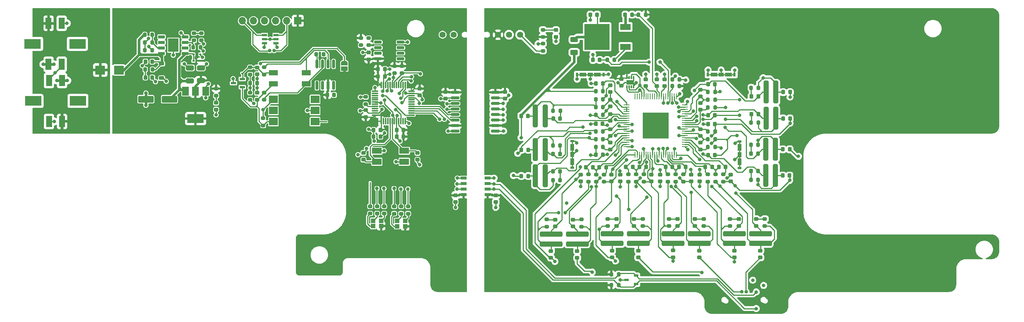
<source format=gbr>
%TF.GenerationSoftware,KiCad,Pcbnew,7.0.6*%
%TF.CreationDate,2024-02-05T21:22:56+01:00*%
%TF.ProjectId,FT24-AMS_Slave-v5,46543234-2d41-44d5-935f-536c6176652d,rev?*%
%TF.SameCoordinates,Original*%
%TF.FileFunction,Copper,L1,Top*%
%TF.FilePolarity,Positive*%
%FSLAX46Y46*%
G04 Gerber Fmt 4.6, Leading zero omitted, Abs format (unit mm)*
G04 Created by KiCad (PCBNEW 7.0.6) date 2024-02-05 21:22:56*
%MOMM*%
%LPD*%
G01*
G04 APERTURE LIST*
G04 Aperture macros list*
%AMRoundRect*
0 Rectangle with rounded corners*
0 $1 Rounding radius*
0 $2 $3 $4 $5 $6 $7 $8 $9 X,Y pos of 4 corners*
0 Add a 4 corners polygon primitive as box body*
4,1,4,$2,$3,$4,$5,$6,$7,$8,$9,$2,$3,0*
0 Add four circle primitives for the rounded corners*
1,1,$1+$1,$2,$3*
1,1,$1+$1,$4,$5*
1,1,$1+$1,$6,$7*
1,1,$1+$1,$8,$9*
0 Add four rect primitives between the rounded corners*
20,1,$1+$1,$2,$3,$4,$5,0*
20,1,$1+$1,$4,$5,$6,$7,0*
20,1,$1+$1,$6,$7,$8,$9,0*
20,1,$1+$1,$8,$9,$2,$3,0*%
%AMFreePoly0*
4,1,19,0.550000,-0.750000,0.000000,-0.750000,0.000000,-0.744911,-0.071157,-0.744911,-0.207708,-0.704816,-0.327430,-0.627875,-0.420627,-0.520320,-0.479746,-0.390866,-0.500000,-0.250000,-0.500000,0.250000,-0.479746,0.390866,-0.420627,0.520320,-0.327430,0.627875,-0.207708,0.704816,-0.071157,0.744911,0.000000,0.744911,0.000000,0.750000,0.550000,0.750000,0.550000,-0.750000,0.550000,-0.750000,
$1*%
%AMFreePoly1*
4,1,19,0.000000,0.744911,0.071157,0.744911,0.207708,0.704816,0.327430,0.627875,0.420627,0.520320,0.479746,0.390866,0.500000,0.250000,0.500000,-0.250000,0.479746,-0.390866,0.420627,-0.520320,0.327430,-0.627875,0.207708,-0.704816,0.071157,-0.744911,0.000000,-0.744911,0.000000,-0.750000,-0.550000,-0.750000,-0.550000,0.750000,0.000000,0.750000,0.000000,0.744911,0.000000,0.744911,
$1*%
G04 Aperture macros list end*
%TA.AperFunction,SMDPad,CuDef*%
%ADD10RoundRect,0.225000X0.250000X-0.225000X0.250000X0.225000X-0.250000X0.225000X-0.250000X-0.225000X0*%
%TD*%
%TA.AperFunction,SMDPad,CuDef*%
%ADD11RoundRect,0.250000X2.350000X-0.325000X2.350000X0.325000X-2.350000X0.325000X-2.350000X-0.325000X0*%
%TD*%
%TA.AperFunction,SMDPad,CuDef*%
%ADD12RoundRect,0.200000X0.200000X0.275000X-0.200000X0.275000X-0.200000X-0.275000X0.200000X-0.275000X0*%
%TD*%
%TA.AperFunction,SMDPad,CuDef*%
%ADD13RoundRect,0.200000X-0.200000X-0.275000X0.200000X-0.275000X0.200000X0.275000X-0.200000X0.275000X0*%
%TD*%
%TA.AperFunction,SMDPad,CuDef*%
%ADD14RoundRect,0.225000X-0.250000X0.225000X-0.250000X-0.225000X0.250000X-0.225000X0.250000X0.225000X0*%
%TD*%
%TA.AperFunction,SMDPad,CuDef*%
%ADD15RoundRect,0.225000X0.225000X0.250000X-0.225000X0.250000X-0.225000X-0.250000X0.225000X-0.250000X0*%
%TD*%
%TA.AperFunction,SMDPad,CuDef*%
%ADD16RoundRect,0.200000X0.275000X-0.200000X0.275000X0.200000X-0.275000X0.200000X-0.275000X-0.200000X0*%
%TD*%
%TA.AperFunction,SMDPad,CuDef*%
%ADD17O,1.500000X0.250000*%
%TD*%
%TA.AperFunction,SMDPad,CuDef*%
%ADD18O,0.250000X1.500000*%
%TD*%
%TA.AperFunction,ComponentPad*%
%ADD19C,0.800000*%
%TD*%
%TA.AperFunction,SMDPad,CuDef*%
%ADD20R,6.000000X6.000000*%
%TD*%
%TA.AperFunction,SMDPad,CuDef*%
%ADD21RoundRect,0.150000X-0.875000X-0.150000X0.875000X-0.150000X0.875000X0.150000X-0.875000X0.150000X0*%
%TD*%
%TA.AperFunction,SMDPad,CuDef*%
%ADD22RoundRect,0.200000X-0.275000X0.200000X-0.275000X-0.200000X0.275000X-0.200000X0.275000X0.200000X0*%
%TD*%
%TA.AperFunction,SMDPad,CuDef*%
%ADD23RoundRect,0.218750X0.256250X-0.218750X0.256250X0.218750X-0.256250X0.218750X-0.256250X-0.218750X0*%
%TD*%
%TA.AperFunction,ComponentPad*%
%ADD24R,1.700000X1.700000*%
%TD*%
%TA.AperFunction,ComponentPad*%
%ADD25O,1.700000X1.700000*%
%TD*%
%TA.AperFunction,SMDPad,CuDef*%
%ADD26R,1.250000X0.600000*%
%TD*%
%TA.AperFunction,SMDPad,CuDef*%
%ADD27RoundRect,0.218750X0.218750X0.256250X-0.218750X0.256250X-0.218750X-0.256250X0.218750X-0.256250X0*%
%TD*%
%TA.AperFunction,SMDPad,CuDef*%
%ADD28R,0.550000X0.420000*%
%TD*%
%TA.AperFunction,SMDPad,CuDef*%
%ADD29R,0.300000X0.700000*%
%TD*%
%TA.AperFunction,SMDPad,CuDef*%
%ADD30R,1.700000X1.000000*%
%TD*%
%TA.AperFunction,SMDPad,CuDef*%
%ADD31R,1.346200X2.540000*%
%TD*%
%TA.AperFunction,SMDPad,CuDef*%
%ADD32R,3.800000X2.200000*%
%TD*%
%TA.AperFunction,SMDPad,CuDef*%
%ADD33RoundRect,0.250000X0.625000X-0.312500X0.625000X0.312500X-0.625000X0.312500X-0.625000X-0.312500X0*%
%TD*%
%TA.AperFunction,SMDPad,CuDef*%
%ADD34R,1.050000X0.600000*%
%TD*%
%TA.AperFunction,SMDPad,CuDef*%
%ADD35RoundRect,0.218750X-0.218750X-0.256250X0.218750X-0.256250X0.218750X0.256250X-0.218750X0.256250X0*%
%TD*%
%TA.AperFunction,ComponentPad*%
%ADD36C,1.400000*%
%TD*%
%TA.AperFunction,SMDPad,CuDef*%
%ADD37RoundRect,0.225000X-0.225000X-0.250000X0.225000X-0.250000X0.225000X0.250000X-0.225000X0.250000X0*%
%TD*%
%TA.AperFunction,SMDPad,CuDef*%
%ADD38R,1.000000X1.000000*%
%TD*%
%TA.AperFunction,SMDPad,CuDef*%
%ADD39RoundRect,0.075000X0.075000X-0.662500X0.075000X0.662500X-0.075000X0.662500X-0.075000X-0.662500X0*%
%TD*%
%TA.AperFunction,SMDPad,CuDef*%
%ADD40RoundRect,0.075000X0.662500X-0.075000X0.662500X0.075000X-0.662500X0.075000X-0.662500X-0.075000X0*%
%TD*%
%TA.AperFunction,SMDPad,CuDef*%
%ADD41R,1.474500X0.650000*%
%TD*%
%TA.AperFunction,SMDPad,CuDef*%
%ADD42RoundRect,0.250000X0.325000X2.350000X-0.325000X2.350000X-0.325000X-2.350000X0.325000X-2.350000X0*%
%TD*%
%TA.AperFunction,SMDPad,CuDef*%
%ADD43RoundRect,0.250000X-0.325000X-2.350000X0.325000X-2.350000X0.325000X2.350000X-0.325000X2.350000X0*%
%TD*%
%TA.AperFunction,SMDPad,CuDef*%
%ADD44R,0.600000X0.900000*%
%TD*%
%TA.AperFunction,SMDPad,CuDef*%
%ADD45R,1.500000X0.900000*%
%TD*%
%TA.AperFunction,SMDPad,CuDef*%
%ADD46R,1.200000X0.900000*%
%TD*%
%TA.AperFunction,SMDPad,CuDef*%
%ADD47R,1.525000X0.650000*%
%TD*%
%TA.AperFunction,SMDPad,CuDef*%
%ADD48R,2.400000X3.100000*%
%TD*%
%TA.AperFunction,SMDPad,CuDef*%
%ADD49R,2.000000X1.780000*%
%TD*%
%TA.AperFunction,SMDPad,CuDef*%
%ADD50R,2.000000X1.200000*%
%TD*%
%TA.AperFunction,SMDPad,CuDef*%
%ADD51R,2.400000X1.400000*%
%TD*%
%TA.AperFunction,SMDPad,CuDef*%
%ADD52R,5.750000X5.900000*%
%TD*%
%TA.AperFunction,SMDPad,CuDef*%
%ADD53RoundRect,0.250000X1.500000X0.550000X-1.500000X0.550000X-1.500000X-0.550000X1.500000X-0.550000X0*%
%TD*%
%TA.AperFunction,SMDPad,CuDef*%
%ADD54RoundRect,0.250000X0.650000X-0.325000X0.650000X0.325000X-0.650000X0.325000X-0.650000X-0.325000X0*%
%TD*%
%TA.AperFunction,SMDPad,CuDef*%
%ADD55FreePoly0,90.000000*%
%TD*%
%TA.AperFunction,SMDPad,CuDef*%
%ADD56R,1.500000X1.000000*%
%TD*%
%TA.AperFunction,SMDPad,CuDef*%
%ADD57FreePoly1,90.000000*%
%TD*%
%TA.AperFunction,SMDPad,CuDef*%
%ADD58R,2.300000X2.150000*%
%TD*%
%TA.AperFunction,SMDPad,CuDef*%
%ADD59R,1.150000X0.600000*%
%TD*%
%TA.AperFunction,SMDPad,CuDef*%
%ADD60RoundRect,0.225000X-0.375000X0.225000X-0.375000X-0.225000X0.375000X-0.225000X0.375000X0.225000X0*%
%TD*%
%TA.AperFunction,SMDPad,CuDef*%
%ADD61R,2.200000X1.400000*%
%TD*%
%TA.AperFunction,SMDPad,CuDef*%
%ADD62RoundRect,0.150000X0.150000X-0.825000X0.150000X0.825000X-0.150000X0.825000X-0.150000X-0.825000X0*%
%TD*%
%TA.AperFunction,SMDPad,CuDef*%
%ADD63RoundRect,0.150000X0.725000X0.150000X-0.725000X0.150000X-0.725000X-0.150000X0.725000X-0.150000X0*%
%TD*%
%TA.AperFunction,SMDPad,CuDef*%
%ADD64R,1.500000X2.000000*%
%TD*%
%TA.AperFunction,SMDPad,CuDef*%
%ADD65R,3.800000X2.000000*%
%TD*%
%TA.AperFunction,SMDPad,CuDef*%
%ADD66R,0.900000X0.600000*%
%TD*%
%TA.AperFunction,SMDPad,CuDef*%
%ADD67R,0.900000X1.500000*%
%TD*%
%TA.AperFunction,SMDPad,CuDef*%
%ADD68R,0.900000X1.200000*%
%TD*%
%TA.AperFunction,ViaPad*%
%ADD69C,0.800000*%
%TD*%
%TA.AperFunction,Conductor*%
%ADD70C,0.250000*%
%TD*%
%TA.AperFunction,Conductor*%
%ADD71C,0.600000*%
%TD*%
%TA.AperFunction,Conductor*%
%ADD72C,0.200000*%
%TD*%
G04 APERTURE END LIST*
%TA.AperFunction,EtchedComponent*%
%TO.C,JP1*%
G36*
X125400000Y-90100000D02*
G01*
X124800000Y-90100000D01*
X124800000Y-89600000D01*
X125400000Y-89600000D01*
X125400000Y-90100000D01*
G37*
%TD.AperFunction*%
%TD*%
D10*
%TO.P,C24,1*%
%TO.N,/BMS/Filter_Balance_Network1/CB:A*%
X206728500Y-104649500D03*
%TO.P,C24,2*%
%TO.N,/BMS/Filter_Balance_Network1/CA*%
X206728500Y-103099500D03*
%TD*%
D11*
%TO.P,R48,1*%
%TO.N,/BMS/Filter_Balance_Network5/SBN*%
X192467500Y-129277500D03*
%TO.P,R48,2*%
%TO.N,/BMS/Filter_Balance_Network5/SAP*%
X192467500Y-127027500D03*
%TD*%
D12*
%TO.P,R21,1*%
%TO.N,/BMS/Filter_Balance_Network/SBN*%
X219992500Y-93577500D03*
%TO.P,R21,2*%
%TO.N,Net-(D8-A)*%
X218342500Y-93577500D03*
%TD*%
D13*
%TO.P,R8,1*%
%TO.N,VBUS*%
X182717500Y-94381500D03*
%TO.P,R8,2*%
%TO.N,Net-(U2-V+)*%
X184367500Y-94381500D03*
%TD*%
D14*
%TO.P,C59,1*%
%TO.N,+5V*%
X161899695Y-94524695D03*
%TO.P,C59,2*%
%TO.N,GND1*%
X161899695Y-96074695D03*
%TD*%
D15*
%TO.P,C50,1*%
%TO.N,+BATT*%
X81075000Y-87600000D03*
%TO.P,C50,2*%
%TO.N,GND*%
X79525000Y-87600000D03*
%TD*%
D16*
%TO.P,R59,1*%
%TO.N,Net-(F13-Pad2)*%
X208367500Y-115102500D03*
%TO.P,R59,2*%
%TO.N,/BMS/Filter_Balance_Network7/CB*%
X208367500Y-113452500D03*
%TD*%
D13*
%TO.P,R78,1*%
%TO.N,+5V*%
X186330000Y-136400000D03*
%TO.P,R78,2*%
%TO.N,/BMS/TMP_SCL*%
X187980000Y-136400000D03*
%TD*%
D17*
%TO.P,U2,1,V+*%
%TO.N,Net-(U2-V+)*%
X189780000Y-97527500D03*
%TO.P,U2,2,C16*%
%TO.N,/BMS/Filter_Balance_Network_last/CB*%
X189780000Y-98027500D03*
%TO.P,U2,3,S16N*%
X189780000Y-98527500D03*
%TO.P,U2,4,S16P*%
X189780000Y-99027500D03*
%TO.P,U2,5,C16:15*%
%TO.N,/BMS/Filter_Balance_Network_last/CB:A*%
X189780000Y-99527500D03*
%TO.P,U2,6,S15N*%
%TO.N,/BMS/Filter_Balance_Network2/CellB+*%
X189780000Y-100027500D03*
%TO.P,U2,7,S15P*%
%TO.N,/BMS/Filter_Balance_Network_last/SAP*%
X189780000Y-100527500D03*
%TO.P,U2,8,C15*%
%TO.N,/BMS/Filter_Balance_Network_last/CA*%
X189780000Y-101027500D03*
%TO.P,U2,9,C14*%
%TO.N,/BMS/Filter_Balance_Network2/CB*%
X189780000Y-101527500D03*
%TO.P,U2,10,S14N*%
%TO.N,/BMS/Filter_Balance_Network2/SBN*%
X189780000Y-102027500D03*
%TO.P,U2,11,S14P*%
%TO.N,/BMS/Filter_Balance_Network2/SBP*%
X189780000Y-102527500D03*
%TO.P,U2,12,C14:13*%
%TO.N,/BMS/Filter_Balance_Network2/CB:A*%
X189780000Y-103027500D03*
%TO.P,U2,13,S13N*%
%TO.N,/BMS/Filter_Balance_Network2/CellA-*%
X189780000Y-103527500D03*
%TO.P,U2,14,S13P*%
%TO.N,/BMS/Filter_Balance_Network2/SAP*%
X189780000Y-104027500D03*
%TO.P,U2,15,C13*%
%TO.N,/BMS/Filter_Balance_Network2/CA*%
X189780000Y-104527500D03*
%TO.P,U2,16,C12*%
%TO.N,/BMS/Filter_Balance_Network4/CB*%
X189780000Y-105027500D03*
%TO.P,U2,17,S12N*%
%TO.N,/BMS/Filter_Balance_Network4/SBN*%
X189780000Y-105527500D03*
%TO.P,U2,18,S12P*%
%TO.N,/BMS/Filter_Balance_Network4/SBP*%
X189780000Y-106027500D03*
%TO.P,U2,19,C12:11*%
%TO.N,/BMS/Filter_Balance_Network4/CB:A*%
X189780000Y-106527500D03*
%TO.P,U2,20,S11N*%
%TO.N,/BMS/Filter_Balance_Network4/CellA-*%
X189780000Y-107027500D03*
D18*
%TO.P,U2,21,S11P*%
%TO.N,/BMS/Filter_Balance_Network4/SAP*%
X191717500Y-108965000D03*
%TO.P,U2,22,C11*%
%TO.N,/BMS/Filter_Balance_Network4/CA*%
X192217500Y-108965000D03*
%TO.P,U2,23,C10*%
%TO.N,/BMS/Filter_Balance_Network5/CB*%
X192717500Y-108965000D03*
%TO.P,U2,24,S10N*%
%TO.N,/BMS/Filter_Balance_Network5/SBN*%
X193217500Y-108965000D03*
%TO.P,U2,25,S10P*%
%TO.N,/BMS/Filter_Balance_Network5/SBP*%
X193717500Y-108965000D03*
%TO.P,U2,26,C10:9*%
%TO.N,/BMS/Filter_Balance_Network5/CB:A*%
X194217500Y-108965000D03*
%TO.P,U2,27,S9N*%
%TO.N,/BMS/Filter_Balance_Network5/CellA-*%
X194717500Y-108965000D03*
%TO.P,U2,28,S9P*%
%TO.N,/BMS/Filter_Balance_Network5/SAP*%
X195217500Y-108965000D03*
%TO.P,U2,29,C9*%
%TO.N,/BMS/Filter_Balance_Network5/CA*%
X195717500Y-108965000D03*
%TO.P,U2,30,C8*%
%TO.N,/BMS/Filter_Balance_Network6/CB*%
X196217500Y-108965000D03*
%TO.P,U2,31,S8N*%
%TO.N,/BMS/Filter_Balance_Network6/SBN*%
X196717500Y-108965000D03*
%TO.P,U2,32,S8P*%
%TO.N,/BMS/Filter_Balance_Network6/SBP*%
X197217500Y-108965000D03*
%TO.P,U2,33,C8:7*%
%TO.N,/BMS/Filter_Balance_Network6/CB:A*%
X197717500Y-108965000D03*
%TO.P,U2,34,S7N*%
%TO.N,/BMS/Filter_Balance_Network6/CellA-*%
X198217500Y-108965000D03*
%TO.P,U2,35,S7P*%
%TO.N,/BMS/Filter_Balance_Network6/SAP*%
X198717500Y-108965000D03*
%TO.P,U2,36,C7*%
%TO.N,/BMS/Filter_Balance_Network6/CA*%
X199217500Y-108965000D03*
%TO.P,U2,37,C6*%
%TO.N,/BMS/Filter_Balance_Network7/CB*%
X199717500Y-108965000D03*
%TO.P,U2,38,S6N*%
%TO.N,/BMS/Filter_Balance_Network7/SBN*%
X200217500Y-108965000D03*
%TO.P,U2,39,S6P*%
%TO.N,/BMS/Filter_Balance_Network7/SBP*%
X200717500Y-108965000D03*
%TO.P,U2,40,C6:5*%
%TO.N,/BMS/Filter_Balance_Network7/CB:A*%
X201217500Y-108965000D03*
D17*
%TO.P,U2,41,S5N*%
%TO.N,/BMS/Filter_Balance_Network1/CellB+*%
X203155000Y-107027500D03*
%TO.P,U2,42,S5P*%
%TO.N,/BMS/Filter_Balance_Network7/SAP*%
X203155000Y-106527500D03*
%TO.P,U2,43,C5*%
%TO.N,/BMS/Filter_Balance_Network7/CA*%
X203155000Y-106027500D03*
%TO.P,U2,44,C4*%
%TO.N,/BMS/Filter_Balance_Network1/CB*%
X203155000Y-105527500D03*
%TO.P,U2,45,S4N*%
%TO.N,/BMS/Filter_Balance_Network1/SBN*%
X203155000Y-105027500D03*
%TO.P,U2,46,S4P*%
%TO.N,/BMS/Filter_Balance_Network1/SBP*%
X203155000Y-104527500D03*
%TO.P,U2,47,C4:3*%
%TO.N,/BMS/Filter_Balance_Network1/CB:A*%
X203155000Y-104027500D03*
%TO.P,U2,48,S3N*%
%TO.N,/BMS/Filter_Balance_Network/CellB+*%
X203155000Y-103527500D03*
%TO.P,U2,49,S3P*%
%TO.N,/BMS/Filter_Balance_Network1/SAP*%
X203155000Y-103027500D03*
%TO.P,U2,50,C3*%
%TO.N,/BMS/Filter_Balance_Network1/CA*%
X203155000Y-102527500D03*
%TO.P,U2,51,C2*%
%TO.N,/BMS/Filter_Balance_Network/CB*%
X203155000Y-102027500D03*
%TO.P,U2,52,S2N*%
%TO.N,/BMS/Filter_Balance_Network/SBN*%
X203155000Y-101527500D03*
%TO.P,U2,53,S2P*%
%TO.N,/BMS/Filter_Balance_Network/SBP*%
X203155000Y-101027500D03*
%TO.P,U2,54,C2:1*%
%TO.N,/BMS/Filter_Balance_Network/CB:A*%
X203155000Y-100527500D03*
%TO.P,U2,55,S1N*%
%TO.N,GND1*%
X203155000Y-100027500D03*
%TO.P,U2,56,S1P*%
%TO.N,/BMS/Filter_Balance_Network/SAP*%
X203155000Y-99527500D03*
%TO.P,U2,57,C1*%
%TO.N,/BMS/Filter_Balance_Network/CA*%
X203155000Y-99027500D03*
%TO.P,U2,58,CSB(IMA)*%
%TO.N,/BMS/~{CS}*%
X203155000Y-98527500D03*
%TO.P,U2,59,SCK(IPA)*%
%TO.N,/BMS/SCK*%
X203155000Y-98027500D03*
%TO.P,U2,60,ISOMD*%
%TO.N,GND1*%
X203155000Y-97527500D03*
D18*
%TO.P,U2,61,SDI*%
%TO.N,/BMS/MOSI*%
X201217500Y-95590000D03*
%TO.P,U2,62,IMB*%
%TO.N,Net-(U2-IMB)*%
X200717500Y-95590000D03*
%TO.P,U2,63,IPB*%
%TO.N,Net-(U2-IPB)*%
X200217500Y-95590000D03*
%TO.P,U2,64,SDO*%
%TO.N,/BMS/MISO*%
X199717500Y-95590000D03*
%TO.P,U2,65,DRIVE*%
%TO.N,Net-(U2-DRIVE)*%
X199217500Y-95590000D03*
%TO.P,U2,66,NC*%
%TO.N,unconnected-(U2-NC-Pad66)*%
X198717500Y-95590000D03*
D19*
%TO.P,U2,67,V-*%
%TO.N,GND1*%
X194067500Y-99877500D03*
X194067500Y-101077500D03*
X194067500Y-102277500D03*
X194067500Y-103477500D03*
X194067500Y-104677500D03*
X195267500Y-99877500D03*
X195267500Y-101077500D03*
X195267500Y-102277500D03*
X195267500Y-103477500D03*
X195267500Y-104677500D03*
X196467500Y-99877500D03*
X196467500Y-101077500D03*
X196467500Y-102277500D03*
D20*
X196467500Y-102277500D03*
D19*
X196467500Y-103477500D03*
X196467500Y-104677500D03*
X197667500Y-99877500D03*
X197667500Y-101077500D03*
X197667500Y-102277500D03*
X197667500Y-103477500D03*
X197667500Y-104677500D03*
D18*
X198217500Y-95590000D03*
D19*
X198867500Y-99877500D03*
X198867500Y-101077500D03*
X198867500Y-102277500D03*
X198867500Y-103477500D03*
X198867500Y-104677500D03*
D18*
%TO.P,U2,68,VREF2*%
%TO.N,Net-(U2-VREF2)*%
X197717500Y-95590000D03*
%TO.P,U2,69,VREG*%
%TO.N,Net-(U2-VREG)*%
X197217500Y-95590000D03*
%TO.P,U2,70,VREF1*%
%TO.N,Net-(U2-VREF1)*%
X196717500Y-95590000D03*
%TO.P,U2,71,GPIO10*%
%TO.N,unconnected-(U2-GPIO10-Pad71)*%
X196217500Y-95590000D03*
%TO.P,U2,72,GPIO9*%
%TO.N,unconnected-(U2-GPIO9-Pad72)*%
X195717500Y-95590000D03*
%TO.P,U2,73,GPIO8*%
%TO.N,unconnected-(U2-GPIO8-Pad73)*%
X195217500Y-95590000D03*
%TO.P,U2,74,GPIO7*%
%TO.N,unconnected-(U2-GPIO7-Pad74)*%
X194717500Y-95590000D03*
%TO.P,U2,75,GPIO6*%
%TO.N,unconnected-(U2-GPIO6-Pad75)*%
X194217500Y-95590000D03*
%TO.P,U2,76,GPIO5*%
%TO.N,/BMS/TMP_SCL*%
X193717500Y-95590000D03*
%TO.P,U2,77,GPIO4*%
%TO.N,/BMS/TMP_SDA*%
X193217500Y-95590000D03*
%TO.P,U2,78,GPIO3*%
%TO.N,unconnected-(U2-GPIO3-Pad78)*%
X192717500Y-95590000D03*
%TO.P,U2,79,GPIO2*%
%TO.N,unconnected-(U2-GPIO2-Pad79)*%
X192217500Y-95590000D03*
%TO.P,U2,80,GPIO1*%
%TO.N,unconnected-(U2-GPIO1-Pad80)*%
X191717500Y-95590000D03*
%TD*%
D12*
%TO.P,R28,1*%
%TO.N,/BMS/Filter_Balance_Network1/SBN*%
X219917500Y-106677500D03*
%TO.P,R28,2*%
%TO.N,Net-(D10-A)*%
X218267500Y-106677500D03*
%TD*%
D21*
%TO.P,U5,1,VCC1*%
%TO.N,+3V3*%
X150449695Y-94654695D03*
%TO.P,U5,2,GND1*%
%TO.N,GND*%
X150449695Y-95924695D03*
%TO.P,U5,3,INA*%
%TO.N,/\u00B5C/CSB*%
X150449695Y-97194695D03*
%TO.P,U5,4,INB*%
%TO.N,/\u00B5C/SCK*%
X150449695Y-98464695D03*
%TO.P,U5,5,INC*%
%TO.N,/\u00B5C/MOSI*%
X150449695Y-99734695D03*
%TO.P,U5,6,OUTD*%
%TO.N,/\u00B5C/MISO*%
X150449695Y-101004695D03*
%TO.P,U5,7,EN1*%
%TO.N,+3V3*%
X150449695Y-102274695D03*
%TO.P,U5,8,GND1*%
%TO.N,GND*%
X150449695Y-103544695D03*
%TO.P,U5,9,GND2*%
%TO.N,GND1*%
X159749695Y-103544695D03*
%TO.P,U5,10,EN2*%
%TO.N,+5V*%
X159749695Y-102274695D03*
%TO.P,U5,11,IND*%
%TO.N,/BMS/MISO*%
X159749695Y-101004695D03*
%TO.P,U5,12,OUTC*%
%TO.N,/BMS/MOSI*%
X159749695Y-99734695D03*
%TO.P,U5,13,OUTB*%
%TO.N,/BMS/SCK*%
X159749695Y-98464695D03*
%TO.P,U5,14,OUTA*%
%TO.N,/BMS/~{CS}*%
X159749695Y-97194695D03*
%TO.P,U5,15,GND2*%
%TO.N,GND1*%
X159749695Y-95924695D03*
%TO.P,U5,16,VCC2*%
%TO.N,+5V*%
X159749695Y-94654695D03*
%TD*%
D22*
%TO.P,R6,1*%
%TO.N,+3V3*%
X128900000Y-82175000D03*
%TO.P,R6,2*%
%TO.N,/\u00B5C/PROM_SCL*%
X128900000Y-83825000D03*
%TD*%
D23*
%TO.P,F13,1*%
%TO.N,/BMS/Filter_Balance_Network6/CellA-*%
X214455000Y-132500000D03*
%TO.P,F13,2*%
%TO.N,Net-(F13-Pad2)*%
X214455000Y-130925000D03*
%TD*%
D24*
%TO.P,J16,1,Pin_1*%
%TO.N,+3V3*%
X114440000Y-78225000D03*
D25*
%TO.P,J16,2,Pin_2*%
%TO.N,/\u00B5C/SWCLK*%
X111900000Y-78225000D03*
%TO.P,J16,3,Pin_3*%
%TO.N,GND*%
X109360000Y-78225000D03*
%TO.P,J16,4,Pin_4*%
%TO.N,/\u00B5C/SWDIO*%
X106820000Y-78225000D03*
%TO.P,J16,5,Pin_5*%
%TO.N,/\u00B5C/NRST*%
X104280000Y-78225000D03*
%TO.P,J16,6,Pin_6*%
%TO.N,/\u00B5C/Trace_SWO*%
X101740000Y-78225000D03*
%TD*%
D26*
%TO.P,D5,1,A1*%
%TO.N,/CAN/CANH*%
X101700000Y-93450000D03*
%TO.P,D5,2,A2*%
%TO.N,/CAN/CANL*%
X101700000Y-91550000D03*
%TO.P,D5,3,common*%
%TO.N,GND*%
X99700000Y-92500000D03*
%TD*%
D14*
%TO.P,C41,1*%
%TO.N,/BMS/Filter_Balance_Network6/SBP*%
X197467500Y-113502500D03*
%TO.P,C41,2*%
%TO.N,/BMS/Filter_Balance_Network6/SBN*%
X197467500Y-115052500D03*
%TD*%
D12*
%TO.P,R17,1*%
%TO.N,Net-(F1-Pad2)*%
X210053500Y-98074500D03*
%TO.P,R17,2*%
%TO.N,/BMS/Filter_Balance_Network/CB*%
X208403500Y-98074500D03*
%TD*%
D13*
%TO.P,R35,1*%
%TO.N,/BMS/Filter_Balance_Network2/SBN*%
X172892500Y-114777500D03*
%TO.P,R35,2*%
%TO.N,Net-(D12-A)*%
X174542500Y-114777500D03*
%TD*%
D23*
%TO.P,F8,1*%
%TO.N,/BMS/Filter_Balance_Network4/CellA+{slash}CellB-*%
X178455000Y-132587500D03*
%TO.P,F8,2*%
%TO.N,/BMS/Filter_Balance_Network4/SBN*%
X178455000Y-131012500D03*
%TD*%
D13*
%TO.P,R64,1*%
%TO.N,Net-(F15-Pad2)*%
X182703500Y-96206500D03*
%TO.P,R64,2*%
%TO.N,/BMS/Filter_Balance_Network_last/CB*%
X184353500Y-96206500D03*
%TD*%
D12*
%TO.P,R71,1*%
%TO.N,Net-(IC6-EN{slash}UVLO)*%
X81025000Y-83200000D03*
%TO.P,R71,2*%
%TO.N,Net-(IC6-OVLO{slash}OVCSEL)*%
X79375000Y-83200000D03*
%TD*%
D16*
%TO.P,R1,1*%
%TO.N,+5V*%
X170600000Y-81925000D03*
%TO.P,R1,2*%
%TO.N,Net-(D1-A)*%
X170600000Y-80275000D03*
%TD*%
D10*
%TO.P,C23,1*%
%TO.N,/BMS/Filter_Balance_Network1/CB*%
X206728500Y-107714500D03*
%TO.P,C23,2*%
%TO.N,/BMS/Filter_Balance_Network1/CB:A*%
X206728500Y-106164500D03*
%TD*%
D11*
%TO.P,R57,1*%
%TO.N,Net-(F13-Pad2)*%
X214467500Y-129277500D03*
%TO.P,R57,2*%
%TO.N,/BMS/Filter_Balance_Network7/SBP*%
X214467500Y-127027500D03*
%TD*%
D27*
%TO.P,F2,1*%
%TO.N,/BMS/Filter_Balance_Network/CellA+{slash}CellB-*%
X227255000Y-94577500D03*
%TO.P,F2,2*%
%TO.N,/BMS/Filter_Balance_Network/SBN*%
X225680000Y-94577500D03*
%TD*%
D10*
%TO.P,C18,1*%
%TO.N,/CAN/CANH*%
X105100000Y-96275000D03*
%TO.P,C18,2*%
%TO.N,GND*%
X105100000Y-94725000D03*
%TD*%
D28*
%TO.P,D25,1,K*%
%TO.N,+12V*%
X90500000Y-87400000D03*
%TO.P,D25,2,A*%
%TO.N,+3V3*%
X92100000Y-87400000D03*
%TD*%
D29*
%TO.P,U4,1,SDA*%
%TO.N,/BMS/TMP_SDA*%
X189855000Y-93350000D03*
%TO.P,U4,2,SCL*%
%TO.N,/BMS/TMP_SCL*%
X190355000Y-93350000D03*
%TO.P,U4,3,ALERT*%
%TO.N,unconnected-(U4-ALERT-Pad3)*%
X190855000Y-93350000D03*
%TO.P,U4,4,GND*%
%TO.N,GND1*%
X191355000Y-93350000D03*
%TO.P,U4,5,A2*%
X191355000Y-91250000D03*
%TO.P,U4,6,A1*%
%TO.N,/BMS/TMP_SCL*%
X190855000Y-91250000D03*
%TO.P,U4,7,A0*%
%TO.N,+5V*%
X190355000Y-91250000D03*
%TO.P,U4,8,V+*%
X189855000Y-91250000D03*
D30*
%TO.P,U4,9,EP*%
%TO.N,GND1*%
X190605000Y-92300000D03*
%TD*%
D23*
%TO.P,F10,1*%
%TO.N,/BMS/Filter_Balance_Network5/CellA+{slash}CellB-*%
X192455000Y-132487500D03*
%TO.P,F10,2*%
%TO.N,/BMS/Filter_Balance_Network5/SBN*%
X192455000Y-130912500D03*
%TD*%
D27*
%TO.P,D8,1,K*%
%TO.N,/BMS/Filter_Balance_Network/SAP*%
X219955000Y-95577500D03*
%TO.P,D8,2,A*%
%TO.N,Net-(D8-A)*%
X218380000Y-95577500D03*
%TD*%
D16*
%TO.P,R61,1*%
%TO.N,/BMS/Filter_Balance_Network1/CellB+*%
X211923500Y-115102500D03*
%TO.P,R61,2*%
%TO.N,/BMS/Filter_Balance_Network7/CA*%
X211923500Y-113452500D03*
%TD*%
D27*
%TO.P,F1,1*%
%TO.N,/BMS/Filter_Balance_Network/CellB+*%
X227242500Y-100600000D03*
%TO.P,F1,2*%
%TO.N,Net-(F1-Pad2)*%
X225667500Y-100600000D03*
%TD*%
D12*
%TO.P,R18,1*%
%TO.N,/BMS/Filter_Balance_Network/SBN*%
X210053500Y-96296500D03*
%TO.P,R18,2*%
%TO.N,/BMS/Filter_Balance_Network/CB:A*%
X208403500Y-96296500D03*
%TD*%
D27*
%TO.P,F4,1*%
%TO.N,/BMS/Filter_Balance_Network1/CellA+{slash}CellB-*%
X227180000Y-107677500D03*
%TO.P,F4,2*%
%TO.N,/BMS/Filter_Balance_Network1/SBN*%
X225605000Y-107677500D03*
%TD*%
D31*
%TO.P,J1,1,Pin_1*%
%TO.N,Net-(D2-A)*%
X57300000Y-78799998D03*
%TO.P,J1,2,Pin_2*%
%TO.N,/CAN/CANH*%
X60300000Y-78799998D03*
%TO.P,J1,3,Pin_3*%
%TO.N,GND*%
X57300000Y-88200000D03*
%TO.P,J1,4,Pin_4*%
%TO.N,/CAN/CANL*%
X60300000Y-88200000D03*
D32*
%TO.P,J1,5*%
%TO.N,N/C*%
X53665001Y-83499999D03*
%TO.P,J1,6*%
X63934999Y-83499999D03*
%TD*%
D33*
%TO.P,R11,1*%
%TO.N,VBUS*%
X177755000Y-85462500D03*
%TO.P,R11,2*%
%TO.N,Net-(Q2-C)*%
X177755000Y-82537500D03*
%TD*%
D11*
%TO.P,R43,1*%
%TO.N,Net-(F9-Pad2)*%
X186467500Y-129277500D03*
%TO.P,R43,2*%
%TO.N,/BMS/Filter_Balance_Network5/SBP*%
X186467500Y-127027500D03*
%TD*%
D15*
%TO.P,C3,1*%
%TO.N,/\u00B5C/NRST*%
X133362500Y-104762500D03*
%TO.P,C3,2*%
%TO.N,GND*%
X131812500Y-104762500D03*
%TD*%
D34*
%TO.P,D3,1,A1*%
%TO.N,/BMS/TMP_SDA*%
X191955000Y-138550000D03*
%TO.P,D3,2,A2*%
%TO.N,/BMS/TMP_SCL*%
X191955000Y-136650000D03*
%TO.P,D3,3,common*%
%TO.N,GND1*%
X189755000Y-137600000D03*
%TD*%
D22*
%TO.P,R3,1*%
%TO.N,/\u00B5C/PROM_SDA*%
X130650000Y-82175000D03*
%TO.P,R3,2*%
%TO.N,+3V3*%
X130650000Y-83825000D03*
%TD*%
D35*
%TO.P,D21,1,K*%
%TO.N,/BMS/Filter_Balance_Network_last/SAP*%
X172967500Y-100650750D03*
%TO.P,D21,2,A*%
%TO.N,Net-(D21-A)*%
X174542500Y-100650750D03*
%TD*%
D23*
%TO.P,F11,1*%
%TO.N,/BMS/Filter_Balance_Network5/CellA-*%
X200455000Y-132475000D03*
%TO.P,F11,2*%
%TO.N,Net-(F11-Pad2)*%
X200455000Y-130900000D03*
%TD*%
%TO.P,F7,1*%
%TO.N,/BMS/Filter_Balance_Network2/CellA-*%
X172455000Y-132587500D03*
%TO.P,F7,2*%
%TO.N,Net-(F7-Pad2)*%
X172455000Y-131012500D03*
%TD*%
D13*
%TO.P,R65,1*%
%TO.N,Net-(F15-Pad2)*%
X182703500Y-97984500D03*
%TO.P,R65,2*%
%TO.N,/BMS/Filter_Balance_Network_last/CB:A*%
X184353500Y-97984500D03*
%TD*%
D14*
%TO.P,C28,1*%
%TO.N,/BMS/Filter_Balance_Network2/CB:A*%
X186042500Y-106152500D03*
%TO.P,C28,2*%
%TO.N,/BMS/Filter_Balance_Network2/CA*%
X186042500Y-107702500D03*
%TD*%
D23*
%TO.P,D18,1,K*%
%TO.N,/BMS/Filter_Balance_Network6/SAP*%
X205467500Y-125240000D03*
%TO.P,D18,2,A*%
%TO.N,Net-(D18-A)*%
X205467500Y-123665000D03*
%TD*%
D36*
%TO.P,PS1,1,-VIN*%
%TO.N,GND*%
X147610000Y-81415000D03*
%TO.P,PS1,2,+VIN*%
%TO.N,+12V*%
X150150000Y-81415000D03*
%TO.P,PS1,6,+VOUT*%
%TO.N,+5V*%
X160310000Y-81415000D03*
%TO.P,PS1,7,-VOUT*%
%TO.N,GND1*%
X162850000Y-81415000D03*
%TO.P,PS1,8,FB*%
%TO.N,Net-(PS1-FB)*%
X165390000Y-81415000D03*
%TD*%
D16*
%TO.P,R47,1*%
%TO.N,/BMS/Filter_Balance_Network5/CellA-*%
X193717500Y-115102500D03*
%TO.P,R47,2*%
%TO.N,/BMS/Filter_Balance_Network5/CA*%
X193717500Y-113452500D03*
%TD*%
D12*
%TO.P,R23,1*%
%TO.N,Net-(F3-Pad2)*%
X219917500Y-114677500D03*
%TO.P,R23,2*%
%TO.N,Net-(D9-A)*%
X218267500Y-114677500D03*
%TD*%
D16*
%TO.P,R80,1*%
%TO.N,/\u00B5C/LED2_R*%
X136500000Y-122437500D03*
%TO.P,R80,2*%
%TO.N,Net-(U1-PB13)*%
X136500000Y-120787500D03*
%TD*%
D14*
%TO.P,C47,1*%
%TO.N,/BMS/Filter_Balance_Network_last/CB*%
X186042500Y-92985500D03*
%TO.P,C47,2*%
%TO.N,/BMS/Filter_Balance_Network_last/CB:A*%
X186042500Y-94535500D03*
%TD*%
D16*
%TO.P,R79,1*%
%TO.N,/\u00B5C/LED1_R*%
X131000000Y-122400000D03*
%TO.P,R79,2*%
%TO.N,Net-(U1-PB10)*%
X131000000Y-120750000D03*
%TD*%
D13*
%TO.P,R31,1*%
%TO.N,Net-(F5-Pad2)*%
X182703500Y-103621500D03*
%TO.P,R31,2*%
%TO.N,/BMS/Filter_Balance_Network2/CB*%
X184353500Y-103621500D03*
%TD*%
D11*
%TO.P,R55,1*%
%TO.N,/BMS/Filter_Balance_Network6/SBN*%
X206467500Y-129277500D03*
%TO.P,R55,2*%
%TO.N,/BMS/Filter_Balance_Network6/SAP*%
X206467500Y-127027500D03*
%TD*%
D23*
%TO.P,D20,1,K*%
%TO.N,/BMS/Filter_Balance_Network7/SAP*%
X219467500Y-125240000D03*
%TO.P,D20,2,A*%
%TO.N,Net-(D20-A)*%
X219467500Y-123665000D03*
%TD*%
D16*
%TO.P,R39,1*%
%TO.N,/BMS/Filter_Balance_Network4/SBN*%
X182789500Y-115116500D03*
%TO.P,R39,2*%
%TO.N,/BMS/Filter_Balance_Network4/CB:A*%
X182789500Y-113466500D03*
%TD*%
D23*
%TO.P,F9,1*%
%TO.N,/BMS/Filter_Balance_Network4/CellA-*%
X186455000Y-132487500D03*
%TO.P,F9,2*%
%TO.N,Net-(F9-Pad2)*%
X186455000Y-130912500D03*
%TD*%
D16*
%TO.P,R38,1*%
%TO.N,Net-(F7-Pad2)*%
X181011500Y-115102500D03*
%TO.P,R38,2*%
%TO.N,/BMS/Filter_Balance_Network4/CB*%
X181011500Y-113452500D03*
%TD*%
D14*
%TO.P,C37,1*%
%TO.N,/BMS/Filter_Balance_Network5/SBP*%
X188367500Y-113502500D03*
%TO.P,C37,2*%
%TO.N,/BMS/Filter_Balance_Network5/SBN*%
X188367500Y-115052500D03*
%TD*%
D37*
%TO.P,C8,1*%
%TO.N,+3V3*%
X132825000Y-89300000D03*
%TO.P,C8,2*%
%TO.N,GND*%
X134375000Y-89300000D03*
%TD*%
D23*
%TO.P,D16,1,K*%
%TO.N,/BMS/Filter_Balance_Network5/SAP*%
X191467500Y-125240000D03*
%TO.P,D16,2,A*%
%TO.N,Net-(D16-A)*%
X191467500Y-123665000D03*
%TD*%
D27*
%TO.P,D10,1,K*%
%TO.N,/BMS/Filter_Balance_Network1/SAP*%
X219880000Y-108677500D03*
%TO.P,D10,2,A*%
%TO.N,Net-(D10-A)*%
X218305000Y-108677500D03*
%TD*%
D12*
%TO.P,R24,1*%
%TO.N,Net-(F3-Pad2)*%
X210067500Y-107180500D03*
%TO.P,R24,2*%
%TO.N,/BMS/Filter_Balance_Network1/CB*%
X208417500Y-107180500D03*
%TD*%
D35*
%TO.P,D11,1,K*%
%TO.N,/BMS/Filter_Balance_Network2/SBP*%
X172930000Y-108777499D03*
%TO.P,D11,2,A*%
%TO.N,Net-(D11-A)*%
X174505000Y-108777499D03*
%TD*%
D27*
%TO.P,F3,1*%
%TO.N,/BMS/Filter_Balance_Network1/CellB+*%
X227142500Y-113700000D03*
%TO.P,F3,2*%
%TO.N,Net-(F3-Pad2)*%
X225567500Y-113700000D03*
%TD*%
D16*
%TO.P,R60,1*%
%TO.N,/BMS/Filter_Balance_Network7/SBN*%
X210145500Y-115102500D03*
%TO.P,R60,2*%
%TO.N,/BMS/Filter_Balance_Network7/CB:A*%
X210145500Y-113452500D03*
%TD*%
D11*
%TO.P,R36,1*%
%TO.N,Net-(F7-Pad2)*%
X172467500Y-129402500D03*
%TO.P,R36,2*%
%TO.N,/BMS/Filter_Balance_Network4/SBP*%
X172467500Y-127152500D03*
%TD*%
D23*
%TO.P,D13,1,K*%
%TO.N,/BMS/Filter_Balance_Network4/SBP*%
X173467499Y-125365000D03*
%TO.P,D13,2,A*%
%TO.N,Net-(D13-A)*%
X173467499Y-123790000D03*
%TD*%
D14*
%TO.P,C45,1*%
%TO.N,/BMS/Filter_Balance_Network7/SBP*%
X206567500Y-113502500D03*
%TO.P,C45,2*%
%TO.N,/BMS/Filter_Balance_Network7/SBN*%
X206567500Y-115052500D03*
%TD*%
D28*
%TO.P,D4,1,K*%
%TO.N,+12V*%
X90500000Y-85900000D03*
%TO.P,D4,2,A*%
%TO.N,GND*%
X92100000Y-85900000D03*
%TD*%
D16*
%TO.P,R42,1*%
%TO.N,/BMS/Filter_Balance_Network4/SBN*%
X179467500Y-125402500D03*
%TO.P,R42,2*%
%TO.N,Net-(D14-A)*%
X179467500Y-123752500D03*
%TD*%
D12*
%TO.P,R69,1*%
%TO.N,+BATT*%
X81125000Y-89400000D03*
%TO.P,R69,2*%
%TO.N,Net-(D22-A)*%
X79475000Y-89400000D03*
%TD*%
D16*
%TO.P,R49,1*%
%TO.N,/BMS/Filter_Balance_Network5/SBN*%
X193467500Y-125277500D03*
%TO.P,R49,2*%
%TO.N,Net-(D16-A)*%
X193467500Y-123627500D03*
%TD*%
D12*
%TO.P,R19,1*%
%TO.N,GND1*%
X210053500Y-94518500D03*
%TO.P,R19,2*%
%TO.N,/BMS/Filter_Balance_Network/CA*%
X208403500Y-94518500D03*
%TD*%
D16*
%TO.P,R54,1*%
%TO.N,/BMS/Filter_Balance_Network6/CellA-*%
X202823500Y-115102500D03*
%TO.P,R54,2*%
%TO.N,/BMS/Filter_Balance_Network6/CA*%
X202823500Y-113452500D03*
%TD*%
D14*
%TO.P,C34,1*%
%TO.N,/BMS/Filter_Balance_Network4/SAP*%
X186317500Y-113502500D03*
%TO.P,C34,2*%
%TO.N,/BMS/Filter_Balance_Network4/CellA-*%
X186317500Y-115052500D03*
%TD*%
D38*
%TO.P,D28,1,RK*%
%TO.N,/\u00B5C/LED2_R*%
X137175000Y-125325000D03*
%TO.P,D28,2,GK*%
%TO.N,/\u00B5C/LED2_G*%
X137175000Y-124075000D03*
%TO.P,D28,3,BK*%
%TO.N,/\u00B5C/LED2_B*%
X139025000Y-124075000D03*
%TO.P,D28,4,A*%
%TO.N,+3V3*%
X139025000Y-125325000D03*
%TD*%
%TO.P,D27,1,RK*%
%TO.N,/\u00B5C/LED1_R*%
X131675000Y-125300000D03*
%TO.P,D27,2,GK*%
%TO.N,/\u00B5C/LED1_G*%
X131675000Y-124050000D03*
%TO.P,D27,3,BK*%
%TO.N,/\u00B5C/LED1_B*%
X133525000Y-124050000D03*
%TO.P,D27,4,A*%
%TO.N,+3V3*%
X133525000Y-125300000D03*
%TD*%
D39*
%TO.P,U1,1,VBAT*%
%TO.N,+3V3*%
X133550000Y-101262500D03*
%TO.P,U1,2,PC13*%
%TO.N,unconnected-(U1-PC13-Pad2)*%
X134050000Y-101262500D03*
%TO.P,U1,3,PC14*%
%TO.N,unconnected-(U1-PC14-Pad3)*%
X134550000Y-101262500D03*
%TO.P,U1,4,PC15*%
%TO.N,unconnected-(U1-PC15-Pad4)*%
X135050000Y-101262500D03*
%TO.P,U1,5,PF0*%
%TO.N,/\u00B5C/OSC_IN*%
X135550000Y-101262500D03*
%TO.P,U1,6,PF1*%
%TO.N,/\u00B5C/OSC_OUT*%
X136050000Y-101262500D03*
%TO.P,U1,7,NRST*%
%TO.N,/\u00B5C/NRST*%
X136550000Y-101262500D03*
%TO.P,U1,8,VSSA*%
%TO.N,GND*%
X137050000Y-101262500D03*
%TO.P,U1,9,VDDA*%
%TO.N,+3V3*%
X137550000Y-101262500D03*
%TO.P,U1,10,PA0*%
%TO.N,/Power/IMON*%
X138050000Y-101262500D03*
%TO.P,U1,11,PA1*%
%TO.N,unconnected-(U1-PA1-Pad11)*%
X138550000Y-101262500D03*
%TO.P,U1,12,PA2*%
%TO.N,/CAN/CAN_Term*%
X139050000Y-101262500D03*
D40*
%TO.P,U1,13,PA3*%
%TO.N,/\u00B5C/Trace_SWO*%
X140462500Y-99850000D03*
%TO.P,U1,14,PA4*%
%TO.N,/\u00B5C/CSB*%
X140462500Y-99350000D03*
%TO.P,U1,15,PA5*%
%TO.N,/\u00B5C/SCK*%
X140462500Y-98850000D03*
%TO.P,U1,16,PA6*%
%TO.N,/\u00B5C/MISO*%
X140462500Y-98350000D03*
%TO.P,U1,17,PA7*%
%TO.N,/\u00B5C/MOSI*%
X140462500Y-97850000D03*
%TO.P,U1,18,PB0*%
%TO.N,unconnected-(U1-PB0-Pad18)*%
X140462500Y-97350000D03*
%TO.P,U1,19,PB1*%
%TO.N,unconnected-(U1-PB1-Pad19)*%
X140462500Y-96850000D03*
%TO.P,U1,20,PB2*%
%TO.N,unconnected-(U1-PB2-Pad20)*%
X140462500Y-96350000D03*
%TO.P,U1,21,PB10*%
%TO.N,Net-(U1-PB10)*%
X140462500Y-95850000D03*
%TO.P,U1,22,PB11*%
%TO.N,Net-(U1-PB11)*%
X140462500Y-95350000D03*
%TO.P,U1,23,VSS*%
%TO.N,GND*%
X140462500Y-94850000D03*
%TO.P,U1,24,VDD*%
%TO.N,+3V3*%
X140462500Y-94350000D03*
D39*
%TO.P,U1,25,PB12*%
%TO.N,Net-(U1-PB12)*%
X139050000Y-92937500D03*
%TO.P,U1,26,PB13*%
%TO.N,Net-(U1-PB13)*%
X138550000Y-92937500D03*
%TO.P,U1,27,PB14*%
%TO.N,Net-(U1-PB14)*%
X138050000Y-92937500D03*
%TO.P,U1,28,PB15*%
%TO.N,Net-(U1-PB15)*%
X137550000Y-92937500D03*
%TO.P,U1,29,PA8*%
%TO.N,unconnected-(U1-PA8-Pad29)*%
X137050000Y-92937500D03*
%TO.P,U1,30,PA9*%
%TO.N,/\u00B5C/TMP_SCL*%
X136550000Y-92937500D03*
%TO.P,U1,31,PA10*%
%TO.N,/\u00B5C/TMP_SDA*%
X136050000Y-92937500D03*
%TO.P,U1,32,PA11*%
%TO.N,/CAN/CAN_Rx*%
X135550000Y-92937500D03*
%TO.P,U1,33,PA12*%
%TO.N,/CAN/CAN_Tx*%
X135050000Y-92937500D03*
%TO.P,U1,34,PA13*%
%TO.N,/\u00B5C/SWDIO*%
X134550000Y-92937500D03*
%TO.P,U1,35,VSS*%
%TO.N,GND*%
X134050000Y-92937500D03*
%TO.P,U1,36,VDD*%
%TO.N,+3V3*%
X133550000Y-92937500D03*
D40*
%TO.P,U1,37,PA14*%
%TO.N,/\u00B5C/SWCLK*%
X132137500Y-94350000D03*
%TO.P,U1,38,PA15*%
%TO.N,/\u00B5C/PROM_SCL*%
X132137500Y-94850000D03*
%TO.P,U1,39,PB3*%
%TO.N,unconnected-(U1-PB3-Pad39)*%
X132137500Y-95350000D03*
%TO.P,U1,40,PB4*%
%TO.N,unconnected-(U1-PB4-Pad40)*%
X132137500Y-95850000D03*
%TO.P,U1,41,PB5*%
%TO.N,unconnected-(U1-PB5-Pad41)*%
X132137500Y-96350000D03*
%TO.P,U1,42,PB6*%
%TO.N,/\u00B5C/PROM_WC*%
X132137500Y-96850000D03*
%TO.P,U1,43,PB7*%
%TO.N,/\u00B5C/PROM_SDA*%
X132137500Y-97350000D03*
%TO.P,U1,44,BOOT0*%
%TO.N,Net-(U1-BOOT0)*%
X132137500Y-97850000D03*
%TO.P,U1,45,PB8*%
%TO.N,unconnected-(U1-PB8-Pad45)*%
X132137500Y-98350000D03*
%TO.P,U1,46,PB9*%
%TO.N,unconnected-(U1-PB9-Pad46)*%
X132137500Y-98850000D03*
%TO.P,U1,47,VSS*%
%TO.N,GND*%
X132137500Y-99350000D03*
%TO.P,U1,48,VDD*%
%TO.N,+3V3*%
X132137500Y-99850000D03*
%TD*%
D22*
%TO.P,R75,1*%
%TO.N,/Power/IMON*%
X92300000Y-81075000D03*
%TO.P,R75,2*%
%TO.N,GND*%
X92300000Y-82725000D03*
%TD*%
D13*
%TO.P,R66,1*%
%TO.N,/BMS/Filter_Balance_Network2/CellB+*%
X182703500Y-99762500D03*
%TO.P,R66,2*%
%TO.N,/BMS/Filter_Balance_Network_last/CA*%
X184353500Y-99762500D03*
%TD*%
D15*
%TO.P,C7,1*%
%TO.N,+3V3*%
X133362500Y-103262500D03*
%TO.P,C7,2*%
%TO.N,GND*%
X131812500Y-103262500D03*
%TD*%
D23*
%TO.P,F12,1*%
%TO.N,/BMS/Filter_Balance_Network6/CellA+{slash}CellB-*%
X206455000Y-132487500D03*
%TO.P,F12,2*%
%TO.N,/BMS/Filter_Balance_Network6/SBN*%
X206455000Y-130912500D03*
%TD*%
D16*
%TO.P,R4,1*%
%TO.N,Net-(U1-BOOT0)*%
X130000000Y-97325000D03*
%TO.P,R4,2*%
%TO.N,GND*%
X130000000Y-95675000D03*
%TD*%
%TO.P,R85,1*%
%TO.N,/\u00B5C/LED1_B*%
X134200000Y-122400000D03*
%TO.P,R85,2*%
%TO.N,Net-(U1-PB12)*%
X134200000Y-120750000D03*
%TD*%
D27*
%TO.P,D7,1,K*%
%TO.N,/BMS/Filter_Balance_Network/SBP*%
X219955000Y-99577500D03*
%TO.P,D7,2,A*%
%TO.N,Net-(D7-A)*%
X218380000Y-99577500D03*
%TD*%
D23*
%TO.P,D19,1,K*%
%TO.N,/BMS/Filter_Balance_Network7/SBP*%
X215467499Y-125240000D03*
%TO.P,D19,2,A*%
%TO.N,Net-(D19-A)*%
X215467499Y-123665000D03*
%TD*%
D10*
%TO.P,C20,1*%
%TO.N,/BMS/Filter_Balance_Network/CB:A*%
X206714500Y-95543500D03*
%TO.P,C20,2*%
%TO.N,/BMS/Filter_Balance_Network/CA*%
X206714500Y-93993500D03*
%TD*%
D16*
%TO.P,R84,1*%
%TO.N,/\u00B5C/LED1_G*%
X132600000Y-122400000D03*
%TO.P,R84,2*%
%TO.N,Net-(U1-PB11)*%
X132600000Y-120750000D03*
%TD*%
%TO.P,R37,1*%
%TO.N,Net-(F7-Pad2)*%
X171467500Y-125402500D03*
%TO.P,R37,2*%
%TO.N,Net-(D13-A)*%
X171467500Y-123752500D03*
%TD*%
D41*
%TO.P,IC1,1,VCC1*%
%TO.N,+5V*%
X157936945Y-118104695D03*
%TO.P,IC1,2,SDA1*%
%TO.N,/BMS/TMP_SDA*%
X157936945Y-116834695D03*
%TO.P,IC1,3,SCL1*%
%TO.N,/BMS/TMP_SCL*%
X157936945Y-115564695D03*
%TO.P,IC1,4,GND1*%
%TO.N,GND1*%
X157936945Y-114294695D03*
%TO.P,IC1,5,GND2*%
%TO.N,GND*%
X152462445Y-114294695D03*
%TO.P,IC1,6,SCL2*%
%TO.N,/\u00B5C/TMP_SCL*%
X152462445Y-115564695D03*
%TO.P,IC1,7,SDA2*%
%TO.N,/\u00B5C/TMP_SDA*%
X152462445Y-116834695D03*
%TO.P,IC1,8,VCC2*%
%TO.N,+3V3*%
X152462445Y-118104695D03*
%TD*%
D14*
%TO.P,C5,1*%
%TO.N,+3V3*%
X142354500Y-93757000D03*
%TO.P,C5,2*%
%TO.N,GND*%
X142354500Y-95307000D03*
%TD*%
D37*
%TO.P,C4,1*%
%TO.N,+3V3*%
X132829500Y-91000000D03*
%TO.P,C4,2*%
%TO.N,GND*%
X134379500Y-91000000D03*
%TD*%
%TO.P,C26,1*%
%TO.N,/BMS/Filter_Balance_Network1/SAP*%
X208453500Y-101874500D03*
%TO.P,C26,2*%
%TO.N,/BMS/Filter_Balance_Network/CellB+*%
X210003500Y-101874500D03*
%TD*%
D42*
%TO.P,R15,1*%
%TO.N,Net-(F1-Pad2)*%
X223992500Y-100577500D03*
%TO.P,R15,2*%
%TO.N,/BMS/Filter_Balance_Network/SBP*%
X221742500Y-100577500D03*
%TD*%
D16*
%TO.P,R45,1*%
%TO.N,Net-(F9-Pad2)*%
X190167500Y-115102500D03*
%TO.P,R45,2*%
%TO.N,/BMS/Filter_Balance_Network5/CB*%
X190167500Y-113452500D03*
%TD*%
D13*
%TO.P,R73,1*%
%TO.N,Net-(IC6-ILM)*%
X90475000Y-84300000D03*
%TO.P,R73,2*%
%TO.N,GND*%
X92125000Y-84300000D03*
%TD*%
D37*
%TO.P,C39,1*%
%TO.N,/BMS/Filter_Balance_Network6/CB*%
X198733500Y-111763500D03*
%TO.P,C39,2*%
%TO.N,/BMS/Filter_Balance_Network6/CB:A*%
X200283500Y-111763500D03*
%TD*%
D12*
%TO.P,R25,1*%
%TO.N,/BMS/Filter_Balance_Network1/SBN*%
X210067500Y-105402500D03*
%TO.P,R25,2*%
%TO.N,/BMS/Filter_Balance_Network1/CB:A*%
X208417500Y-105402500D03*
%TD*%
D23*
%TO.P,D14,1,K*%
%TO.N,/BMS/Filter_Balance_Network4/SAP*%
X177467500Y-125365000D03*
%TO.P,D14,2,A*%
%TO.N,Net-(D14-A)*%
X177467500Y-123790000D03*
%TD*%
D22*
%TO.P,R12,1*%
%TO.N,/CAN/CANH*%
X106700000Y-94675000D03*
%TO.P,R12,2*%
%TO.N,Net-(U3-CANH)*%
X106700000Y-96325000D03*
%TD*%
D14*
%TO.P,C38,1*%
%TO.N,/BMS/Filter_Balance_Network5/SAP*%
X195467500Y-113488500D03*
%TO.P,C38,2*%
%TO.N,/BMS/Filter_Balance_Network5/CellA-*%
X195467500Y-115038500D03*
%TD*%
D16*
%TO.P,R56,1*%
%TO.N,/BMS/Filter_Balance_Network6/SBN*%
X207467500Y-125277500D03*
%TO.P,R56,2*%
%TO.N,Net-(D18-A)*%
X207467500Y-123627500D03*
%TD*%
D43*
%TO.P,R29,1*%
%TO.N,Net-(F5-Pad2)*%
X168892500Y-107777500D03*
%TO.P,R29,2*%
%TO.N,/BMS/Filter_Balance_Network2/SBP*%
X171142500Y-107777500D03*
%TD*%
D23*
%TO.P,F14,1*%
%TO.N,/BMS/Filter_Balance_Network7/CellA+{slash}CellB-*%
X220455000Y-132487500D03*
%TO.P,F14,2*%
%TO.N,/BMS/Filter_Balance_Network7/SBN*%
X220455000Y-130912500D03*
%TD*%
%TO.P,D1,1,K*%
%TO.N,GND1*%
X173600000Y-81887500D03*
%TO.P,D1,2,A*%
%TO.N,Net-(D1-A)*%
X173600000Y-80312500D03*
%TD*%
D22*
%TO.P,R7,1*%
%TO.N,+3V3*%
X138300000Y-88575000D03*
%TO.P,R7,2*%
%TO.N,/\u00B5C/TMP_SCL*%
X138300000Y-90225000D03*
%TD*%
D11*
%TO.P,R50,1*%
%TO.N,Net-(F11-Pad2)*%
X200467500Y-129277500D03*
%TO.P,R50,2*%
%TO.N,/BMS/Filter_Balance_Network6/SBP*%
X200467500Y-127027500D03*
%TD*%
D31*
%TO.P,J2,1,Pin_1*%
%TO.N,Net-(D2-A)*%
X60400000Y-101300000D03*
%TO.P,J2,2,Pin_2*%
%TO.N,/CAN/CANH*%
X57400000Y-101300000D03*
%TO.P,J2,3,Pin_3*%
%TO.N,GND*%
X60400000Y-91899998D03*
%TO.P,J2,4,Pin_4*%
%TO.N,/CAN/CANL*%
X57400000Y-91899998D03*
D32*
%TO.P,J2,5*%
%TO.N,N/C*%
X64034999Y-96599999D03*
%TO.P,J2,6*%
X53765001Y-96599999D03*
%TD*%
D14*
%TO.P,C33,1*%
%TO.N,/BMS/Filter_Balance_Network4/SBP*%
X179267500Y-113502500D03*
%TO.P,C33,2*%
%TO.N,/BMS/Filter_Balance_Network4/SBN*%
X179267500Y-115052500D03*
%TD*%
D16*
%TO.P,R58,1*%
%TO.N,Net-(F13-Pad2)*%
X213467500Y-125277500D03*
%TO.P,R58,2*%
%TO.N,Net-(D19-A)*%
X213467500Y-123627500D03*
%TD*%
D44*
%TO.P,J12,1,Pin_1*%
%TO.N,GND1*%
X178417500Y-90547500D03*
D45*
X179817500Y-90547500D03*
D46*
X181467500Y-90547500D03*
D45*
X183117500Y-90547500D03*
D44*
X184517500Y-90547500D03*
%TD*%
D13*
%TO.P,R70,1*%
%TO.N,+BATT*%
X79375000Y-81400000D03*
%TO.P,R70,2*%
%TO.N,Net-(IC6-EN{slash}UVLO)*%
X81025000Y-81400000D03*
%TD*%
D10*
%TO.P,C1,1*%
%TO.N,/\u00B5C/OSC_IN*%
X129479500Y-110057000D03*
%TO.P,C1,2*%
%TO.N,GND*%
X129479500Y-108507000D03*
%TD*%
D37*
%TO.P,C25,1*%
%TO.N,/BMS/Filter_Balance_Network1/SBP*%
X208453500Y-108980500D03*
%TO.P,C25,2*%
%TO.N,/BMS/Filter_Balance_Network1/SBN*%
X210003500Y-108980500D03*
%TD*%
D16*
%TO.P,R86,1*%
%TO.N,/\u00B5C/LED2_G*%
X138100000Y-122437500D03*
%TO.P,R86,2*%
%TO.N,Net-(U1-PB14)*%
X138100000Y-120787500D03*
%TD*%
D13*
%TO.P,R88,1*%
%TO.N,Net-(U3-Rs)*%
X118680000Y-85910000D03*
%TO.P,R88,2*%
%TO.N,GND*%
X120330000Y-85910000D03*
%TD*%
%TO.P,R33,1*%
%TO.N,/BMS/Filter_Balance_Network2/CellA-*%
X182703500Y-107177500D03*
%TO.P,R33,2*%
%TO.N,/BMS/Filter_Balance_Network2/CA*%
X184353500Y-107177500D03*
%TD*%
D16*
%TO.P,R53,1*%
%TO.N,/BMS/Filter_Balance_Network6/SBN*%
X201045500Y-115102500D03*
%TO.P,R53,2*%
%TO.N,/BMS/Filter_Balance_Network6/CB:A*%
X201045500Y-113452500D03*
%TD*%
D37*
%TO.P,C40,1*%
%TO.N,/BMS/Filter_Balance_Network6/CB:A*%
X201798500Y-111763500D03*
%TO.P,C40,2*%
%TO.N,/BMS/Filter_Balance_Network6/CA*%
X203348500Y-111763500D03*
%TD*%
D47*
%TO.P,IC6,1,GND_1*%
%TO.N,GND*%
X83188000Y-81895000D03*
%TO.P,IC6,2,DVDT*%
%TO.N,unconnected-(IC6-DVDT-Pad2)*%
X83188000Y-83165000D03*
%TO.P,IC6,3,EN/UVLO*%
%TO.N,Net-(IC6-EN{slash}UVLO)*%
X83188000Y-84435000D03*
%TO.P,IC6,4,IN*%
%TO.N,+BATT*%
X83188000Y-85705000D03*
%TO.P,IC6,5,OUT*%
%TO.N,+12V*%
X88612000Y-85705000D03*
%TO.P,IC6,6,~{FLT}*%
%TO.N,unconnected-(IC6-~{FLT}-Pad6)*%
X88612000Y-84435000D03*
%TO.P,IC6,7,ILM*%
%TO.N,Net-(IC6-ILM)*%
X88612000Y-83165000D03*
%TO.P,IC6,8,OVLO/OVCSEL*%
%TO.N,Net-(IC6-OVLO{slash}OVCSEL)*%
X88612000Y-81895000D03*
D48*
%TO.P,IC6,9,GND_2*%
%TO.N,GND*%
X85900000Y-83800000D03*
%TD*%
D13*
%TO.P,R30,1*%
%TO.N,Net-(F5-Pad2)*%
X172892500Y-106777500D03*
%TO.P,R30,2*%
%TO.N,Net-(D11-A)*%
X174542500Y-106777500D03*
%TD*%
D37*
%TO.P,C35,1*%
%TO.N,/BMS/Filter_Balance_Network5/CB*%
X189627500Y-111763500D03*
%TO.P,C35,2*%
%TO.N,/BMS/Filter_Balance_Network5/CB:A*%
X191177500Y-111763500D03*
%TD*%
D49*
%TO.P,U6,1*%
%TO.N,/CAN/CAN_Term*%
X118365000Y-101340000D03*
%TO.P,U6,2*%
%TO.N,GND*%
X118365000Y-98800000D03*
%TO.P,U6,3*%
%TO.N,unconnected-(U6-Pad3)*%
X118365000Y-96260000D03*
%TO.P,U6,4*%
%TO.N,Net-(R83-Pad2)*%
X108835000Y-96260000D03*
%TO.P,U6,5*%
%TO.N,unconnected-(U6-Pad5)*%
X108835000Y-98800000D03*
%TO.P,U6,6*%
%TO.N,/CAN/CANH*%
X108835000Y-101340000D03*
%TD*%
D15*
%TO.P,C29,1*%
%TO.N,/BMS/Filter_Balance_Network2/SBP*%
X184303500Y-101821500D03*
%TO.P,C29,2*%
%TO.N,/BMS/Filter_Balance_Network2/SBN*%
X182753500Y-101821500D03*
%TD*%
D37*
%TO.P,C43,1*%
%TO.N,/BMS/Filter_Balance_Network7/CB*%
X207833500Y-111763500D03*
%TO.P,C43,2*%
%TO.N,/BMS/Filter_Balance_Network7/CB:A*%
X209383500Y-111763500D03*
%TD*%
D16*
%TO.P,R52,1*%
%TO.N,Net-(F11-Pad2)*%
X199267500Y-115102500D03*
%TO.P,R52,2*%
%TO.N,/BMS/Filter_Balance_Network6/CB*%
X199267500Y-113452500D03*
%TD*%
%TO.P,R40,1*%
%TO.N,/BMS/Filter_Balance_Network4/CellA-*%
X184567500Y-115116500D03*
%TO.P,R40,2*%
%TO.N,/BMS/Filter_Balance_Network4/CA*%
X184567500Y-113466500D03*
%TD*%
D12*
%TO.P,R26,1*%
%TO.N,/BMS/Filter_Balance_Network/CellB+*%
X210067500Y-103624500D03*
%TO.P,R26,2*%
%TO.N,/BMS/Filter_Balance_Network1/CA*%
X208417500Y-103624500D03*
%TD*%
D43*
%TO.P,R67,1*%
%TO.N,Net-(F15-Pad2)*%
X168880000Y-100027500D03*
%TO.P,R67,2*%
%TO.N,/BMS/Filter_Balance_Network_last/SAP*%
X171130000Y-100027500D03*
%TD*%
D50*
%TO.P,FL1,1,1*%
%TO.N,Net-(U3-CANH)*%
X116350000Y-92670000D03*
%TO.P,FL1,2,2*%
%TO.N,Net-(U3-CANL)*%
X116350000Y-90130000D03*
%TO.P,FL1,3,3*%
%TO.N,/CAN/CANL*%
X108850000Y-90130000D03*
%TO.P,FL1,4,4*%
%TO.N,/CAN/CANH*%
X108850000Y-92670000D03*
%TD*%
D16*
%TO.P,R13,1*%
%TO.N,/CAN/CANL*%
X106700000Y-90525000D03*
%TO.P,R13,2*%
%TO.N,Net-(U3-CANL)*%
X106700000Y-88875000D03*
%TD*%
D10*
%TO.P,C49,1*%
%TO.N,/BMS/Filter_Balance_Network_last/SAP*%
X186042500Y-101139500D03*
%TO.P,C49,2*%
%TO.N,/BMS/Filter_Balance_Network2/CellB+*%
X186042500Y-99589500D03*
%TD*%
%TO.P,C15,1*%
%TO.N,Net-(U2-VREG)*%
X196755000Y-93175000D03*
%TO.P,C15,2*%
%TO.N,GND1*%
X196755000Y-91625000D03*
%TD*%
D23*
%TO.P,D26,1,K*%
%TO.N,GND*%
X95700000Y-98587500D03*
%TO.P,D26,2,A*%
%TO.N,Net-(D26-A)*%
X95700000Y-97012500D03*
%TD*%
D15*
%TO.P,C9,1*%
%TO.N,+3V3*%
X138629500Y-103258000D03*
%TO.P,C9,2*%
%TO.N,GND*%
X137079500Y-103258000D03*
%TD*%
D42*
%TO.P,R22,1*%
%TO.N,Net-(F3-Pad2)*%
X223917500Y-113677500D03*
%TO.P,R22,2*%
%TO.N,/BMS/Filter_Balance_Network1/SBP*%
X221667500Y-113677500D03*
%TD*%
D10*
%TO.P,C13,1*%
%TO.N,Net-(U2-VREF1)*%
X194155000Y-93175000D03*
%TO.P,C13,2*%
%TO.N,GND1*%
X194155000Y-91625000D03*
%TD*%
D15*
%TO.P,C14,1*%
%TO.N,Net-(U2-DRIVE)*%
X183630000Y-87200000D03*
%TO.P,C14,2*%
%TO.N,GND1*%
X182080000Y-87200000D03*
%TD*%
D35*
%TO.P,FB1,1*%
%TO.N,Net-(Q2-E)*%
X189467500Y-76800000D03*
%TO.P,FB1,2*%
%TO.N,Net-(U2-VREG)*%
X191042500Y-76800000D03*
%TD*%
D14*
%TO.P,C48,1*%
%TO.N,/BMS/Filter_Balance_Network_last/CB:A*%
X186042500Y-96287500D03*
%TO.P,C48,2*%
%TO.N,/BMS/Filter_Balance_Network_last/CA*%
X186042500Y-97837500D03*
%TD*%
D15*
%TO.P,C60,1*%
%TO.N,Net-(U2-V+)*%
X184330000Y-92600000D03*
%TO.P,C60,2*%
%TO.N,GND1*%
X182780000Y-92600000D03*
%TD*%
D13*
%TO.P,R68,1*%
%TO.N,Net-(F15-Pad2)*%
X172930000Y-98872750D03*
%TO.P,R68,2*%
%TO.N,Net-(D21-A)*%
X174580000Y-98872750D03*
%TD*%
D10*
%TO.P,C6,1*%
%TO.N,+3V3*%
X130000000Y-100275000D03*
%TO.P,C6,2*%
%TO.N,GND*%
X130000000Y-98725000D03*
%TD*%
D51*
%TO.P,Q2,1,B*%
%TO.N,Net-(Q2-B)*%
X189555000Y-84185000D03*
D52*
%TO.P,Q2,2,C*%
%TO.N,Net-(Q2-C)*%
X183030000Y-81900000D03*
D51*
%TO.P,Q2,3,E*%
%TO.N,Net-(Q2-E)*%
X189555000Y-79615000D03*
%TD*%
D23*
%TO.P,D17,1,K*%
%TO.N,/BMS/Filter_Balance_Network6/SBP*%
X201467499Y-125240000D03*
%TO.P,D17,2,A*%
%TO.N,Net-(D17-A)*%
X201467499Y-123665000D03*
%TD*%
D14*
%TO.P,C42,1*%
%TO.N,/BMS/Filter_Balance_Network6/SAP*%
X204573500Y-113488500D03*
%TO.P,C42,2*%
%TO.N,/BMS/Filter_Balance_Network6/CellA-*%
X204573500Y-115038500D03*
%TD*%
D10*
%TO.P,C11,1*%
%TO.N,+3V3*%
X130650000Y-87045000D03*
%TO.P,C11,2*%
%TO.N,GND*%
X130650000Y-85495000D03*
%TD*%
D16*
%TO.P,R44,1*%
%TO.N,Net-(F9-Pad2)*%
X185467500Y-125277500D03*
%TO.P,R44,2*%
%TO.N,Net-(D15-A)*%
X185467500Y-123627500D03*
%TD*%
D14*
%TO.P,C56,1*%
%TO.N,+5V*%
X159799695Y-118224695D03*
%TO.P,C56,2*%
%TO.N,GND1*%
X159799695Y-119774695D03*
%TD*%
D13*
%TO.P,R72,1*%
%TO.N,Net-(IC6-OVLO{slash}OVCSEL)*%
X79375000Y-85000000D03*
%TO.P,R72,2*%
%TO.N,GND*%
X81025000Y-85000000D03*
%TD*%
D16*
%TO.P,R14,1*%
%TO.N,/CAN/V_{ref}*%
X103500000Y-90525000D03*
%TO.P,R14,2*%
%TO.N,/CAN/CANL*%
X103500000Y-88875000D03*
%TD*%
D37*
%TO.P,C32,1*%
%TO.N,/BMS/Filter_Balance_Network4/CB:A*%
X183542500Y-111777500D03*
%TO.P,C32,2*%
%TO.N,/BMS/Filter_Balance_Network4/CA*%
X185092500Y-111777500D03*
%TD*%
D53*
%TO.P,C51,1*%
%TO.N,+12V*%
X85000000Y-96200000D03*
%TO.P,C51,2*%
%TO.N,GND*%
X79600000Y-96200000D03*
%TD*%
D54*
%TO.P,C52,1*%
%TO.N,+12V*%
X89700000Y-91975000D03*
%TO.P,C52,2*%
%TO.N,GND*%
X89700000Y-89025000D03*
%TD*%
D44*
%TO.P,J11,1,Pin_1*%
%TO.N,GND1*%
X208417500Y-90547500D03*
D45*
X209817500Y-90547500D03*
D46*
X211467500Y-90547500D03*
D45*
X213117500Y-90547500D03*
D44*
X214517500Y-90547500D03*
%TD*%
D10*
%TO.P,C58,1*%
%TO.N,GND*%
X150599695Y-119774695D03*
%TO.P,C58,2*%
%TO.N,+3V3*%
X150599695Y-118224695D03*
%TD*%
D14*
%TO.P,C2,1*%
%TO.N,/\u00B5C/OSC_OUT*%
X141879500Y-108507000D03*
%TO.P,C2,2*%
%TO.N,GND*%
X141879500Y-110057000D03*
%TD*%
D12*
%TO.P,R9,1*%
%TO.N,+5V*%
X201880000Y-93202500D03*
%TO.P,R9,2*%
%TO.N,/BMS/MISO*%
X200230000Y-93202500D03*
%TD*%
D16*
%TO.P,R63,1*%
%TO.N,/BMS/Filter_Balance_Network7/SBN*%
X221467500Y-125277500D03*
%TO.P,R63,2*%
%TO.N,Net-(D20-A)*%
X221467500Y-123627500D03*
%TD*%
D10*
%TO.P,C12,1*%
%TO.N,Net-(U2-VREF2)*%
X198467500Y-93190750D03*
%TO.P,C12,2*%
%TO.N,GND1*%
X198467500Y-91640750D03*
%TD*%
D35*
%TO.P,F15,1*%
%TO.N,VBUS*%
X165617500Y-100027500D03*
%TO.P,F15,2*%
%TO.N,Net-(F15-Pad2)*%
X167192500Y-100027500D03*
%TD*%
D27*
%TO.P,D9,1,K*%
%TO.N,/BMS/Filter_Balance_Network1/SBP*%
X219880000Y-112677500D03*
%TO.P,D9,2,A*%
%TO.N,Net-(D9-A)*%
X218305000Y-112677500D03*
%TD*%
D10*
%TO.P,C54,1*%
%TO.N,GND*%
X105100000Y-90475000D03*
%TO.P,C54,2*%
%TO.N,/CAN/CANL*%
X105100000Y-88925000D03*
%TD*%
D55*
%TO.P,JP1,1,A*%
%TO.N,+3V3*%
X125100000Y-90500000D03*
D56*
%TO.P,JP1,2,C*%
%TO.N,Net-(JP1-C)*%
X125100000Y-89200000D03*
D57*
%TO.P,JP1,3,B*%
%TO.N,/CAN/V_{ref}*%
X125100000Y-87900000D03*
%TD*%
D14*
%TO.P,C46,1*%
%TO.N,/BMS/Filter_Balance_Network7/SAP*%
X213673500Y-113488500D03*
%TO.P,C46,2*%
%TO.N,/BMS/Filter_Balance_Network1/CellB+*%
X213673500Y-115038500D03*
%TD*%
D15*
%TO.P,C16,1*%
%TO.N,Net-(Q2-C)*%
X183030000Y-76800000D03*
%TO.P,C16,2*%
%TO.N,GND1*%
X181480000Y-76800000D03*
%TD*%
D37*
%TO.P,C17,1*%
%TO.N,+3V3*%
X121200000Y-95200000D03*
%TO.P,C17,2*%
%TO.N,GND*%
X122750000Y-95200000D03*
%TD*%
D13*
%TO.P,R77,1*%
%TO.N,+5V*%
X186330000Y-138800000D03*
%TO.P,R77,2*%
%TO.N,/BMS/TMP_SDA*%
X187980000Y-138800000D03*
%TD*%
D42*
%TO.P,R27,1*%
%TO.N,/BMS/Filter_Balance_Network1/SBN*%
X223917500Y-107677500D03*
%TO.P,R27,2*%
%TO.N,/BMS/Filter_Balance_Network1/SAP*%
X221667500Y-107677500D03*
%TD*%
D35*
%TO.P,F6,1*%
%TO.N,/BMS/Filter_Balance_Network2/CellA+{slash}CellB-*%
X165667500Y-113800000D03*
%TO.P,F6,2*%
%TO.N,/BMS/Filter_Balance_Network2/SBN*%
X167242500Y-113800000D03*
%TD*%
D16*
%TO.P,R2,1*%
%TO.N,Net-(PS1-FB)*%
X170600000Y-85125000D03*
%TO.P,R2,2*%
%TO.N,GND1*%
X170600000Y-83475000D03*
%TD*%
D13*
%TO.P,R10,1*%
%TO.N,Net-(U2-DRIVE)*%
X185330000Y-87200000D03*
%TO.P,R10,2*%
%TO.N,Net-(Q2-B)*%
X186980000Y-87200000D03*
%TD*%
D14*
%TO.P,C57,1*%
%TO.N,+3V3*%
X148299695Y-94524695D03*
%TO.P,C57,2*%
%TO.N,GND*%
X148299695Y-96074695D03*
%TD*%
D15*
%TO.P,C10,1*%
%TO.N,+3V3*%
X138629500Y-104782000D03*
%TO.P,C10,2*%
%TO.N,GND*%
X137079500Y-104782000D03*
%TD*%
D10*
%TO.P,C19,1*%
%TO.N,/BMS/Filter_Balance_Network/CB*%
X206714500Y-98608500D03*
%TO.P,C19,2*%
%TO.N,/BMS/Filter_Balance_Network/CB:A*%
X206714500Y-97058500D03*
%TD*%
D58*
%TO.P,D2,1,K*%
%TO.N,+BATT*%
X73450000Y-89500000D03*
%TO.P,D2,2,A*%
%TO.N,Net-(D2-A)*%
X69150000Y-89500000D03*
%TD*%
D37*
%TO.P,C44,1*%
%TO.N,/BMS/Filter_Balance_Network7/CB:A*%
X210898500Y-111763500D03*
%TO.P,C44,2*%
%TO.N,/BMS/Filter_Balance_Network7/CA*%
X212448500Y-111763500D03*
%TD*%
D59*
%TO.P,IC3,1,1*%
%TO.N,/\u00B5C/Trace_SWO*%
X106800000Y-81475000D03*
%TO.P,IC3,2,2*%
%TO.N,GND*%
X106800000Y-82425000D03*
%TO.P,IC3,3,3*%
%TO.N,/\u00B5C/NRST*%
X106800000Y-83375000D03*
%TO.P,IC3,4,4*%
%TO.N,/\u00B5C/SWDIO*%
X109400000Y-83375000D03*
%TO.P,IC3,5,5*%
%TO.N,GND*%
X109400000Y-82425000D03*
%TO.P,IC3,6,6*%
%TO.N,/\u00B5C/SWCLK*%
X109400000Y-81475000D03*
%TD*%
D27*
%TO.P,D22,1,K*%
%TO.N,GND*%
X81087500Y-91200000D03*
%TO.P,D22,2,A*%
%TO.N,Net-(D22-A)*%
X79512500Y-91200000D03*
%TD*%
D16*
%TO.P,R89,1*%
%TO.N,Net-(R83-Pad2)*%
X103500000Y-96325000D03*
%TO.P,R89,2*%
%TO.N,/CAN/V_{ref}*%
X103500000Y-94675000D03*
%TD*%
D22*
%TO.P,R5,1*%
%TO.N,+3V3*%
X136600000Y-88575000D03*
%TO.P,R5,2*%
%TO.N,/\u00B5C/TMP_SDA*%
X136600000Y-90225000D03*
%TD*%
D16*
%TO.P,R74,1*%
%TO.N,Net-(IC6-ILM)*%
X90600000Y-82725000D03*
%TO.P,R74,2*%
%TO.N,/Power/IMON*%
X90600000Y-81075000D03*
%TD*%
D22*
%TO.P,R76,1*%
%TO.N,+3V3*%
X95700000Y-93775000D03*
%TO.P,R76,2*%
%TO.N,Net-(D26-A)*%
X95700000Y-95425000D03*
%TD*%
D13*
%TO.P,R90,1*%
%TO.N,Net-(U2-VREG)*%
X192505000Y-76800000D03*
%TO.P,R90,2*%
%TO.N,+5V*%
X194155000Y-76800000D03*
%TD*%
D15*
%TO.P,C55,1*%
%TO.N,GND*%
X105075000Y-92500000D03*
%TO.P,C55,2*%
%TO.N,/CAN/V_{ref}*%
X103525000Y-92500000D03*
%TD*%
D54*
%TO.P,C53,1*%
%TO.N,+3V3*%
X92200000Y-91950000D03*
%TO.P,C53,2*%
%TO.N,GND*%
X92200000Y-89000000D03*
%TD*%
D16*
%TO.P,R87,1*%
%TO.N,/\u00B5C/LED2_B*%
X139700000Y-122437500D03*
%TO.P,R87,2*%
%TO.N,Net-(U1-PB15)*%
X139700000Y-120787500D03*
%TD*%
D12*
%TO.P,R16,1*%
%TO.N,Net-(F1-Pad2)*%
X219992500Y-101577500D03*
%TO.P,R16,2*%
%TO.N,Net-(D7-A)*%
X218342500Y-101577500D03*
%TD*%
D37*
%TO.P,C36,1*%
%TO.N,/BMS/Filter_Balance_Network5/CB:A*%
X192692500Y-111763500D03*
%TO.P,C36,2*%
%TO.N,/BMS/Filter_Balance_Network5/CA*%
X194242500Y-111763500D03*
%TD*%
D16*
%TO.P,R51,1*%
%TO.N,Net-(F11-Pad2)*%
X199467500Y-125277500D03*
%TO.P,R51,2*%
%TO.N,Net-(D17-A)*%
X199467500Y-123627500D03*
%TD*%
D11*
%TO.P,R41,1*%
%TO.N,/BMS/Filter_Balance_Network4/SBN*%
X178467500Y-129402500D03*
%TO.P,R41,2*%
%TO.N,/BMS/Filter_Balance_Network4/SAP*%
X178467500Y-127152500D03*
%TD*%
D37*
%TO.P,C22,1*%
%TO.N,/BMS/Filter_Balance_Network/SAP*%
X208439500Y-92768500D03*
%TO.P,C22,2*%
%TO.N,GND1*%
X209989500Y-92768500D03*
%TD*%
%TO.P,C31,1*%
%TO.N,/BMS/Filter_Balance_Network4/CB*%
X180477500Y-111777500D03*
%TO.P,C31,2*%
%TO.N,/BMS/Filter_Balance_Network4/CB:A*%
X182027500Y-111777500D03*
%TD*%
D13*
%TO.P,R32,1*%
%TO.N,/BMS/Filter_Balance_Network2/SBN*%
X182703500Y-105399500D03*
%TO.P,R32,2*%
%TO.N,/BMS/Filter_Balance_Network2/CB:A*%
X184353500Y-105399500D03*
%TD*%
D11*
%TO.P,R62,1*%
%TO.N,/BMS/Filter_Balance_Network7/SBN*%
X220467500Y-129277500D03*
%TO.P,R62,2*%
%TO.N,/BMS/Filter_Balance_Network7/SAP*%
X220467500Y-127027500D03*
%TD*%
D16*
%TO.P,R46,1*%
%TO.N,/BMS/Filter_Balance_Network5/SBN*%
X191939500Y-115102500D03*
%TO.P,R46,2*%
%TO.N,/BMS/Filter_Balance_Network5/CB:A*%
X191939500Y-113452500D03*
%TD*%
D60*
%TO.P,D23,1,K*%
%TO.N,+BATT*%
X83200000Y-88050000D03*
%TO.P,D23,2,A*%
%TO.N,GND*%
X83200000Y-91350000D03*
%TD*%
D35*
%TO.P,F5,1*%
%TO.N,/BMS/Filter_Balance_Network2/CellB+*%
X165667500Y-107800000D03*
%TO.P,F5,2*%
%TO.N,Net-(F5-Pad2)*%
X167242500Y-107800000D03*
%TD*%
D43*
%TO.P,R34,1*%
%TO.N,/BMS/Filter_Balance_Network2/SBN*%
X168892500Y-113777500D03*
%TO.P,R34,2*%
%TO.N,/BMS/Filter_Balance_Network2/SAP*%
X171142500Y-113777500D03*
%TD*%
D61*
%TO.P,Y2,1,1*%
%TO.N,/\u00B5C/OSC_OUT*%
X138829500Y-108032000D03*
%TO.P,Y2,2,2*%
%TO.N,GND*%
X138829500Y-110532000D03*
%TO.P,Y2,3,3*%
%TO.N,/\u00B5C/OSC_IN*%
X132529500Y-110532000D03*
%TO.P,Y2,4,4*%
%TO.N,GND*%
X132529500Y-108032000D03*
%TD*%
D62*
%TO.P,U3,1,D*%
%TO.N,/CAN/CAN_Tx*%
X118830000Y-93050000D03*
%TO.P,U3,2,GND*%
%TO.N,GND*%
X120100000Y-93050000D03*
%TO.P,U3,3,VCC*%
%TO.N,+3V3*%
X121370000Y-93050000D03*
%TO.P,U3,4,R*%
%TO.N,/CAN/CAN_Rx*%
X122640000Y-93050000D03*
%TO.P,U3,5,EN*%
%TO.N,Net-(JP1-C)*%
X122640000Y-88100000D03*
%TO.P,U3,6,CANL*%
%TO.N,Net-(U3-CANL)*%
X121370000Y-88100000D03*
%TO.P,U3,7,CANH*%
%TO.N,Net-(U3-CANH)*%
X120100000Y-88100000D03*
%TO.P,U3,8,Rs*%
%TO.N,Net-(U3-Rs)*%
X118830000Y-88100000D03*
%TD*%
D14*
%TO.P,C61,1*%
%TO.N,+5V*%
X188555000Y-91550000D03*
%TO.P,C61,2*%
%TO.N,GND1*%
X188555000Y-93100000D03*
%TD*%
D23*
%TO.P,D15,1,K*%
%TO.N,/BMS/Filter_Balance_Network5/SBP*%
X187467499Y-125240000D03*
%TO.P,D15,2,A*%
%TO.N,Net-(D15-A)*%
X187467499Y-123665000D03*
%TD*%
D63*
%TO.P,IC4,1,NC_1*%
%TO.N,unconnected-(IC4-NC_1-Pad1)*%
X137975000Y-86905000D03*
%TO.P,IC4,2,NC_2*%
%TO.N,unconnected-(IC4-NC_2-Pad2)*%
X137975000Y-85635000D03*
%TO.P,IC4,3,NC_3*%
%TO.N,unconnected-(IC4-NC_3-Pad3)*%
X137975000Y-84365000D03*
%TO.P,IC4,4,VSS*%
%TO.N,GND*%
X137975000Y-83095000D03*
%TO.P,IC4,5,SDA*%
%TO.N,/\u00B5C/PROM_SDA*%
X132825000Y-83095000D03*
%TO.P,IC4,6,SCL*%
%TO.N,/\u00B5C/PROM_SCL*%
X132825000Y-84365000D03*
%TO.P,IC4,7,~{WC}*%
%TO.N,/\u00B5C/PROM_WC*%
X132825000Y-85635000D03*
%TO.P,IC4,8,VCC*%
%TO.N,+3V3*%
X132825000Y-86905000D03*
%TD*%
D16*
%TO.P,R83,1*%
%TO.N,/CAN/CANH*%
X106500000Y-102225000D03*
%TO.P,R83,2*%
%TO.N,Net-(R83-Pad2)*%
X106500000Y-100575000D03*
%TD*%
D13*
%TO.P,R81,1*%
%TO.N,Net-(U2-IPB)*%
X200230000Y-91700000D03*
%TO.P,R81,2*%
%TO.N,Net-(U2-IMB)*%
X201880000Y-91700000D03*
%TD*%
D42*
%TO.P,R20,1*%
%TO.N,/BMS/Filter_Balance_Network/SBN*%
X223992500Y-94577500D03*
%TO.P,R20,2*%
%TO.N,/BMS/Filter_Balance_Network/SAP*%
X221742500Y-94577500D03*
%TD*%
D15*
%TO.P,C30,1*%
%TO.N,/BMS/Filter_Balance_Network2/SAP*%
X184317500Y-108962500D03*
%TO.P,C30,2*%
%TO.N,/BMS/Filter_Balance_Network2/CellA-*%
X182767500Y-108962500D03*
%TD*%
D64*
%TO.P,IC7,1,GND*%
%TO.N,GND*%
X93300000Y-94350000D03*
%TO.P,IC7,2,VOUT_1*%
%TO.N,+3V3*%
X91000000Y-94350000D03*
%TO.P,IC7,3,VIN*%
%TO.N,+12V*%
X88700000Y-94350000D03*
D65*
%TO.P,IC7,4,VOUT_2*%
%TO.N,+3V3*%
X91000000Y-100650000D03*
%TD*%
D37*
%TO.P,C21,1*%
%TO.N,/BMS/Filter_Balance_Network/SBP*%
X208453500Y-99874500D03*
%TO.P,C21,2*%
%TO.N,/BMS/Filter_Balance_Network/SBN*%
X210003500Y-99874500D03*
%TD*%
D66*
%TO.P,J13,1,Pin_1*%
%TO.N,GND1*%
X177287500Y-111927500D03*
D67*
X177287500Y-110527500D03*
D68*
X177287500Y-108877500D03*
D67*
X177287500Y-107227500D03*
D66*
X177287500Y-105827500D03*
%TD*%
D14*
%TO.P,C27,1*%
%TO.N,/BMS/Filter_Balance_Network2/CB*%
X186042500Y-103087500D03*
%TO.P,C27,2*%
%TO.N,/BMS/Filter_Balance_Network2/CB:A*%
X186042500Y-104637500D03*
%TD*%
D35*
%TO.P,D12,1,K*%
%TO.N,/BMS/Filter_Balance_Network2/SAP*%
X172930000Y-112777500D03*
%TO.P,D12,2,A*%
%TO.N,Net-(D12-A)*%
X174505000Y-112777500D03*
%TD*%
D66*
%TO.P,J14,1,Pin_1*%
%TO.N,GND1*%
X215647500Y-105877500D03*
D67*
X215647500Y-107277500D03*
D68*
X215647500Y-108927500D03*
D67*
X215647500Y-110577500D03*
D66*
X215647500Y-111977500D03*
%TD*%
D69*
%TO.N,+3V3*%
X150499695Y-92999695D03*
%TO.N,/CAN/CANH*%
X58600000Y-101300000D03*
X61500000Y-78800000D03*
%TO.N,/CAN/CANL*%
X58800000Y-90100000D03*
%TO.N,/\u00B5C/SWCLK*%
X108999956Y-85075000D03*
X132099047Y-93537500D03*
%TO.N,GND*%
X92600000Y-86600000D03*
X133700000Y-98500000D03*
X148853445Y-103498252D03*
X92800000Y-83500000D03*
X137199847Y-99925153D03*
X59200000Y-91900000D03*
X150999695Y-114299695D03*
X139600000Y-83100000D03*
X99600000Y-91500000D03*
X147200000Y-96100000D03*
X61600000Y-91900000D03*
X105100000Y-91500000D03*
X129336250Y-85450000D03*
X130712500Y-103112500D03*
X80259996Y-84099950D03*
X116600000Y-98800000D03*
X137887500Y-105825153D03*
X128768535Y-95707005D03*
X105100000Y-93600000D03*
X134212500Y-108012500D03*
X108100000Y-82425000D03*
X130187500Y-107512500D03*
X95700000Y-99800000D03*
X84300000Y-92100000D03*
X93900000Y-92700000D03*
X136912500Y-110512500D03*
X135512500Y-89312500D03*
X142362512Y-111212500D03*
X135512506Y-90512500D03*
X133860397Y-94327526D03*
X142912514Y-96312500D03*
X128712500Y-98812498D03*
X85900000Y-86100000D03*
X79600000Y-97600000D03*
X88400000Y-88100000D03*
X56100000Y-88200000D03*
X58500000Y-88200000D03*
X81800000Y-92200000D03*
X131920500Y-105793000D03*
X93300000Y-95900000D03*
X150599695Y-120999695D03*
X78791235Y-88488468D03*
X79600000Y-94800000D03*
X139178894Y-94822686D03*
X93500000Y-88100000D03*
X92700000Y-85100000D03*
%TO.N,/\u00B5C/SWDIO*%
X135388428Y-91557306D03*
X109699999Y-84324999D03*
%TO.N,/\u00B5C/NRST*%
X106700000Y-84325000D03*
X134312500Y-96412500D03*
X136200064Y-99904167D03*
X134312500Y-103912500D03*
%TO.N,/\u00B5C/Trace_SWO*%
X107992284Y-85083047D03*
X133931385Y-95361395D03*
%TO.N,Net-(U2-IPB)*%
X200287250Y-97085845D03*
X200955000Y-90900000D03*
%TO.N,/\u00B5C/TMP_SCL*%
X150899695Y-115599695D03*
X142525153Y-90399847D03*
%TO.N,/BMS/TMP_SCL*%
X159399695Y-115599709D03*
X192807960Y-93033266D03*
X219500000Y-140400000D03*
%TO.N,/BMS/TMP_SDA*%
X159399695Y-116799695D03*
X219500000Y-144200000D03*
X192828415Y-94126585D03*
%TO.N,+5V*%
X221173685Y-143385976D03*
X159699695Y-93099695D03*
%TO.N,/\u00B5C/SCK*%
X148599695Y-98499695D03*
X148000000Y-100800000D03*
%TO.N,/\u00B5C/CSB*%
X146900052Y-100789504D03*
X148650226Y-97274469D03*
%TO.N,/BMS/Filter_Balance_Network_last/CB*%
X187555000Y-96700000D03*
X185142500Y-95362500D03*
%TO.N,/BMS/~{CS}*%
X161500000Y-97200000D03*
X201755000Y-99010224D03*
%TO.N,/BMS/Filter_Balance_Network_last/CA*%
X185110798Y-98832754D03*
X187210901Y-100877500D03*
%TO.N,/BMS/MISO*%
X199255003Y-97100003D03*
X161500000Y-101000000D03*
%TO.N,/BMS/Filter_Balance_Network2/SBP*%
X181367500Y-104027500D03*
X188047600Y-102331142D03*
X185346114Y-102169289D03*
%TO.N,/BMS/MOSI*%
X161500000Y-99800000D03*
X201955000Y-95000000D03*
%TO.N,/BMS/Filter_Balance_Network2/SAP*%
X187267500Y-104502500D03*
X185342347Y-108862347D03*
%TO.N,/BMS/SCK*%
X161500000Y-98500000D03*
X201748249Y-97992673D03*
%TO.N,/BMS/Filter_Balance_Network4/SBP*%
X187217500Y-109052500D03*
X178155000Y-114600000D03*
%TO.N,/BMS/Filter_Balance_Network4/SAP*%
X186617500Y-112252500D03*
X181736500Y-116274740D03*
%TO.N,/BMS/Filter_Balance_Network5/SBP*%
X188274992Y-112645620D03*
X187467505Y-118402505D03*
X193667500Y-107602500D03*
%TO.N,/BMS/Filter_Balance_Network5/SAP*%
X195808748Y-112188177D03*
X194467500Y-118702500D03*
%TO.N,/BMS/Filter_Balance_Network5/CA*%
X195767496Y-107602504D03*
X194358868Y-110644099D03*
%TO.N,/\u00B5C/PROM_WC*%
X133488759Y-97061205D03*
%TO.N,/BMS/Filter_Balance_Network6/SBP*%
X197467500Y-112402500D03*
X199992500Y-116205032D03*
X197133454Y-107613763D03*
%TO.N,/BMS/Filter_Balance_Network6/SAP*%
X204473154Y-112327500D03*
X204567500Y-117602500D03*
X199155000Y-107500000D03*
%TO.N,/BMS/Filter_Balance_Network7/SBP*%
X200767500Y-107602500D03*
X206567500Y-112277500D03*
X209367500Y-116202500D03*
%TO.N,/BMS/Filter_Balance_Network7/SAP*%
X206500381Y-109996992D03*
X212829912Y-114241264D03*
X214867500Y-117702500D03*
%TO.N,/BMS/Filter_Balance_Network1/SBP*%
X201767500Y-104502500D03*
X207328500Y-108774500D03*
%TO.N,/BMS/Filter_Balance_Network1/SAP*%
X201763669Y-102752643D03*
X207412937Y-101884018D03*
X212367500Y-102702500D03*
%TO.N,/BMS/Filter_Balance_Network/SBP*%
X205868819Y-100155284D03*
X207328500Y-99774500D03*
%TO.N,/BMS/Filter_Balance_Network/SAP*%
X205069812Y-98904049D03*
X205328500Y-94174500D03*
%TO.N,Net-(IC6-OVLO{slash}OVCSEL)*%
X87700000Y-81000000D03*
X80200000Y-82299990D03*
%TO.N,/BMS/Filter_Balance_Network/CellA+{slash}CellB-*%
X227255000Y-95702500D03*
%TO.N,/BMS/Filter_Balance_Network/CellB+*%
X227267500Y-101702500D03*
X209228500Y-104574500D03*
X205067500Y-103252508D03*
%TO.N,Net-(U2-IMB)*%
X201309078Y-97082967D03*
X203355002Y-91800000D03*
%TO.N,Net-(U1-PB11)*%
X138328677Y-97011487D03*
X132575000Y-116675000D03*
%TO.N,/BMS/Filter_Balance_Network1/CellA+{slash}CellB-*%
X229175000Y-109300000D03*
%TO.N,/BMS/Filter_Balance_Network2/CellA-*%
X191067500Y-103502500D03*
X179154994Y-111700000D03*
X181542500Y-108987500D03*
X173355000Y-133400000D03*
%TO.N,GND1*%
X178367500Y-106202500D03*
X159399695Y-114299695D03*
X161600000Y-103500000D03*
X221200000Y-138900000D03*
X187782895Y-92413128D03*
X176055000Y-120000000D03*
X196755000Y-90500006D03*
X169500006Y-83500000D03*
X203730000Y-96712655D03*
X201767500Y-100177500D03*
X214626510Y-106302500D03*
X198455000Y-90500000D03*
X218700000Y-137700000D03*
X188300000Y-137600000D03*
X194155002Y-90500010D03*
X208455000Y-89500000D03*
X182054992Y-86000000D03*
X211228500Y-94474500D03*
X198255002Y-97100000D03*
X159799695Y-120999695D03*
X214555000Y-89500000D03*
X185595010Y-90499988D03*
X173600000Y-82900006D03*
X181454994Y-91600000D03*
X162799695Y-95299695D03*
X211455000Y-89499996D03*
X181655000Y-92600000D03*
X191987825Y-92461091D03*
X181455002Y-78000000D03*
X214567500Y-110002500D03*
X178454984Y-91600000D03*
X178367506Y-108002490D03*
%TO.N,/BMS/Filter_Balance_Network7/CellA+{slash}CellB-*%
X217159977Y-140375000D03*
%TO.N,/BMS/Filter_Balance_Network4/CellA-*%
X187255000Y-133300000D03*
X191067500Y-107075000D03*
X189780153Y-110115153D03*
%TO.N,/BMS/Filter_Balance_Network6/CellA+{slash}CellB-*%
X216159985Y-140375000D03*
%TO.N,/BMS/Filter_Balance_Network5/CellA-*%
X200455000Y-133275000D03*
%TO.N,/BMS/Filter_Balance_Network5/CellA+{slash}CellB-*%
X207044459Y-135955541D03*
%TO.N,/BMS/Filter_Balance_Network6/CellA-*%
X201967500Y-114302500D03*
X214455000Y-133500000D03*
X198128539Y-107514710D03*
%TO.N,/BMS/Filter_Balance_Network4/CellA+{slash}CellB-*%
X181900000Y-135825012D03*
%TO.N,/BMS/Filter_Balance_Network1/CellB+*%
X214652502Y-116017502D03*
X227167500Y-114802500D03*
X203848750Y-107721250D03*
%TO.N,/BMS/Filter_Balance_Network2/CellA+{slash}CellB-*%
X163855000Y-113700000D03*
%TO.N,/BMS/Filter_Balance_Network2/CellB+*%
X181467500Y-99902500D03*
X164855000Y-108600000D03*
X179755000Y-102600000D03*
%TO.N,/CAN/CAN_Term*%
X139912500Y-101712500D03*
%TO.N,/Power/IMON*%
X136812500Y-98612500D03*
%TO.N,/CAN/CAN_Rx*%
X135912065Y-94324021D03*
%TO.N,/CAN/CAN_Tx*%
X128212500Y-108912500D03*
X134912062Y-94324021D03*
%TO.N,/CAN/V_{ref}*%
X105900006Y-88000000D03*
X103525000Y-93600000D03*
%TO.N,VBUS*%
X165599998Y-105000000D03*
%TO.N,Net-(F1-Pad2)*%
X212455000Y-100800000D03*
X212455000Y-98100000D03*
%TO.N,Net-(U1-PB10)*%
X142249345Y-97125000D03*
%TO.N,Net-(U1-PB13)*%
X137712548Y-94888277D03*
X136475000Y-116675000D03*
%TO.N,Net-(U2-DRIVE)*%
X194930000Y-87700000D03*
X197455000Y-87700000D03*
%TO.N,Net-(U1-PB12)*%
X138058427Y-95983732D03*
X134175000Y-116675000D03*
%TO.N,Net-(U1-PB14)*%
X140400330Y-92029364D03*
X138075000Y-116775000D03*
%TO.N,Net-(U1-PB15)*%
X139675000Y-116775000D03*
X140482100Y-91032710D03*
%TO.N,Net-(F3-Pad2)*%
X211455000Y-107400000D03*
X219917500Y-115827500D03*
%TO.N,Net-(F7-Pad2)*%
X175755000Y-122200000D03*
X174155000Y-122200000D03*
%TO.N,Net-(F9-Pad2)*%
X190255000Y-121500000D03*
X183480000Y-126007651D03*
%TO.N,/BMS/Filter_Balance_Network/SBN*%
X207328500Y-100774500D03*
X205876528Y-101155257D03*
X215655000Y-99874502D03*
X215655000Y-96300000D03*
X221067500Y-91277500D03*
%TO.N,/BMS/Filter_Balance_Network1/SBN*%
X205729825Y-105219880D03*
X219917500Y-105627500D03*
X209228500Y-106274500D03*
X215055000Y-104500000D03*
%TO.N,/BMS/Filter_Balance_Network2/SBN*%
X181180077Y-105009782D03*
X181542500Y-101862500D03*
X191067500Y-102002500D03*
%TO.N,/BMS/Filter_Balance_Network4/SBN*%
X182800773Y-116235773D03*
X179267500Y-116202500D03*
X191067500Y-105702520D03*
X183654847Y-114289847D03*
%TO.N,/BMS/Filter_Balance_Network5/SBN*%
X192867500Y-114302500D03*
X188367500Y-116302500D03*
X191967500Y-116202500D03*
X192767487Y-110674578D03*
%TO.N,/BMS/Filter_Balance_Network6/SBN*%
X196930000Y-110390455D03*
X201067500Y-116202500D03*
X197467500Y-116202500D03*
%TO.N,/BMS/Filter_Balance_Network7/SBN*%
X202239314Y-109749009D03*
X211206497Y-116163497D03*
X206567500Y-116177500D03*
%TO.N,/\u00B5C/TMP_SDA*%
X136336236Y-91238457D03*
X150899695Y-116799695D03*
%TO.N,Net-(R83-Pad2)*%
X106500000Y-98595000D03*
X104300000Y-97175000D03*
%TD*%
D70*
%TO.N,+3V3*%
X130000000Y-100275000D02*
X131712500Y-100275000D01*
X132829500Y-89304500D02*
X132829500Y-92304500D01*
X137550000Y-102178500D02*
X138629500Y-103258000D01*
X132829500Y-92304500D02*
X133512500Y-92987500D01*
X136600000Y-88575000D02*
X138300000Y-88575000D01*
D71*
X91000000Y-94350000D02*
X91000000Y-93150000D01*
D70*
X150449695Y-94654695D02*
X148429695Y-94654695D01*
X150719695Y-118104695D02*
X150599695Y-118224695D01*
X148429695Y-94654695D02*
X148299695Y-94524695D01*
X133550000Y-103075000D02*
X133550000Y-101350000D01*
X141068000Y-93757000D02*
X140425000Y-94400000D01*
X138629500Y-103258000D02*
X138629500Y-104782000D01*
D71*
X91000000Y-93150000D02*
X92200000Y-91950000D01*
D70*
X137550000Y-101262500D02*
X137550000Y-102178500D01*
X142354500Y-93757000D02*
X141068000Y-93757000D01*
X131712500Y-100275000D02*
X132137500Y-99850000D01*
X152487695Y-118104695D02*
X150719695Y-118104695D01*
X132825000Y-89300000D02*
X132829500Y-89304500D01*
X133362500Y-103262500D02*
X133550000Y-103075000D01*
%TO.N,/CAN/CANH*%
X105100000Y-97600000D02*
X105100000Y-97900000D01*
X104800000Y-97900000D02*
X105100000Y-97600000D01*
X108850000Y-92670000D02*
X108705000Y-92670000D01*
X105500000Y-98300000D02*
X105500000Y-101225000D01*
X57400000Y-101300000D02*
X58600000Y-101300000D01*
X60300000Y-78799998D02*
X61499998Y-78799998D01*
X108705000Y-92670000D02*
X106700000Y-94675000D01*
X105100000Y-96275000D02*
X105100000Y-97600000D01*
X61499998Y-78799998D02*
X61500000Y-78800000D01*
X104700000Y-97900000D02*
X104800000Y-97900000D01*
X101700000Y-94300000D02*
X101700000Y-94900000D01*
X101700000Y-93450000D02*
X101700000Y-94300000D01*
X104700000Y-97900000D02*
X105100000Y-97900000D01*
X105500000Y-101225000D02*
X106500000Y-102225000D01*
X108835000Y-101340000D02*
X107385000Y-101340000D01*
X106700000Y-94675000D02*
X105100000Y-96275000D01*
X105100000Y-97900000D02*
X105500000Y-98300000D01*
X107385000Y-101340000D02*
X106500000Y-102225000D01*
X103600000Y-97900000D02*
X104700000Y-97900000D01*
X101700000Y-94900000D02*
X101700000Y-96000000D01*
X101700000Y-96000000D02*
X103600000Y-97900000D01*
%TO.N,/CAN/CANL*%
X105100000Y-88925000D02*
X106700000Y-90525000D01*
X101500000Y-90200000D02*
X101800000Y-90500000D01*
X103500000Y-88875000D02*
X103125000Y-88875000D01*
X107095000Y-90130000D02*
X106700000Y-90525000D01*
X101800000Y-90500000D02*
X101800000Y-90575000D01*
X101500000Y-90200000D02*
X101800000Y-90200000D01*
X57400000Y-91500000D02*
X58800000Y-90100000D01*
X60300000Y-88600000D02*
X60300000Y-88200000D01*
X108850000Y-90130000D02*
X107095000Y-90130000D01*
X103125000Y-88875000D02*
X101800000Y-90200000D01*
X103500000Y-88875000D02*
X105050000Y-88875000D01*
X58800000Y-90100000D02*
X60300000Y-88600000D01*
X57400000Y-91899998D02*
X57400000Y-91500000D01*
X101800000Y-90200000D02*
X101800000Y-90575000D01*
X105050000Y-88875000D02*
X105100000Y-88925000D01*
X101800000Y-90575000D02*
X101800000Y-91550000D01*
%TO.N,Net-(D1-A)*%
X173600000Y-80312500D02*
X170662500Y-80312500D01*
X170662500Y-80312500D02*
X170600000Y-80250000D01*
%TO.N,/\u00B5C/LED1_R*%
X130400000Y-124775000D02*
X130925000Y-125300000D01*
X131000000Y-122400000D02*
X130400000Y-123000000D01*
X130925000Y-125300000D02*
X131675000Y-125300000D01*
X130400000Y-123000000D02*
X130400000Y-124775000D01*
%TO.N,/\u00B5C/SWCLK*%
X111900000Y-78225000D02*
X111900000Y-83725000D01*
X111750000Y-80825000D02*
X111900000Y-80975000D01*
X111900000Y-80525000D02*
X111900000Y-78225000D01*
X111600000Y-80825000D02*
X111900000Y-80525000D01*
X110550000Y-85075000D02*
X108999956Y-85075000D01*
X110950000Y-81475000D02*
X111600000Y-80825000D01*
X111600000Y-80825000D02*
X111750000Y-80825000D01*
X111900000Y-83725000D02*
X110550000Y-85075000D01*
X132100000Y-94400000D02*
X132100000Y-93538453D01*
X111900000Y-80975000D02*
X111900000Y-81125000D01*
X132100000Y-93538453D02*
X132099047Y-93537500D01*
X109400000Y-81475000D02*
X110950000Y-81475000D01*
%TO.N,GND*%
X134050000Y-94137923D02*
X133860397Y-94327526D01*
X129479500Y-108507000D02*
X130187500Y-107799000D01*
D71*
X59200002Y-91899998D02*
X59200000Y-91900000D01*
D70*
X134379500Y-91000000D02*
X134050000Y-91329500D01*
X151004695Y-114294695D02*
X150999695Y-114299695D01*
X93300000Y-94350000D02*
X93300000Y-95900000D01*
X99600000Y-92500000D02*
X99600000Y-91500000D01*
X85900000Y-83800000D02*
X85900000Y-86100000D01*
X105100000Y-91500000D02*
X105100000Y-92475000D01*
X130625000Y-99350000D02*
X132953185Y-99350000D01*
X105075000Y-93575000D02*
X105100000Y-93600000D01*
X137079500Y-104782000D02*
X137079500Y-105017153D01*
X150449695Y-103544695D02*
X148899888Y-103544695D01*
X92200000Y-89000000D02*
X92600000Y-89000000D01*
X89325000Y-89025000D02*
X88400000Y-88100000D01*
X89700000Y-89025000D02*
X89325000Y-89025000D01*
X137050000Y-100075000D02*
X137199847Y-99925153D01*
X141879500Y-110729488D02*
X142362512Y-111212500D01*
X152487695Y-114294695D02*
X151004695Y-114294695D01*
X118365000Y-98800000D02*
X116600000Y-98800000D01*
X139206208Y-94850000D02*
X139178894Y-94822686D01*
X136932000Y-110532000D02*
X136912500Y-110512500D01*
X105075000Y-92500000D02*
X105075000Y-93575000D01*
X142354500Y-95307000D02*
X142912514Y-95865014D01*
X92600000Y-89000000D02*
X93500000Y-88100000D01*
X81087500Y-91487500D02*
X81800000Y-92200000D01*
X148299695Y-96074695D02*
X147225305Y-96074695D01*
X139595000Y-83095000D02*
X139600000Y-83100000D01*
X134379500Y-91000000D02*
X134867000Y-90512500D01*
X148899888Y-103544695D02*
X148853445Y-103498252D01*
X92100000Y-85900000D02*
X92100000Y-86100000D01*
X142354500Y-95307000D02*
X141897500Y-94850000D01*
X83550000Y-91350000D02*
X84300000Y-92100000D01*
X132953185Y-99350000D02*
X133700000Y-98603185D01*
X128712500Y-98812498D02*
X128787498Y-98737500D01*
X147225305Y-96074695D02*
X147200000Y-96100000D01*
D71*
X79600000Y-96200000D02*
X79600000Y-97600000D01*
D70*
X135504500Y-89304500D02*
X134379500Y-89304500D01*
X131812500Y-104762500D02*
X131812500Y-103262500D01*
X105100000Y-90475000D02*
X105100000Y-91500000D01*
X137050000Y-103228500D02*
X137050000Y-101262500D01*
X130650000Y-85495000D02*
X129381250Y-85495000D01*
D71*
X57300000Y-88200000D02*
X56100000Y-88200000D01*
X79600000Y-96200000D02*
X79600000Y-94800000D01*
D70*
X81087500Y-91200000D02*
X81087500Y-91487500D01*
X150599695Y-119774695D02*
X150599695Y-120999695D01*
X130187500Y-107259250D02*
X130187500Y-107512500D01*
D71*
X60400000Y-91899998D02*
X59200002Y-91899998D01*
D70*
X95700000Y-98587500D02*
X95700000Y-99800000D01*
X132529500Y-108032000D02*
X134193000Y-108032000D01*
X141879500Y-110057000D02*
X141879500Y-110729488D01*
X137079500Y-104782000D02*
X137079500Y-103258000D01*
X93300000Y-94350000D02*
X93300000Y-93300000D01*
X141897500Y-94850000D02*
X139206208Y-94850000D01*
X83200000Y-91350000D02*
X83550000Y-91350000D01*
X142912514Y-95865014D02*
X142912514Y-96312500D01*
X105100000Y-93600000D02*
X105100000Y-94725000D01*
X148449695Y-95924695D02*
X148299695Y-96074695D01*
X130012500Y-98737500D02*
X130625000Y-99350000D01*
X128800540Y-95675000D02*
X128768535Y-95707005D01*
X150449695Y-95924695D02*
X148449695Y-95924695D01*
X80259996Y-84234996D02*
X80259996Y-84099950D01*
X134867000Y-90512500D02*
X135512506Y-90512500D01*
X128787498Y-98737500D02*
X130012500Y-98737500D01*
X109500000Y-82425000D02*
X108100000Y-82425000D01*
X79525000Y-87754703D02*
X78791235Y-88488468D01*
X135512500Y-89312500D02*
X135504500Y-89304500D01*
X130000000Y-95675000D02*
X128800540Y-95675000D01*
X92300000Y-83000000D02*
X92800000Y-83500000D01*
X134193000Y-108032000D02*
X134212500Y-108012500D01*
X137079500Y-105017153D02*
X137887500Y-105825153D01*
D71*
X57300000Y-88200000D02*
X58500000Y-88200000D01*
X60400000Y-91899998D02*
X61599998Y-91899998D01*
D70*
X79525000Y-87600000D02*
X79525000Y-87754703D01*
X130187500Y-107799000D02*
X130187500Y-107512500D01*
X131812500Y-103262500D02*
X130862500Y-103262500D01*
X106900000Y-82425000D02*
X108100000Y-82425000D01*
D71*
X61599998Y-91899998D02*
X61600000Y-91900000D01*
D70*
X134050000Y-91329500D02*
X134050000Y-94137923D01*
X92100000Y-86100000D02*
X92600000Y-86600000D01*
X81025000Y-85000000D02*
X80259996Y-84234996D01*
X92125000Y-84525000D02*
X92700000Y-85100000D01*
X137079500Y-103258000D02*
X137050000Y-103228500D01*
X133700000Y-98603185D02*
X133700000Y-98500000D01*
X93300000Y-93300000D02*
X93900000Y-92700000D01*
X105100000Y-92475000D02*
X105075000Y-92500000D01*
X134379500Y-89304500D02*
X134379500Y-91000000D01*
X130862500Y-103262500D02*
X130712500Y-103112500D01*
X138829500Y-110532000D02*
X136932000Y-110532000D01*
X137975000Y-83095000D02*
X139595000Y-83095000D01*
X131812500Y-104762500D02*
X131812500Y-105685000D01*
X137050000Y-101262500D02*
X137050000Y-100075000D01*
X92300000Y-82725000D02*
X92300000Y-83000000D01*
X92125000Y-84300000D02*
X92125000Y-84525000D01*
%TO.N,/\u00B5C/SWDIO*%
X134550000Y-92134315D02*
X135127009Y-91557306D01*
X135127009Y-91557306D02*
X135388428Y-91557306D01*
X109400000Y-84025000D02*
X109699999Y-84324999D01*
X134550000Y-92937500D02*
X134550000Y-92134315D01*
X109400000Y-83475000D02*
X109400000Y-84025000D01*
%TO.N,/\u00B5C/NRST*%
X136200064Y-99200064D02*
X134312500Y-97312500D01*
X133362500Y-104762500D02*
X133462500Y-104762500D01*
X136550000Y-100400611D02*
X136200064Y-100050675D01*
X133462500Y-104762500D02*
X134312500Y-103912500D01*
X136200064Y-99904167D02*
X136200064Y-99200064D01*
X136200064Y-100050675D02*
X136200064Y-99904167D01*
X106800000Y-83375000D02*
X106800000Y-84225000D01*
X134312500Y-97312500D02*
X134312500Y-96412500D01*
X106800000Y-84225000D02*
X106700000Y-84325000D01*
X136550000Y-101262500D02*
X136550000Y-100400611D01*
%TO.N,/\u00B5C/Trace_SWO*%
X104100000Y-80625000D02*
X101740000Y-78265000D01*
X104450000Y-80975000D02*
X104950000Y-81475000D01*
X104100000Y-83625000D02*
X105625000Y-85150000D01*
X103750000Y-80275000D02*
X104450000Y-80975000D01*
X104100000Y-81125000D02*
X104100000Y-80625000D01*
X104100000Y-81125000D02*
X104100000Y-83625000D01*
X134586700Y-95361395D02*
X133931385Y-95361395D01*
X104950000Y-81475000D02*
X106800000Y-81475000D01*
X107925331Y-85150000D02*
X107992284Y-85083047D01*
X140375000Y-99850000D02*
X139075305Y-99850000D01*
X105625000Y-85150000D02*
X107925331Y-85150000D01*
X104250000Y-80975000D02*
X104450000Y-80975000D01*
X101740000Y-78265000D02*
X101740000Y-78225000D01*
X104100000Y-81125000D02*
X104250000Y-80975000D01*
X139075305Y-99850000D02*
X134586700Y-95361395D01*
%TO.N,/\u00B5C/LED1_G*%
X132600000Y-123125000D02*
X131675000Y-124050000D01*
X132600000Y-122400000D02*
X132600000Y-123125000D01*
%TO.N,/\u00B5C/LED1_B*%
X134200000Y-122400000D02*
X134200000Y-123375000D01*
X134200000Y-123375000D02*
X133525000Y-124050000D01*
%TO.N,/\u00B5C/LED2_R*%
X135900000Y-123037500D02*
X135900000Y-124800000D01*
X136425000Y-125325000D02*
X137175000Y-125325000D01*
X135900000Y-124800000D02*
X136425000Y-125325000D01*
X136500000Y-122437500D02*
X135900000Y-123037500D01*
%TO.N,/\u00B5C/LED2_G*%
X138100000Y-123150000D02*
X137175000Y-124075000D01*
X138100000Y-122437500D02*
X138100000Y-123150000D01*
%TO.N,/\u00B5C/LED2_B*%
X139700000Y-123400000D02*
X139025000Y-124075000D01*
X139700000Y-122437500D02*
X139700000Y-123400000D01*
%TO.N,Net-(D22-A)*%
X79475000Y-89400000D02*
X79475000Y-91162500D01*
X79475000Y-91162500D02*
X79512500Y-91200000D01*
%TO.N,Net-(D26-A)*%
X95700000Y-95425000D02*
X95700000Y-97012500D01*
%TO.N,Net-(U3-CANH)*%
X120100000Y-88920000D02*
X120100000Y-88100000D01*
X116350000Y-92670000D02*
X120100000Y-88920000D01*
X108000000Y-94700000D02*
X114320000Y-94700000D01*
X106700000Y-96325000D02*
X106700000Y-96000000D01*
X106700000Y-96000000D02*
X108000000Y-94700000D01*
X114320000Y-94700000D02*
X116350000Y-92670000D01*
%TO.N,Net-(U3-CANL)*%
X116350000Y-89100000D02*
X116350000Y-86786396D01*
X115036396Y-88100000D02*
X116018198Y-87118198D01*
X116350000Y-89100000D02*
X116350000Y-88900000D01*
X116350000Y-87300000D02*
X116350000Y-90130000D01*
X116350000Y-89250000D02*
X116350000Y-89100000D01*
X118136396Y-85000000D02*
X120637462Y-85000000D01*
X107475000Y-88100000D02*
X115036396Y-88100000D01*
X121370000Y-85732538D02*
X121370000Y-88100000D01*
X116018198Y-87118198D02*
X116168198Y-87118198D01*
X116018198Y-87118198D02*
X116350000Y-86786396D01*
X120637462Y-85000000D02*
X121370000Y-85732538D01*
X116350000Y-86786396D02*
X118136396Y-85000000D01*
X116168198Y-87118198D02*
X116350000Y-87300000D01*
X116350000Y-86786396D02*
X116350000Y-87300000D01*
X106700000Y-88875000D02*
X107475000Y-88100000D01*
X116350000Y-89250000D02*
X116350000Y-90130000D01*
%TO.N,Net-(U2-IPB)*%
X200217500Y-95590000D02*
X200217500Y-97016095D01*
X200155000Y-91700000D02*
X200955000Y-90900000D01*
X200217500Y-97016095D02*
X200287250Y-97085845D01*
%TO.N,/\u00B5C/TMP_SCL*%
X150899695Y-115599695D02*
X152452695Y-115599695D01*
X152452695Y-115599695D02*
X152487695Y-115564695D01*
X142237806Y-90112500D02*
X138571815Y-90112500D01*
X136550000Y-92134315D02*
X136550000Y-92937500D01*
X138571815Y-90112500D02*
X136550000Y-92134315D01*
X142525153Y-90399847D02*
X142237806Y-90112500D01*
%TO.N,/BMS/TMP_SCL*%
X191791226Y-94050000D02*
X192807960Y-93033266D01*
X166705000Y-121650014D02*
X166705000Y-130550000D01*
X160755000Y-115700014D02*
X166705000Y-121650014D01*
X193717500Y-95590000D02*
X193717500Y-93990317D01*
X159364681Y-115564695D02*
X159399695Y-115599709D01*
X190855000Y-90650000D02*
X191005000Y-90500000D01*
X159500000Y-115700014D02*
X159399695Y-115599709D01*
X192807960Y-93080777D02*
X192807960Y-93033266D01*
X191405000Y-136100000D02*
X191955000Y-136650000D01*
X191955000Y-136650000D02*
X192655000Y-137350000D01*
X187980000Y-136400000D02*
X188280000Y-136100000D01*
X190355000Y-93938604D02*
X190466396Y-94050000D01*
X191005000Y-90500000D02*
X191955000Y-90500000D01*
X191955000Y-90500000D02*
X192807960Y-91352960D01*
X214336396Y-141100000D02*
X218800000Y-141100000D01*
X190855000Y-91250000D02*
X190855000Y-90650000D01*
X188280000Y-136100000D02*
X191405000Y-136100000D01*
X166705000Y-130550000D02*
X173355000Y-137200000D01*
X173355000Y-137200000D02*
X187180000Y-137200000D01*
X218800000Y-141100000D02*
X219500000Y-140400000D01*
X157911695Y-115564695D02*
X159364681Y-115564695D01*
X187180000Y-137200000D02*
X187980000Y-136400000D01*
X192655000Y-137350000D02*
X210586396Y-137350000D01*
X190466396Y-94050000D02*
X191791226Y-94050000D01*
X210586396Y-137350000D02*
X214336396Y-141100000D01*
X190355000Y-93350000D02*
X190355000Y-93938604D01*
X193717500Y-93990317D02*
X192807960Y-93080777D01*
X192807960Y-91352960D02*
X192807960Y-93033266D01*
X160755000Y-115700014D02*
X159500000Y-115700014D01*
%TO.N,/BMS/TMP_SDA*%
X157946695Y-116799695D02*
X157911695Y-116834695D01*
X187980000Y-138800000D02*
X188380000Y-139200000D01*
X160599695Y-116799695D02*
X159399695Y-116799695D01*
X189855000Y-94075000D02*
X189855000Y-93350000D01*
X187980000Y-138800000D02*
X186830000Y-137650000D01*
X192455000Y-94500000D02*
X190280000Y-94500000D01*
X166100000Y-122300000D02*
X160599695Y-116799695D01*
X191955000Y-138550000D02*
X192705000Y-137800000D01*
X186830000Y-137650000D02*
X172950000Y-137650000D01*
X210400000Y-137800000D02*
X216800000Y-144200000D01*
X193217500Y-95590000D02*
X193217500Y-94515670D01*
X216800000Y-144200000D02*
X219500000Y-144200000D01*
X166100000Y-130800000D02*
X166100000Y-122300000D01*
X190280000Y-94500000D02*
X189855000Y-94075000D01*
X159399695Y-116799695D02*
X157946695Y-116799695D01*
X192705000Y-137800000D02*
X210400000Y-137800000D01*
X192828415Y-94126585D02*
X192455000Y-94500000D01*
X188380000Y-139200000D02*
X191305000Y-139200000D01*
X172950000Y-137650000D02*
X166100000Y-130800000D01*
X191305000Y-139200000D02*
X191955000Y-138550000D01*
X193217500Y-94515670D02*
X192828415Y-94126585D01*
%TO.N,+5V*%
X188780000Y-91500000D02*
X188555000Y-91725000D01*
X159749695Y-94654695D02*
X161769695Y-94654695D01*
X189855000Y-91250000D02*
X189780000Y-91325000D01*
X189780000Y-91325000D02*
X188780000Y-91325000D01*
X159679695Y-118104695D02*
X159799695Y-118224695D01*
X157911695Y-118104695D02*
X159679695Y-118104695D01*
X190355000Y-91250000D02*
X189855000Y-91250000D01*
%TO.N,/\u00B5C/SCK*%
X148000000Y-100557535D02*
X148000000Y-100800000D01*
X146292465Y-98850000D02*
X148000000Y-100557535D01*
X140462500Y-98850000D02*
X146292465Y-98850000D01*
X150414695Y-98499695D02*
X150449695Y-98464695D01*
X148599695Y-98499695D02*
X150414695Y-98499695D01*
%TO.N,/\u00B5C/MOSI*%
X140462500Y-97850000D02*
X146911701Y-97850000D01*
X146911701Y-97850000D02*
X148796396Y-99734695D01*
X148796396Y-99734695D02*
X150449695Y-99734695D01*
%TO.N,/\u00B5C/MISO*%
X146775305Y-98350000D02*
X149430000Y-101004695D01*
X149430000Y-101004695D02*
X150449695Y-101004695D01*
X140462500Y-98350000D02*
X146775305Y-98350000D01*
%TO.N,/\u00B5C/CSB*%
X140462500Y-99350000D02*
X145460548Y-99350000D01*
X150449695Y-97194695D02*
X150369921Y-97274469D01*
X150369921Y-97274469D02*
X148650226Y-97274469D01*
X145460548Y-99350000D02*
X146900052Y-100789504D01*
%TO.N,/BMS/Filter_Balance_Network_last/CB*%
X185142500Y-95362500D02*
X185142500Y-93885500D01*
X188780000Y-98027500D02*
X187555000Y-96802500D01*
X184353500Y-96206500D02*
X184353500Y-96151500D01*
X184353500Y-96151500D02*
X185142500Y-95362500D01*
X185142500Y-93885500D02*
X186042500Y-92985500D01*
X187555000Y-96802500D02*
X187555000Y-96700000D01*
X189780000Y-98027500D02*
X189780000Y-99027500D01*
X189780000Y-98027500D02*
X188780000Y-98027500D01*
%TO.N,/BMS/Filter_Balance_Network_last/CB:A*%
X187667500Y-98200508D02*
X187667500Y-97912500D01*
X184353500Y-97976500D02*
X186042500Y-96287500D01*
X186042500Y-94535500D02*
X186042500Y-96287500D01*
X184353500Y-97984500D02*
X184353500Y-97976500D01*
X187667500Y-97912500D02*
X186042500Y-96287500D01*
X188994492Y-99527500D02*
X187667500Y-98200508D01*
X189780000Y-99527500D02*
X188994492Y-99527500D01*
%TO.N,/BMS/~{CS}*%
X203155000Y-98527500D02*
X202237724Y-98527500D01*
X161500000Y-97200000D02*
X159755000Y-97200000D01*
X202237724Y-98527500D02*
X201755000Y-99010224D01*
X159755000Y-97200000D02*
X159749695Y-97194695D01*
%TO.N,/BMS/Filter_Balance_Network_last/SAP*%
X171753250Y-100650750D02*
X171130000Y-100027500D01*
X172967500Y-100650750D02*
X173916750Y-101600000D01*
X186042500Y-101139500D02*
X186042500Y-100842317D01*
X173916750Y-101600000D02*
X177529695Y-101600000D01*
X185924500Y-101021500D02*
X186042500Y-101139500D01*
X177529695Y-101600000D02*
X178108195Y-101021500D01*
X172967500Y-100650750D02*
X171753250Y-100650750D01*
X186042500Y-100842317D02*
X186807317Y-100077500D01*
X187567805Y-100077500D02*
X188017805Y-100527500D01*
X188017805Y-100527500D02*
X189780000Y-100527500D01*
X186807317Y-100077500D02*
X187567805Y-100077500D01*
X178108195Y-101021500D02*
X185924500Y-101021500D01*
%TO.N,/BMS/Filter_Balance_Network_last/CA*%
X187360901Y-101027500D02*
X187210901Y-100877500D01*
X189780000Y-101027500D02*
X187360901Y-101027500D01*
X184353500Y-99762500D02*
X184353500Y-99590052D01*
X184353500Y-99590052D02*
X185110798Y-98832754D01*
X185110798Y-98769202D02*
X186042500Y-97837500D01*
X185110798Y-98832754D02*
X185110798Y-98769202D01*
%TO.N,/BMS/Filter_Balance_Network2/CB*%
X184887500Y-103087500D02*
X184353500Y-103621500D01*
X187794614Y-101527500D02*
X186234614Y-103087500D01*
X189780000Y-101527500D02*
X187794614Y-101527500D01*
X186042500Y-103087500D02*
X184887500Y-103087500D01*
X186234614Y-103087500D02*
X186042500Y-103087500D01*
%TO.N,/BMS/MISO*%
X200230000Y-93202500D02*
X200230000Y-93861396D01*
X200230000Y-93861396D02*
X199717500Y-94373896D01*
X199717500Y-94373896D02*
X199717500Y-95590000D01*
X161500000Y-101000000D02*
X159754390Y-101000000D01*
X159754390Y-101000000D02*
X159749695Y-101004695D01*
X199717500Y-95590000D02*
X199717500Y-96637506D01*
X199717500Y-96637506D02*
X199255003Y-97100003D01*
%TO.N,/BMS/Filter_Balance_Network2/SBP*%
X174992501Y-109577499D02*
X175705000Y-108865000D01*
X184651289Y-102169289D02*
X184303500Y-101821500D01*
X185346114Y-102169289D02*
X184651289Y-102169289D01*
X175705000Y-105250000D02*
X176927500Y-104027500D01*
X176927500Y-104027500D02*
X181367500Y-104027500D01*
X172930000Y-108777499D02*
X173730000Y-109577499D01*
X172142499Y-108777499D02*
X171142500Y-107777500D01*
X189780000Y-102527500D02*
X188243958Y-102527500D01*
X172930000Y-108777499D02*
X172142499Y-108777499D01*
X175705000Y-108865000D02*
X175705000Y-105250000D01*
X173730000Y-109577499D02*
X174992501Y-109577499D01*
X188243958Y-102527500D02*
X188047600Y-102331142D01*
%TO.N,/BMS/Filter_Balance_Network2/CB:A*%
X185480000Y-105200000D02*
X186042500Y-104637500D01*
X185480000Y-105525000D02*
X185480000Y-105200000D01*
X186042500Y-104637500D02*
X187623858Y-103056142D01*
X185280500Y-105399500D02*
X185480000Y-105200000D01*
X185447500Y-105557500D02*
X185480000Y-105525000D01*
X185447500Y-105557500D02*
X186042500Y-106152500D01*
X184353500Y-105399500D02*
X185289500Y-105399500D01*
X187623858Y-103056142D02*
X189751358Y-103056142D01*
X189751358Y-103056142D02*
X189780000Y-103027500D01*
X185289500Y-105399500D02*
X185447500Y-105557500D01*
X184353500Y-105399500D02*
X185280500Y-105399500D01*
%TO.N,/BMS/MOSI*%
X201217500Y-95590000D02*
X201365000Y-95590000D01*
X161500000Y-99800000D02*
X159815000Y-99800000D01*
X159815000Y-99800000D02*
X159749695Y-99734695D01*
X201365000Y-95590000D02*
X201955000Y-95000000D01*
%TO.N,/BMS/Filter_Balance_Network2/SAP*%
X172142500Y-112777500D02*
X171142500Y-113777500D01*
X178242498Y-112227502D02*
X178242498Y-111212502D01*
X178242498Y-111212502D02*
X179455000Y-110000000D01*
X176517500Y-112552500D02*
X177917500Y-112552500D01*
X173730000Y-111977500D02*
X175942500Y-111977500D01*
X187267500Y-104502500D02*
X187742500Y-104027500D01*
X175942500Y-111977500D02*
X176517500Y-112552500D01*
X184317500Y-108962500D02*
X185242194Y-108962500D01*
X183280000Y-110000000D02*
X184317500Y-108962500D01*
X185242194Y-108962500D02*
X185342347Y-108862347D01*
X187742500Y-104027500D02*
X189780000Y-104027500D01*
X172930000Y-112777500D02*
X173730000Y-111977500D01*
X172930000Y-112777500D02*
X172142500Y-112777500D01*
X177917500Y-112552500D02*
X178242498Y-112227502D01*
X179455000Y-110000000D02*
X183280000Y-110000000D01*
%TO.N,/BMS/Filter_Balance_Network2/CA*%
X187117500Y-106052500D02*
X188642500Y-104527500D01*
X184878500Y-107702500D02*
X184353500Y-107177500D01*
X188642500Y-104527500D02*
X189780000Y-104527500D01*
X187117500Y-106627500D02*
X187117500Y-106052500D01*
X186042500Y-107702500D02*
X187117500Y-106627500D01*
X186042500Y-107702500D02*
X184878500Y-107702500D01*
%TO.N,/BMS/Filter_Balance_Network4/CB*%
X188942500Y-105027500D02*
X189780000Y-105027500D01*
X187567500Y-107677195D02*
X187567500Y-106402500D01*
X181011500Y-112311500D02*
X181011500Y-113452500D01*
X180477500Y-111777500D02*
X181011500Y-112311500D01*
X184794695Y-110450000D02*
X187567500Y-107677195D01*
X181805000Y-110450000D02*
X184794695Y-110450000D01*
X180477500Y-111777500D02*
X181805000Y-110450000D01*
X187567500Y-106402500D02*
X188942500Y-105027500D01*
%TO.N,/BMS/SCK*%
X161500000Y-98500000D02*
X159785000Y-98500000D01*
X201783076Y-98027500D02*
X201748249Y-97992673D01*
X203155000Y-98027500D02*
X201783076Y-98027500D01*
X159785000Y-98500000D02*
X159749695Y-98464695D01*
%TO.N,/BMS/Filter_Balance_Network4/SBP*%
X173467499Y-125365000D02*
X174967500Y-123864999D01*
X188642500Y-106027500D02*
X188017500Y-106652500D01*
X188017500Y-106652500D02*
X188017500Y-108252500D01*
X188017500Y-108252500D02*
X187217500Y-109052500D01*
X179267500Y-113502500D02*
X178170000Y-114600000D01*
X172467500Y-126364999D02*
X173467499Y-125365000D01*
X178170000Y-114600000D02*
X178155000Y-114600000D01*
X172467500Y-127152500D02*
X172467500Y-126364999D01*
X174967500Y-117787500D02*
X178155000Y-114600000D01*
X189780000Y-106027500D02*
X188642500Y-106027500D01*
X174967500Y-123864999D02*
X174967500Y-117787500D01*
%TO.N,/BMS/Filter_Balance_Network4/CB:A*%
X184392500Y-110927500D02*
X186367805Y-110927500D01*
X188467500Y-107054492D02*
X188994492Y-106527500D01*
X182565000Y-112315000D02*
X183005000Y-112315000D01*
X182789500Y-112530500D02*
X183005000Y-112315000D01*
X188467500Y-108827805D02*
X188467500Y-107054492D01*
X182547500Y-112297500D02*
X182027500Y-111777500D01*
X182789500Y-113466500D02*
X182789500Y-112530500D01*
X182547500Y-112297500D02*
X182565000Y-112315000D01*
X183542500Y-111777500D02*
X184392500Y-110927500D01*
X188994492Y-106527500D02*
X189780000Y-106527500D01*
X183005000Y-112315000D02*
X183542500Y-111777500D01*
X182789500Y-112539500D02*
X182547500Y-112297500D01*
X182789500Y-113466500D02*
X182789500Y-112539500D01*
X186367805Y-110927500D02*
X188467500Y-108827805D01*
%TO.N,/BMS/Filter_Balance_Network4/SAP*%
X186317500Y-112401104D02*
X189753604Y-108965000D01*
X176667500Y-121912805D02*
X181736500Y-116843805D01*
X176667500Y-124565000D02*
X176667500Y-121912805D01*
X178467500Y-127152500D02*
X178467500Y-126365000D01*
X181736500Y-116843805D02*
X181736500Y-116274740D01*
X177467500Y-125365000D02*
X176667500Y-124565000D01*
X189753604Y-108965000D02*
X191717500Y-108965000D01*
X178467500Y-126365000D02*
X177467500Y-125365000D01*
X186317500Y-113502500D02*
X186317500Y-112401104D01*
%TO.N,/BMS/Filter_Balance_Network4/CA*%
X185492512Y-111377488D02*
X186704720Y-111377488D01*
X185092500Y-112941500D02*
X184567500Y-113466500D01*
X185092500Y-111777500D02*
X185092500Y-112941500D01*
X186704720Y-111377488D02*
X190282208Y-107800000D01*
X185092500Y-111777500D02*
X185492512Y-111377488D01*
X192217500Y-108179492D02*
X192217500Y-108965000D01*
X190282208Y-107800000D02*
X191838008Y-107800000D01*
X191838008Y-107800000D02*
X192217500Y-108179492D01*
%TO.N,/BMS/Filter_Balance_Network5/CB*%
X192155000Y-110200000D02*
X192327500Y-110027500D01*
X192717500Y-109750508D02*
X192717500Y-108965000D01*
X191191000Y-110200000D02*
X192155000Y-110200000D01*
X190167500Y-112303500D02*
X190167500Y-113452500D01*
X192327500Y-110027500D02*
X192440508Y-110027500D01*
X189627500Y-111763500D02*
X191191000Y-110200000D01*
X189627500Y-111763500D02*
X190167500Y-112303500D01*
X192440508Y-110027500D02*
X192717500Y-109750508D01*
%TO.N,/BMS/Filter_Balance_Network5/SBP*%
X187467499Y-125240000D02*
X188267499Y-124440000D01*
X188367500Y-113502500D02*
X188367500Y-112738128D01*
X186467500Y-127027500D02*
X186467500Y-126239999D01*
X188367500Y-112738128D02*
X188274992Y-112645620D01*
X193717500Y-107652500D02*
X193667500Y-107602500D01*
X188267499Y-119202499D02*
X187467505Y-118402505D01*
X193717500Y-108965000D02*
X193717500Y-107652500D01*
X188267499Y-124440000D02*
X188267499Y-119202499D01*
X186467500Y-126239999D02*
X187467499Y-125240000D01*
%TO.N,/BMS/Filter_Balance_Network5/CB:A*%
X193633868Y-110833502D02*
X193633868Y-110341437D01*
X193633868Y-110341437D02*
X194217500Y-109757805D01*
X191692000Y-112278000D02*
X191759500Y-112345500D01*
X191939500Y-113452500D02*
X191939500Y-112516500D01*
X194217500Y-109757805D02*
X194217500Y-108965000D01*
X191692000Y-112278000D02*
X191177500Y-111763500D01*
X191759500Y-112345500D02*
X192110500Y-112345500D01*
X193067792Y-111399578D02*
X193633868Y-110833502D01*
X191939500Y-113452500D02*
X191939500Y-112525500D01*
X192110500Y-112345500D02*
X192692500Y-111763500D01*
X191939500Y-112516500D02*
X192110500Y-112345500D01*
X191939500Y-112525500D02*
X191692000Y-112278000D01*
X193056422Y-111399578D02*
X193067792Y-111399578D01*
X192692500Y-111763500D02*
X193056422Y-111399578D01*
%TO.N,/BMS/Filter_Balance_Network5/SAP*%
X192467500Y-127027500D02*
X192467500Y-126240000D01*
X195467500Y-113488500D02*
X195570593Y-113385407D01*
X192467500Y-126240000D02*
X191467500Y-125240000D01*
X190667500Y-124440000D02*
X190667500Y-122502500D01*
X195570593Y-113385407D02*
X195570593Y-110157398D01*
X195570593Y-110157398D02*
X195217500Y-109804305D01*
X191467500Y-125240000D02*
X190667500Y-124440000D01*
X195217500Y-109804305D02*
X195217500Y-108965000D01*
X190667500Y-122502500D02*
X194467500Y-118702500D01*
%TO.N,/BMS/Filter_Balance_Network5/CA*%
X194242500Y-110760467D02*
X194358868Y-110644099D01*
X195717500Y-108965000D02*
X195717500Y-107652500D01*
X194242500Y-111763500D02*
X194242500Y-110760467D01*
X193717500Y-112288500D02*
X193717500Y-113452500D01*
X194242500Y-111763500D02*
X193717500Y-112288500D01*
X195717500Y-107652500D02*
X195767496Y-107602504D01*
%TO.N,/BMS/Filter_Balance_Network6/CB*%
X198085455Y-111115455D02*
X196629695Y-111115455D01*
X196205000Y-110690760D02*
X196205000Y-108977500D01*
X198733500Y-111763500D02*
X198733500Y-112918500D01*
X198733500Y-112918500D02*
X199267500Y-113452500D01*
X198733500Y-111763500D02*
X198085455Y-111115455D01*
X196629695Y-111115455D02*
X196205000Y-110690760D01*
X196205000Y-108977500D02*
X196217500Y-108965000D01*
%TO.N,/\u00B5C/PROM_WC*%
X132100000Y-96900000D02*
X133327554Y-96900000D01*
X133327554Y-96900000D02*
X133488759Y-97061205D01*
%TO.N,/BMS/Filter_Balance_Network6/SBP*%
X202267499Y-124440000D02*
X202267499Y-118480031D01*
X197467500Y-112402500D02*
X197467500Y-113502500D01*
X201467499Y-125240000D02*
X202267499Y-124440000D01*
X202267499Y-118480031D02*
X199992500Y-116205032D01*
X197217500Y-107697809D02*
X197133454Y-107613763D01*
X200467500Y-127027500D02*
X200467500Y-126239999D01*
X200467500Y-126239999D02*
X201467499Y-125240000D01*
X197217500Y-108965000D02*
X197217500Y-107697809D01*
%TO.N,/BMS/Filter_Balance_Network6/CB:A*%
X198882500Y-110477500D02*
X198444492Y-110477500D01*
X200882500Y-112362500D02*
X200283500Y-111763500D01*
X200882500Y-112362500D02*
X200909000Y-112336000D01*
X200283500Y-111763500D02*
X200168500Y-111763500D01*
X198444492Y-110477500D02*
X197717500Y-109750508D01*
X200168500Y-111763500D02*
X198882500Y-110477500D01*
X201045500Y-113452500D02*
X201045500Y-112525500D01*
X201045500Y-112525500D02*
X200882500Y-112362500D01*
X200909000Y-112336000D02*
X201226000Y-112336000D01*
X201226000Y-112336000D02*
X201798500Y-111763500D01*
X201045500Y-112516500D02*
X201226000Y-112336000D01*
X197717500Y-109750508D02*
X197717500Y-108965000D01*
X201045500Y-113452500D02*
X201045500Y-112516500D01*
%TO.N,/BMS/Filter_Balance_Network6/SAP*%
X204573500Y-112427846D02*
X204473154Y-112327500D01*
X198717500Y-108965000D02*
X198717500Y-107937500D01*
X205467500Y-125240000D02*
X204567500Y-124340000D01*
X206467500Y-127027500D02*
X206467500Y-126240000D01*
X204573500Y-113488500D02*
X204573500Y-112427846D01*
X198717500Y-107937500D02*
X199155000Y-107500000D01*
X206467500Y-126240000D02*
X205467500Y-125240000D01*
X204567500Y-124340000D02*
X204567500Y-117602500D01*
%TO.N,/BMS/Filter_Balance_Network6/CA*%
X203348500Y-112927500D02*
X202823500Y-113452500D01*
X200809317Y-110963500D02*
X200772817Y-111000000D01*
X200736317Y-110963500D02*
X200153500Y-110963500D01*
X202548500Y-110963500D02*
X200809317Y-110963500D01*
X200772817Y-111000000D02*
X200736317Y-110963500D01*
X200153500Y-110963500D02*
X199217500Y-110027500D01*
X203348500Y-111763500D02*
X202548500Y-110963500D01*
X203348500Y-111763500D02*
X203348500Y-112927500D01*
X199217500Y-110027500D02*
X199217500Y-108965000D01*
%TO.N,/BMS/Filter_Balance_Network7/CB*%
X205630188Y-111552500D02*
X204591188Y-110513500D01*
X199717500Y-109886904D02*
X199717500Y-108965000D01*
X207833500Y-112918500D02*
X208367500Y-113452500D01*
X204591188Y-110513500D02*
X200344096Y-110513500D01*
X200344096Y-110513500D02*
X199717500Y-109886904D01*
X207622500Y-111552500D02*
X205630188Y-111552500D01*
X207833500Y-111763500D02*
X207622500Y-111552500D01*
X207833500Y-111763500D02*
X207833500Y-112918500D01*
%TO.N,/BMS/Filter_Balance_Network7/SBP*%
X216267499Y-124440000D02*
X216267499Y-123102499D01*
X200717500Y-107652500D02*
X200767500Y-107602500D01*
X214467500Y-126239999D02*
X215467499Y-125240000D01*
X206567500Y-113502500D02*
X206567500Y-112277500D01*
X200717500Y-108965000D02*
X200717500Y-107652500D01*
X214467500Y-127027500D02*
X214467500Y-126239999D01*
X215467499Y-125240000D02*
X216267499Y-124440000D01*
X216267499Y-123102499D02*
X209367500Y-116202500D01*
%TO.N,/BMS/Filter_Balance_Network7/CB:A*%
X209383500Y-111763500D02*
X208583500Y-110963500D01*
X208583500Y-110963500D02*
X205677584Y-110963500D01*
X209932500Y-112312500D02*
X209383500Y-111763500D01*
X210145500Y-112516500D02*
X210326000Y-112336000D01*
X210145500Y-113452500D02*
X210145500Y-112516500D01*
X209932500Y-112312500D02*
X209956000Y-112336000D01*
X205677584Y-110963500D02*
X203716584Y-109002500D01*
X209956000Y-112336000D02*
X210326000Y-112336000D01*
X210145500Y-112525500D02*
X209932500Y-112312500D01*
X201255000Y-109002500D02*
X201217500Y-108965000D01*
X210326000Y-112336000D02*
X210898500Y-111763500D01*
X203716584Y-109002500D02*
X201255000Y-109002500D01*
X210145500Y-113452500D02*
X210145500Y-112525500D01*
%TO.N,/BMS/Filter_Balance_Network7/SAP*%
X203155000Y-106527500D02*
X203940508Y-106527500D01*
X205028500Y-108525111D02*
X206500381Y-109996992D01*
X220467500Y-127027500D02*
X220467500Y-126240000D01*
X220467500Y-126240000D02*
X219467500Y-125240000D01*
X218667500Y-121502500D02*
X214867500Y-117702500D01*
X212829912Y-114241264D02*
X212920736Y-114241264D01*
X203940508Y-106527500D02*
X205028500Y-107615492D01*
X205028500Y-107615492D02*
X205028500Y-108525111D01*
X219467500Y-125240000D02*
X218667500Y-124440000D01*
X218667500Y-124440000D02*
X218667500Y-121502500D01*
X212920736Y-114241264D02*
X213673500Y-113488500D01*
%TO.N,/BMS/Filter_Balance_Network7/CA*%
X205478500Y-107949805D02*
X205478500Y-107429096D01*
X210976104Y-110291104D02*
X210973104Y-110288104D01*
X212448500Y-112927500D02*
X211923500Y-113452500D01*
X207816799Y-110288104D02*
X205478500Y-107949805D01*
X212448500Y-111763500D02*
X212448500Y-112927500D01*
X212448500Y-111763500D02*
X210976104Y-110291104D01*
X205478500Y-107429096D02*
X204076904Y-106027500D01*
X210973104Y-110288104D02*
X207816799Y-110288104D01*
X204076904Y-106027500D02*
X203155000Y-106027500D01*
%TO.N,/BMS/Filter_Balance_Network1/CB*%
X206728500Y-107714500D02*
X204541500Y-105527500D01*
X204541500Y-105527500D02*
X204213300Y-105527500D01*
X207883500Y-107714500D02*
X208417500Y-107180500D01*
X204213300Y-105527500D02*
X203155000Y-105527500D01*
X206728500Y-107714500D02*
X207883500Y-107714500D01*
%TO.N,Net-(IC6-EN{slash}UVLO)*%
X82295000Y-84435000D02*
X81085000Y-83225000D01*
X83225000Y-84435000D02*
X82295000Y-84435000D01*
X83260000Y-84470000D02*
X83225000Y-84435000D01*
X81085000Y-83225000D02*
X81085000Y-81447000D01*
%TO.N,/BMS/Filter_Balance_Network1/SBP*%
X215180000Y-112902500D02*
X212058000Y-109780500D01*
X220880000Y-113677500D02*
X219880000Y-112677500D01*
X219880000Y-112677500D02*
X218905000Y-111702500D01*
X212058000Y-109780500D02*
X209253500Y-109780500D01*
X209253500Y-109780500D02*
X208453500Y-108980500D01*
X216242500Y-112902500D02*
X215180000Y-112902500D01*
X201792500Y-104527500D02*
X201767500Y-104502500D01*
X221667500Y-113677500D02*
X220880000Y-113677500D01*
X203155000Y-104527500D02*
X201792500Y-104527500D01*
X207534500Y-108980500D02*
X207328500Y-108774500D01*
X208453500Y-108980500D02*
X207534500Y-108980500D01*
X218905000Y-111702500D02*
X217442500Y-111702500D01*
X217442500Y-111702500D02*
X216242500Y-112902500D01*
%TO.N,/BMS/Filter_Balance_Network1/CB:A*%
X207490500Y-105402500D02*
X207273500Y-105619500D01*
X207273500Y-105194500D02*
X207273500Y-105619500D01*
X207481500Y-105402500D02*
X207241000Y-105162000D01*
X206728500Y-104649500D02*
X206106500Y-104027500D01*
X206106500Y-104027500D02*
X203155000Y-104027500D01*
X207273500Y-105619500D02*
X206728500Y-106164500D01*
X207241000Y-105162000D02*
X206728500Y-104649500D01*
X208417500Y-105402500D02*
X207481500Y-105402500D01*
X207241000Y-105162000D02*
X207273500Y-105194500D01*
X208417500Y-105402500D02*
X207490500Y-105402500D01*
D71*
%TO.N,+BATT*%
X78000000Y-82560000D02*
X78000000Y-85440000D01*
X78560000Y-86000000D02*
X82300000Y-86000000D01*
X83260000Y-87990000D02*
X83200000Y-88050000D01*
X83188000Y-85705000D02*
X83260000Y-85777000D01*
X82300000Y-86000000D02*
X82893000Y-86000000D01*
X83200000Y-88050000D02*
X82999997Y-88050000D01*
D70*
X81125000Y-89400000D02*
X81850000Y-89400000D01*
D71*
X77750000Y-86250000D02*
X78280000Y-85720000D01*
X74500000Y-89500000D02*
X77750000Y-86250000D01*
X83260000Y-86600000D02*
X83260000Y-87990000D01*
X83260000Y-86660000D02*
X83260000Y-86600000D01*
X79382000Y-81500000D02*
X79060000Y-81500000D01*
X82999997Y-88050000D02*
X82949999Y-88000002D01*
X78280000Y-85720000D02*
X78560000Y-86000000D01*
X73450000Y-89500000D02*
X74500000Y-89500000D01*
D70*
X81850000Y-89400000D02*
X83200000Y-88050000D01*
X81075000Y-87600000D02*
X82750000Y-87600000D01*
D71*
X79435000Y-81447000D02*
X79382000Y-81500000D01*
X82600000Y-86000000D02*
X83260000Y-86660000D01*
D70*
X82750000Y-87600000D02*
X83200000Y-88050000D01*
D71*
X78560000Y-86000000D02*
X78000000Y-86000000D01*
X78000000Y-85440000D02*
X78280000Y-85720000D01*
X83260000Y-85777000D02*
X83260000Y-86600000D01*
X82300000Y-86000000D02*
X82600000Y-86000000D01*
X78000000Y-85440000D02*
X78000000Y-86000000D01*
X79060000Y-81500000D02*
X78000000Y-82560000D01*
X82893000Y-86000000D02*
X83188000Y-85705000D01*
X78000000Y-86000000D02*
X77750000Y-86250000D01*
D70*
%TO.N,/BMS/Filter_Balance_Network1/SAP*%
X213142500Y-103477500D02*
X216003896Y-103477500D01*
X217667500Y-109777500D02*
X218780000Y-109777500D01*
X221667500Y-107677500D02*
X220880000Y-107677500D01*
X217217500Y-109327500D02*
X217667500Y-109777500D01*
X207422455Y-101874500D02*
X207412937Y-101884018D01*
X220880000Y-107677500D02*
X219880000Y-108677500D01*
X202038526Y-103027500D02*
X201763669Y-102752643D01*
X218780000Y-109777500D02*
X219880000Y-108677500D01*
X213139500Y-103474500D02*
X212367500Y-102702500D01*
X208453500Y-101874500D02*
X207422455Y-101874500D01*
X213139500Y-103474500D02*
X213142500Y-103477500D01*
X216003896Y-103477500D02*
X217217500Y-104691104D01*
X217217500Y-104691104D02*
X217217500Y-109327500D01*
X203155000Y-103027500D02*
X202038526Y-103027500D01*
%TO.N,/BMS/Filter_Balance_Network1/CA*%
X207892500Y-103099500D02*
X208417500Y-103624500D01*
X206156500Y-102527500D02*
X203155000Y-102527500D01*
X206728500Y-103099500D02*
X207892500Y-103099500D01*
X206728500Y-103099500D02*
X206156500Y-102527500D01*
%TO.N,/BMS/Filter_Balance_Network/CB*%
X206714500Y-98608500D02*
X206601528Y-98721472D01*
X207869500Y-98608500D02*
X208403500Y-98074500D01*
X206601528Y-101455562D02*
X206029590Y-102027500D01*
X206714500Y-98608500D02*
X207869500Y-98608500D01*
X206601528Y-98721472D02*
X206601528Y-101455562D01*
X206029590Y-102027500D02*
X203155000Y-102027500D01*
%TO.N,+12V*%
X90305000Y-85705000D02*
X90500000Y-85900000D01*
D71*
X87200000Y-94000000D02*
X87700000Y-94000000D01*
X89700000Y-91975000D02*
X88000000Y-91975000D01*
X87825000Y-91975000D02*
X87200000Y-92600000D01*
X88612000Y-85788000D02*
X87200000Y-87200000D01*
X87200000Y-93500000D02*
X87200000Y-92850000D01*
X87200000Y-92600000D02*
X87200000Y-92850000D01*
X85000000Y-96200000D02*
X87200000Y-94000000D01*
X87700000Y-94000000D02*
X87200000Y-93500000D01*
X87700000Y-94000000D02*
X88350000Y-94000000D01*
D70*
X90500000Y-87400000D02*
X90500000Y-85900000D01*
D71*
X87200000Y-87200000D02*
X87200000Y-91200000D01*
X87200000Y-91200000D02*
X87200000Y-92000000D01*
X87200000Y-94000000D02*
X87200000Y-93500000D01*
D70*
X88612000Y-85705000D02*
X90305000Y-85705000D01*
D71*
X87200000Y-92000000D02*
X87200000Y-92400000D01*
X87200000Y-92400000D02*
X87200000Y-92850000D01*
X88612000Y-85705000D02*
X88612000Y-85788000D01*
X88350000Y-94000000D02*
X88700000Y-94350000D01*
X87200000Y-93500000D02*
X87200000Y-93100000D01*
X87225000Y-91975000D02*
X87200000Y-92000000D01*
X88000000Y-91975000D02*
X87875000Y-91975000D01*
X87875000Y-91975000D02*
X87200000Y-91300000D01*
X88000000Y-91975000D02*
X87825000Y-91975000D01*
X88000000Y-91975000D02*
X87225000Y-91975000D01*
X87200000Y-91300000D02*
X87200000Y-91200000D01*
D70*
%TO.N,/BMS/Filter_Balance_Network/SBP*%
X203155000Y-101027500D02*
X204817195Y-101027500D01*
X220955000Y-100577500D02*
X219955000Y-99577500D01*
X215667500Y-98577500D02*
X215267500Y-98977500D01*
X218955000Y-98577500D02*
X215667500Y-98577500D01*
X207428500Y-99874500D02*
X207328500Y-99774500D01*
X204817195Y-101027500D02*
X205567195Y-100277500D01*
X209353500Y-98974500D02*
X208453500Y-99874500D01*
X205746603Y-100277500D02*
X205868819Y-100155284D01*
X221742500Y-100577500D02*
X220955000Y-100577500D01*
X205567195Y-100277500D02*
X205746603Y-100277500D01*
X215267500Y-98977500D02*
X209356500Y-98977500D01*
X208453500Y-99874500D02*
X207428500Y-99874500D01*
X219955000Y-99577500D02*
X218955000Y-98577500D01*
X209356500Y-98977500D02*
X209353500Y-98974500D01*
%TO.N,/BMS/Filter_Balance_Network/CB:A*%
X208403500Y-96296500D02*
X207467500Y-96296500D01*
X205794812Y-96463188D02*
X205794812Y-99204354D01*
X204471666Y-100527500D02*
X203155000Y-100527500D01*
X208403500Y-96296500D02*
X207476500Y-96296500D01*
X206714500Y-95543500D02*
X205794812Y-96463188D01*
X205794812Y-99204354D02*
X204471666Y-100527500D01*
X207476500Y-96296500D02*
X206714500Y-97058500D01*
X207467500Y-96296500D02*
X206714500Y-95543500D01*
%TO.N,/BMS/Filter_Balance_Network/SAP*%
X209239500Y-91968500D02*
X208439500Y-92768500D01*
X219955000Y-95577500D02*
X218955000Y-96577500D01*
X208439500Y-92768500D02*
X206634500Y-92768500D01*
X212348805Y-91968500D02*
X209239500Y-91968500D01*
X221742500Y-94577500D02*
X220955000Y-94577500D01*
X205328500Y-94074500D02*
X205328500Y-94174500D01*
X204446361Y-99527500D02*
X205069812Y-98904049D01*
X216957805Y-96577500D02*
X212348805Y-91968500D01*
X206634500Y-92768500D02*
X205328500Y-94074500D01*
X220955000Y-94577500D02*
X219955000Y-95577500D01*
X218955000Y-96577500D02*
X216957805Y-96577500D01*
X203155000Y-99527500D02*
X204446361Y-99527500D01*
%TO.N,Net-(IC6-ILM)*%
X90500000Y-84275000D02*
X90475000Y-84300000D01*
X90160000Y-83165000D02*
X90262500Y-83062500D01*
X90500000Y-83665000D02*
X90500000Y-84275000D01*
X90000000Y-83165000D02*
X90317500Y-83482500D01*
X90262500Y-83062500D02*
X90600000Y-82725000D01*
X88612000Y-83165000D02*
X90000000Y-83165000D01*
X90317500Y-83482500D02*
X90262500Y-83427500D01*
X90000000Y-83165000D02*
X90160000Y-83165000D01*
X90262500Y-83427500D02*
X90262500Y-83062500D01*
X90317500Y-83482500D02*
X90500000Y-83665000D01*
%TO.N,Net-(IC6-OVLO{slash}OVCSEL)*%
X80200000Y-82375000D02*
X80200000Y-82299990D01*
X87700000Y-81000000D02*
X87717000Y-81000000D01*
X87717000Y-81000000D02*
X88612000Y-81895000D01*
X79375000Y-84915000D02*
X79375000Y-83200000D01*
X79435000Y-84975000D02*
X79375000Y-84915000D01*
X79375000Y-83200000D02*
X80200000Y-82375000D01*
%TO.N,/BMS/Filter_Balance_Network/CellA+{slash}CellB-*%
X227255000Y-94577500D02*
X227255000Y-95702500D01*
%TO.N,/BMS/Filter_Balance_Network/CellB+*%
X218368604Y-104150000D02*
X224820000Y-104150000D01*
X216093104Y-101874500D02*
X218368604Y-104150000D01*
X210003500Y-101874500D02*
X216093104Y-101874500D01*
X210067500Y-103735500D02*
X209228500Y-104574500D01*
X204792508Y-103527500D02*
X205067500Y-103252508D01*
X227255000Y-100577500D02*
X227255000Y-101715000D01*
X210067500Y-101938500D02*
X210003500Y-101874500D01*
X227255000Y-101690000D02*
X227267500Y-101702500D01*
X224820000Y-104150000D02*
X227267500Y-101702500D01*
X203155000Y-103527500D02*
X204792508Y-103527500D01*
X210067500Y-103624500D02*
X210067500Y-103735500D01*
X227255000Y-100577500D02*
X227255000Y-101690000D01*
X210067500Y-103624500D02*
X210067500Y-101938500D01*
%TO.N,Net-(U2-IMB)*%
X200717500Y-96491389D02*
X201309078Y-97082967D01*
X203255002Y-91700000D02*
X203355002Y-91800000D01*
X200717500Y-95590000D02*
X200717500Y-96491389D01*
X201880000Y-91700000D02*
X203255002Y-91700000D01*
%TO.N,Net-(U1-PB11)*%
X132575000Y-116675000D02*
X132575000Y-120725000D01*
X139621815Y-95400000D02*
X138837504Y-96184311D01*
X132575000Y-120725000D02*
X132600000Y-120750000D01*
X138837504Y-96502660D02*
X138328677Y-97011487D01*
X138837504Y-96184311D02*
X138837504Y-96502660D01*
X140425000Y-95400000D02*
X139621815Y-95400000D01*
%TO.N,/BMS/Filter_Balance_Network1/CellA+{slash}CellB-*%
X228802500Y-109300000D02*
X229175000Y-109300000D01*
X227180000Y-107677500D02*
X228802500Y-109300000D01*
%TO.N,/BMS/Filter_Balance_Network2/CellA-*%
X168755000Y-129178173D02*
X168755000Y-122500000D01*
X182767500Y-108962500D02*
X182767500Y-107241500D01*
X168755000Y-122500000D02*
X179154994Y-112100006D01*
X191042500Y-103527500D02*
X191067500Y-103502500D01*
X172455000Y-132587500D02*
X172542500Y-132587500D01*
X182742500Y-108987500D02*
X182767500Y-108962500D01*
X172164327Y-132587500D02*
X168755000Y-129178173D01*
X181542500Y-108987500D02*
X182742500Y-108987500D01*
X189780000Y-103527500D02*
X191042500Y-103527500D01*
X182767500Y-107241500D02*
X182703500Y-107177500D01*
X179154994Y-112100006D02*
X179154994Y-111700000D01*
X172455000Y-132587500D02*
X172164327Y-132587500D01*
X172542500Y-132587500D02*
X173355000Y-133400000D01*
%TO.N,GND1*%
X198467500Y-91640750D02*
X198467500Y-90512500D01*
X177287500Y-108877500D02*
X177492496Y-108877500D01*
X190955000Y-92300000D02*
X190605000Y-92300000D01*
X191655000Y-92825000D02*
X191205000Y-92375000D01*
X208417500Y-90547500D02*
X214517500Y-90547500D01*
X215647500Y-105877500D02*
X215647500Y-111977500D01*
X203155000Y-100027500D02*
X201917500Y-100027500D01*
X177492496Y-108877500D02*
X178367506Y-108002490D01*
X214517500Y-89537500D02*
X214555000Y-89500000D01*
X191205000Y-92550000D02*
X190605000Y-92550000D01*
X181467500Y-91587494D02*
X181454994Y-91600000D01*
X191355000Y-91975000D02*
X191355000Y-91250000D01*
X191355000Y-93350000D02*
X191355000Y-92700000D01*
X182780000Y-92600000D02*
X181655000Y-92600000D01*
X181480000Y-76800000D02*
X181480000Y-77975002D01*
X210053500Y-94518500D02*
X211184500Y-94518500D01*
X178417500Y-90547500D02*
X178417500Y-91562516D01*
X198217500Y-97062498D02*
X198255002Y-97100000D01*
X201917500Y-100027500D02*
X201767500Y-100177500D01*
X191655000Y-92825000D02*
X191987825Y-92492175D01*
X191987825Y-92492175D02*
X191987825Y-92461091D01*
X211467500Y-89512496D02*
X211455000Y-89499996D01*
X208417500Y-89537500D02*
X208455000Y-89500000D01*
X177992500Y-105827500D02*
X178367500Y-106202500D01*
X191355000Y-93125000D02*
X191655000Y-92825000D01*
X196755000Y-91625000D02*
X196755000Y-90500006D01*
X159799695Y-119774695D02*
X159799695Y-120999695D01*
X211467500Y-90547500D02*
X211467500Y-89512496D01*
X181467500Y-90547500D02*
X181467500Y-91587494D01*
X190955000Y-92550000D02*
X190605000Y-92550000D01*
X198467500Y-90512500D02*
X198455000Y-90500000D01*
X194155000Y-90500012D02*
X194155002Y-90500010D01*
X182080000Y-87200000D02*
X182080000Y-86025008D01*
X215642500Y-108927500D02*
X214567500Y-110002500D01*
X214517500Y-90547500D02*
X214517500Y-89537500D01*
X177287500Y-105827500D02*
X177287500Y-111927500D01*
X189755000Y-137600000D02*
X188300000Y-137600000D01*
X173600000Y-81887500D02*
X173600000Y-82900006D01*
X178417500Y-91562516D02*
X178454984Y-91600000D01*
X161555305Y-103544695D02*
X161600000Y-103500000D01*
X159749695Y-103544695D02*
X161555305Y-103544695D01*
X211184500Y-94518500D02*
X211228500Y-94474500D01*
X203155000Y-97527500D02*
X203730000Y-96952500D01*
X181480000Y-77975002D02*
X181455002Y-78000000D01*
X210053500Y-92832500D02*
X209989500Y-92768500D01*
X189355000Y-92300000D02*
X190605000Y-92300000D01*
X184517500Y-90547500D02*
X185547498Y-90547500D01*
X215647500Y-108927500D02*
X215642500Y-108927500D01*
X169525006Y-83475000D02*
X169500006Y-83500000D01*
X208417500Y-90547500D02*
X208417500Y-89537500D01*
X170600000Y-83475000D02*
X169525006Y-83475000D01*
X210053500Y-94518500D02*
X210053500Y-92832500D01*
X188555000Y-93100000D02*
X189355000Y-92300000D01*
X188555000Y-93275000D02*
X188469767Y-93275000D01*
X184517500Y-90547500D02*
X178417500Y-90547500D01*
X162024695Y-96074695D02*
X162799695Y-95299695D01*
X191355000Y-92700000D02*
X190955000Y-92300000D01*
X157911695Y-114294695D02*
X159394695Y-114294695D01*
X215647500Y-105877500D02*
X215051510Y-105877500D01*
X215051510Y-105877500D02*
X214626510Y-106302500D01*
X198217500Y-95590000D02*
X198217500Y-97062498D01*
X159394695Y-114294695D02*
X159399695Y-114299695D01*
X194155000Y-91625000D02*
X194155000Y-90500012D01*
X203730000Y-96952500D02*
X203730000Y-96712655D01*
X177287500Y-105827500D02*
X177992500Y-105827500D01*
X188469767Y-93100000D02*
X187782895Y-92413128D01*
X185547498Y-90547500D02*
X185595010Y-90499988D01*
X182080000Y-86025008D02*
X182054992Y-86000000D01*
X159749695Y-95924695D02*
X161749695Y-95924695D01*
%TO.N,/BMS/Filter_Balance_Network7/CellA+{slash}CellB-*%
X220455000Y-132487500D02*
X217100000Y-135842500D01*
X217100000Y-140315023D02*
X217159977Y-140375000D01*
X217100000Y-135842500D02*
X217100000Y-140315023D01*
%TO.N,/BMS/Filter_Balance_Network4/CellA-*%
X189780153Y-110115153D02*
X189739847Y-110115153D01*
X191020000Y-107027500D02*
X191067500Y-107075000D01*
X186253500Y-115116500D02*
X186317500Y-115052500D01*
X186455000Y-132500000D02*
X187255000Y-133300000D01*
X186455000Y-132487500D02*
X186455000Y-132500000D01*
X187355000Y-112500000D02*
X187355000Y-114015000D01*
X182755000Y-129700000D02*
X185542500Y-132487500D01*
X186317500Y-119637500D02*
X182755000Y-123200000D01*
X187355000Y-114015000D02*
X186317500Y-115052500D01*
X185542500Y-132487500D02*
X186455000Y-132487500D01*
X189780000Y-107027500D02*
X191020000Y-107027500D01*
X186317500Y-115052500D02*
X186317500Y-119637500D01*
X184567500Y-115116500D02*
X186253500Y-115116500D01*
X182755000Y-123200000D02*
X182755000Y-129700000D01*
X189739847Y-110115153D02*
X187355000Y-112500000D01*
%TO.N,/BMS/Filter_Balance_Network6/CellA+{slash}CellB-*%
X206455000Y-132487500D02*
X214342500Y-140375000D01*
X214342500Y-140375000D02*
X216159985Y-140375000D01*
%TO.N,/BMS/Filter_Balance_Network5/CellA-*%
X197092500Y-130037500D02*
X197092500Y-117727500D01*
X195467500Y-115038500D02*
X194567500Y-114138500D01*
X195083868Y-110307069D02*
X194717500Y-109940701D01*
X199530000Y-132475000D02*
X197092500Y-130037500D01*
X196867500Y-117502500D02*
X196892500Y-117527500D01*
X194717500Y-109940701D02*
X194717500Y-108965000D01*
X197092500Y-117727500D02*
X196892500Y-117527500D01*
X194567500Y-114138500D02*
X194567500Y-112691317D01*
X200455000Y-132475000D02*
X199530000Y-132475000D01*
X193717500Y-115102500D02*
X195403500Y-115102500D01*
X196867500Y-117502500D02*
X195467500Y-116102500D01*
X200455000Y-132475000D02*
X200455000Y-133275000D01*
X195403500Y-115102500D02*
X195467500Y-115038500D01*
X194567500Y-112691317D02*
X195083868Y-112174949D01*
X195467500Y-116102500D02*
X195467500Y-115038500D01*
X195083868Y-112174949D02*
X195083868Y-110307069D01*
%TO.N,/BMS/Filter_Balance_Network5/CellA+{slash}CellB-*%
X206888918Y-135800000D02*
X207044459Y-135955541D01*
X195767500Y-135800000D02*
X206888918Y-135800000D01*
X192455000Y-132487500D02*
X195767500Y-135800000D01*
%TO.N,/BMS/Filter_Balance_Network6/CellA-*%
X198217500Y-108965000D02*
X198217500Y-107603671D01*
X210555000Y-129300000D02*
X210555000Y-122100000D01*
X214455000Y-132500000D02*
X213755000Y-132500000D01*
X204573500Y-115038500D02*
X202887500Y-115038500D01*
X214455000Y-132500000D02*
X214455000Y-133500000D01*
X202767500Y-115102500D02*
X201967500Y-114302500D01*
X204573500Y-116118500D02*
X204573500Y-115038500D01*
X198217500Y-107603671D02*
X198128539Y-107514710D01*
X213755000Y-132500000D02*
X210555000Y-129300000D01*
X202823500Y-115102500D02*
X202767500Y-115102500D01*
X210555000Y-122100000D02*
X204573500Y-116118500D01*
X202887500Y-115038500D02*
X202823500Y-115102500D01*
%TO.N,/BMS/Filter_Balance_Network4/CellA+{slash}CellB-*%
X178455000Y-133900000D02*
X180155000Y-135600000D01*
X178455000Y-132587500D02*
X178455000Y-133900000D01*
X181674988Y-135600000D02*
X181900000Y-135825012D01*
X180155000Y-135600000D02*
X181674988Y-135600000D01*
%TO.N,/BMS/Filter_Balance_Network1/CellB+*%
X215687500Y-117052500D02*
X224917500Y-117052500D01*
X213673500Y-115038500D02*
X215687500Y-117052500D01*
X213673500Y-115038500D02*
X214652502Y-116017502D01*
X227180000Y-114790000D02*
X227167500Y-114802500D01*
X227180000Y-113677500D02*
X227180000Y-114790000D01*
X211987500Y-115038500D02*
X211923500Y-115102500D01*
X213673500Y-115038500D02*
X211987500Y-115038500D01*
X224917500Y-117052500D02*
X227167500Y-114802500D01*
X203155000Y-107027500D02*
X203848750Y-107721250D01*
%TO.N,/BMS/Filter_Balance_Network2/CellA+{slash}CellB-*%
X163955000Y-113800000D02*
X163855000Y-113700000D01*
X165667500Y-113800000D02*
X163955000Y-113800000D01*
%TO.N,/BMS/Filter_Balance_Network2/CellB+*%
X187967500Y-99602500D02*
X186055500Y-99602500D01*
X182563500Y-99902500D02*
X182703500Y-99762500D01*
X185069500Y-100562500D02*
X183503500Y-100562500D01*
X165655000Y-107800000D02*
X164855000Y-108600000D01*
X165667500Y-107087500D02*
X169355000Y-103400000D01*
X165667500Y-107800000D02*
X165655000Y-107800000D01*
X186055500Y-99602500D02*
X186042500Y-99589500D01*
X186042500Y-99589500D02*
X185069500Y-100562500D01*
X183503500Y-100562500D02*
X182703500Y-99762500D01*
X169355000Y-103400000D02*
X175955000Y-103400000D01*
X176755000Y-102600000D02*
X179755000Y-102600000D01*
X165667500Y-107800000D02*
X165667500Y-107087500D01*
X189780000Y-100027500D02*
X188392500Y-100027500D01*
X181467500Y-99902500D02*
X182563500Y-99902500D01*
X188392500Y-100027500D02*
X187967500Y-99602500D01*
X175955000Y-103400000D02*
X176755000Y-102600000D01*
%TO.N,Net-(PS1-FB)*%
X170600000Y-85125000D02*
X169100000Y-85125000D01*
X169100000Y-85125000D02*
X165390000Y-81415000D01*
%TO.N,Net-(Q2-B)*%
X189555000Y-84650000D02*
X187005000Y-87200000D01*
X189555000Y-84185000D02*
X189555000Y-84650000D01*
%TO.N,Net-(Q2-C)*%
X183055000Y-76825000D02*
X183055000Y-81900000D01*
D71*
X178392500Y-81900000D02*
X183030000Y-81900000D01*
D70*
X183030000Y-76800000D02*
X183055000Y-76825000D01*
D71*
X177755000Y-82537500D02*
X178392500Y-81900000D01*
%TO.N,Net-(Q2-E)*%
X189555000Y-79615000D02*
X189555000Y-76912500D01*
D70*
%TO.N,/CAN/CAN_Term*%
X139512500Y-101312500D02*
X139912500Y-101712500D01*
X139012500Y-101312500D02*
X139512500Y-101312500D01*
X118365000Y-101340000D02*
X121067208Y-101340000D01*
%TO.N,/\u00B5C/OSC_IN*%
X132529500Y-110532000D02*
X131012500Y-109015000D01*
X131574000Y-106537500D02*
X134287500Y-106537500D01*
X134287500Y-106537500D02*
X135550000Y-105275000D01*
X131012500Y-107099000D02*
X131574000Y-106537500D01*
X131012500Y-109015000D02*
X131012500Y-107099000D01*
X135550000Y-105275000D02*
X135550000Y-101262500D01*
X129954500Y-110532000D02*
X129479500Y-110057000D01*
X132529500Y-110532000D02*
X129954500Y-110532000D01*
%TO.N,/\u00B5C/OSC_OUT*%
X136050000Y-101262500D02*
X136050000Y-105252500D01*
X138829500Y-108032000D02*
X141404500Y-108032000D01*
X136050000Y-105252500D02*
X138829500Y-108032000D01*
X141404500Y-108032000D02*
X141879500Y-108507000D01*
%TO.N,/Power/IMON*%
X136812500Y-98612500D02*
X136937805Y-98612500D01*
X92300000Y-81075000D02*
X90600000Y-81075000D01*
X138050000Y-99724695D02*
X138050000Y-101262500D01*
X136937805Y-98612500D02*
X138050000Y-99724695D01*
%TO.N,/CAN/CAN_Rx*%
X135912065Y-94324021D02*
X135550000Y-93961956D01*
X135550000Y-93961956D02*
X135550000Y-92937500D01*
%TO.N,/CAN/CAN_Tx*%
X135050000Y-94186083D02*
X135050000Y-92937500D01*
X134912062Y-94324021D02*
X135050000Y-94186083D01*
%TO.N,Net-(U1-BOOT0)*%
X132137500Y-97850000D02*
X130505500Y-97850000D01*
X130505500Y-97850000D02*
X130012500Y-97357000D01*
%TO.N,Net-(U2-V+)*%
X187055000Y-92400000D02*
X187055000Y-94300000D01*
X189780000Y-97025000D02*
X189780000Y-97527500D01*
X187055000Y-94300000D02*
X189780000Y-97025000D01*
X184367500Y-92662500D02*
X185030000Y-92000000D01*
X186655000Y-92000000D02*
X187055000Y-92400000D01*
X185030000Y-92000000D02*
X186655000Y-92000000D01*
X184367500Y-94381500D02*
X184367500Y-92662500D01*
%TO.N,Net-(U2-VREF2)*%
X198467500Y-93702500D02*
X197717500Y-94452500D01*
X198467500Y-93190750D02*
X198467500Y-93702500D01*
X197717500Y-94452500D02*
X197717500Y-95590000D01*
%TO.N,Net-(U2-VREF1)*%
X196188896Y-94300000D02*
X196717500Y-94828604D01*
X194155000Y-93175000D02*
X194155000Y-93600000D01*
X194855000Y-94300000D02*
X196188896Y-94300000D01*
X194155000Y-93600000D02*
X194855000Y-94300000D01*
X196717500Y-94828604D02*
X196717500Y-95590000D01*
%TO.N,/CAN/V_{ref}*%
X123350000Y-84550000D02*
X117950000Y-84550000D01*
X106250006Y-87650000D02*
X105900006Y-88000000D01*
X103525000Y-92500000D02*
X103525000Y-93600000D01*
X103525000Y-94650000D02*
X103525000Y-93600000D01*
X103525000Y-92500000D02*
X103525000Y-90550000D01*
X117950000Y-84550000D02*
X114850000Y-87650000D01*
X125100000Y-86300000D02*
X123350000Y-84550000D01*
X103500000Y-94675000D02*
X103525000Y-94650000D01*
X125100000Y-87900000D02*
X125100000Y-86300000D01*
X103525000Y-90550000D02*
X103500000Y-90525000D01*
X114850000Y-87650000D02*
X106250006Y-87650000D01*
%TO.N,Net-(D7-A)*%
X218380000Y-101540000D02*
X218342500Y-101577500D01*
X218380000Y-99577500D02*
X218380000Y-101540000D01*
%TO.N,Net-(D8-A)*%
X218342500Y-93577500D02*
X218342500Y-95540000D01*
X218342500Y-95540000D02*
X218380000Y-95577500D01*
%TO.N,Net-(D9-A)*%
X218305000Y-114640000D02*
X218267500Y-114677500D01*
X218305000Y-112677500D02*
X218305000Y-114640000D01*
%TO.N,Net-(D10-A)*%
X218267500Y-108640000D02*
X218305000Y-108677500D01*
X218267500Y-106677500D02*
X218267500Y-108640000D01*
%TO.N,Net-(D11-A)*%
X174542500Y-106777500D02*
X174542500Y-108739999D01*
X174542500Y-108739999D02*
X174505000Y-108777499D01*
%TO.N,Net-(D12-A)*%
X174505000Y-114740000D02*
X174542500Y-114777500D01*
X174505000Y-112777500D02*
X174505000Y-114740000D01*
%TO.N,Net-(D13-A)*%
X171505000Y-123790000D02*
X171467500Y-123752500D01*
X173467499Y-123790000D02*
X171505000Y-123790000D01*
%TO.N,Net-(D14-A)*%
X179430000Y-123790000D02*
X179467500Y-123752500D01*
X177467500Y-123790000D02*
X179430000Y-123790000D01*
%TO.N,Net-(D15-A)*%
X185505000Y-123665000D02*
X185467500Y-123627500D01*
X187467499Y-123665000D02*
X185505000Y-123665000D01*
%TO.N,Net-(D16-A)*%
X193467500Y-123627500D02*
X191505000Y-123627500D01*
X191505000Y-123627500D02*
X191467500Y-123665000D01*
%TO.N,Net-(D17-A)*%
X199505000Y-123665000D02*
X199467500Y-123627500D01*
X201467499Y-123665000D02*
X199505000Y-123665000D01*
%TO.N,Net-(D18-A)*%
X207430000Y-123665000D02*
X207467500Y-123627500D01*
X205467500Y-123665000D02*
X207430000Y-123665000D01*
%TO.N,Net-(D19-A)*%
X213467500Y-123627500D02*
X215429999Y-123627500D01*
X215429999Y-123627500D02*
X215467499Y-123665000D01*
%TO.N,Net-(D20-A)*%
X219467500Y-123665000D02*
X221430000Y-123665000D01*
X221430000Y-123665000D02*
X221467500Y-123627500D01*
%TO.N,Net-(D21-A)*%
X174580000Y-98872750D02*
X174580000Y-100613250D01*
X174580000Y-100613250D02*
X174542500Y-100650750D01*
D71*
%TO.N,VBUS*%
X171487163Y-93932163D02*
X171087163Y-94332163D01*
D70*
X172009663Y-93990337D02*
X172351489Y-94332163D01*
X172009663Y-93990337D02*
X172000000Y-94000000D01*
X182668163Y-94332163D02*
X172500000Y-94332163D01*
X172009663Y-93990337D02*
X172009663Y-93409663D01*
D71*
X165617500Y-99801827D02*
X165617500Y-100027500D01*
D70*
X172500000Y-94332163D02*
X172000000Y-94332163D01*
X165617500Y-100027500D02*
X165617500Y-104982498D01*
X171487163Y-93932163D02*
X171487163Y-94132163D01*
X171900000Y-94332163D02*
X171887163Y-94332163D01*
D71*
X171087163Y-94332163D02*
X165617500Y-99801827D01*
D70*
X165617500Y-104982498D02*
X165599998Y-105000000D01*
X171777500Y-94222500D02*
X171487163Y-93932163D01*
X172000000Y-94332163D02*
X171900000Y-94332163D01*
D71*
X172009663Y-93409663D02*
X171487163Y-93932163D01*
D70*
X172000000Y-94000000D02*
X172000000Y-94332163D01*
X171900000Y-94332163D02*
X171087163Y-94332163D01*
X172351489Y-94332163D02*
X172500000Y-94332163D01*
X171777500Y-94222500D02*
X172009663Y-93990337D01*
D71*
X177755000Y-85462500D02*
X177755000Y-87664326D01*
X177755000Y-87664326D02*
X172009663Y-93409663D01*
D70*
X182717500Y-94381500D02*
X182668163Y-94332163D01*
X171887163Y-94332163D02*
X171777500Y-94222500D01*
%TO.N,Net-(F1-Pad2)*%
X222945000Y-103600000D02*
X220952500Y-103600000D01*
X220952500Y-103600000D02*
X220790000Y-103600000D01*
X218555000Y-103600000D02*
X215755000Y-100800000D01*
X225667500Y-100600000D02*
X224015000Y-100600000D01*
X219992500Y-102802500D02*
X219992500Y-101577500D01*
X224015000Y-100600000D02*
X223992500Y-100577500D01*
X210079000Y-98100000D02*
X212455000Y-98100000D01*
X210053500Y-98074500D02*
X210079000Y-98100000D01*
X215755000Y-100800000D02*
X212455000Y-100800000D01*
X223992500Y-100577500D02*
X223992500Y-102552500D01*
X220472500Y-103282500D02*
X220472500Y-103482500D01*
X220355000Y-103600000D02*
X218555000Y-103600000D01*
X220472500Y-103482500D02*
X220355000Y-103600000D01*
X220790000Y-103600000D02*
X220472500Y-103282500D01*
X223992500Y-102552500D02*
X222945000Y-103600000D01*
X220472500Y-103282500D02*
X219992500Y-102802500D01*
X220952500Y-103600000D02*
X220355000Y-103600000D01*
%TO.N,Net-(F15-Pad2)*%
X172930000Y-97800000D02*
X172930000Y-98872750D01*
X172955000Y-97800000D02*
X173255000Y-97500000D01*
X172930000Y-97800000D02*
X172955000Y-97800000D01*
X173255000Y-97500000D02*
X182219000Y-97500000D01*
X168880000Y-98127163D02*
X170229663Y-96777500D01*
X168880000Y-100027500D02*
X168880000Y-98127163D01*
X170229663Y-96777500D02*
X172267500Y-96777500D01*
X167192500Y-100027500D02*
X168880000Y-100027500D01*
X182219000Y-97500000D02*
X182703500Y-97984500D01*
X167264695Y-99819695D02*
X167264699Y-99819691D01*
X172930000Y-97440000D02*
X172930000Y-97800000D01*
X182703500Y-96206500D02*
X182703500Y-97984500D01*
X172267500Y-96777500D02*
X172930000Y-97440000D01*
X172990000Y-97500000D02*
X173255000Y-97500000D01*
X172930000Y-97440000D02*
X172990000Y-97500000D01*
%TO.N,Net-(U1-PB10)*%
X142249345Y-96774650D02*
X142249345Y-97125000D01*
X141324695Y-95850000D02*
X142249345Y-96774650D01*
X140462500Y-95850000D02*
X141324695Y-95850000D01*
X131000000Y-120750000D02*
X131000000Y-115250000D01*
%TO.N,Net-(U1-PB13)*%
X136475000Y-120762500D02*
X136500000Y-120787500D01*
X138512500Y-93790685D02*
X137712548Y-94590637D01*
X136475000Y-116675000D02*
X136475000Y-120762500D01*
X137712548Y-94590637D02*
X137712548Y-94888277D01*
X138512500Y-92987500D02*
X138512500Y-93790685D01*
%TO.N,Net-(U2-DRIVE)*%
X185330000Y-87200000D02*
X186330000Y-88200000D01*
X199355000Y-89600000D02*
X197455000Y-87700000D01*
X199217500Y-94237500D02*
X199355000Y-94100000D01*
X183630000Y-87200000D02*
X185355000Y-87200000D01*
X199355000Y-94100000D02*
X199355000Y-89600000D01*
X199217500Y-95590000D02*
X199217500Y-94237500D01*
X188655000Y-87700000D02*
X194930000Y-87700000D01*
X188155000Y-88200000D02*
X188655000Y-87700000D01*
X186330000Y-88200000D02*
X188155000Y-88200000D01*
%TO.N,/BMS/Filter_Balance_Network/CA*%
X204467500Y-97338111D02*
X204467500Y-98500508D01*
X204801473Y-95906527D02*
X204801473Y-97004138D01*
X206714500Y-93993500D02*
X207878500Y-93993500D01*
X207878500Y-93993500D02*
X208403500Y-94518500D01*
X204801473Y-97004138D02*
X204467500Y-97338111D01*
X203940508Y-99027500D02*
X203155000Y-99027500D01*
X206714500Y-93993500D02*
X204801473Y-95906527D01*
X204467500Y-98500508D02*
X203940508Y-99027500D01*
%TO.N,Net-(U1-PB12)*%
X138437502Y-94502398D02*
X138437502Y-95604657D01*
X139012500Y-92987500D02*
X139012500Y-93927400D01*
X134175000Y-120725000D02*
X134200000Y-120750000D01*
X134175000Y-116675000D02*
X134175000Y-120725000D01*
X139012500Y-93927400D02*
X138437502Y-94502398D01*
X138437502Y-95604657D02*
X138058427Y-95983732D01*
%TO.N,Net-(U1-PB14)*%
X140083466Y-91712500D02*
X140400330Y-92029364D01*
X138012500Y-92987500D02*
X138037500Y-92962500D01*
X138075000Y-120762500D02*
X138100000Y-120787500D01*
X138050000Y-92134315D02*
X138471815Y-91712500D01*
X138471815Y-91712500D02*
X140083466Y-91712500D01*
X138050000Y-92937500D02*
X138050000Y-92134315D01*
X138075000Y-116775000D02*
X138075000Y-120762500D01*
%TO.N,Net-(U1-PB15)*%
X137550000Y-91997919D02*
X137550000Y-92937500D01*
X140432810Y-91082000D02*
X138465919Y-91082000D01*
X139675000Y-120762500D02*
X139700000Y-120787500D01*
X139675000Y-116775000D02*
X139675000Y-120762500D01*
X140482100Y-91032710D02*
X140432810Y-91082000D01*
X138465919Y-91082000D02*
X137550000Y-91997919D01*
%TO.N,Net-(F3-Pad2)*%
X210067500Y-107180500D02*
X211235500Y-107180500D01*
X223917500Y-115627500D02*
X223917500Y-113677500D01*
X219917500Y-114677500D02*
X219917500Y-115827500D01*
X225605000Y-113677500D02*
X223917500Y-113677500D01*
X222942500Y-116602500D02*
X223917500Y-115627500D01*
X211235500Y-107180500D02*
X211455000Y-107400000D01*
X220692500Y-116602500D02*
X222942500Y-116602500D01*
X219917500Y-115827500D02*
X220692500Y-116602500D01*
%TO.N,Net-(F5-Pad2)*%
X172422500Y-105032500D02*
X172422500Y-104832500D01*
X182382000Y-103300000D02*
X180080305Y-103300000D01*
X172555000Y-104700000D02*
X172555000Y-104677500D01*
X172422500Y-105032500D02*
X172892500Y-105502500D01*
X172555000Y-104677500D02*
X172067500Y-104677500D01*
X168892500Y-107777500D02*
X168892500Y-105752500D01*
X172067500Y-104677500D02*
X172422500Y-105032500D01*
X167205000Y-107777500D02*
X168892500Y-107777500D01*
X175313896Y-104677500D02*
X172555000Y-104677500D01*
X182703500Y-103621500D02*
X182382000Y-103300000D01*
X180080305Y-103300000D02*
X179802805Y-103577500D01*
X172892500Y-105502500D02*
X172892500Y-106777500D01*
X169967500Y-104677500D02*
X172067500Y-104677500D01*
X176413896Y-103577500D02*
X175313896Y-104677500D01*
X179802805Y-103577500D02*
X176413896Y-103577500D01*
X168892500Y-105752500D02*
X169967500Y-104677500D01*
X172422500Y-104832500D02*
X172555000Y-104700000D01*
X182703500Y-103621500D02*
X182359486Y-103277486D01*
%TO.N,Net-(F7-Pad2)*%
X169467500Y-126302500D02*
X169467500Y-128402500D01*
X169467500Y-128402500D02*
X170467500Y-129402500D01*
X169912500Y-125857500D02*
X169467500Y-126302500D01*
X169467500Y-125700000D02*
X169467500Y-124223896D01*
X172467500Y-131090000D02*
X172467500Y-129402500D01*
X181011500Y-116843500D02*
X175755000Y-122100000D01*
X170367500Y-125402500D02*
X169912500Y-125857500D01*
X169467500Y-125712500D02*
X169655000Y-125900000D01*
X170467500Y-129402500D02*
X172467500Y-129402500D01*
X169655000Y-125900000D02*
X169870000Y-125900000D01*
X169467500Y-126302500D02*
X169467500Y-125700000D01*
X171467500Y-125402500D02*
X170367500Y-125402500D01*
X181011500Y-115102500D02*
X181011500Y-116843500D01*
X169467500Y-124223896D02*
X171491396Y-122200000D01*
X175755000Y-122100000D02*
X175755000Y-122200000D01*
X169467500Y-125700000D02*
X169467500Y-125712500D01*
X171491396Y-122200000D02*
X174155000Y-122200000D01*
X169870000Y-125900000D02*
X169912500Y-125857500D01*
%TO.N,Net-(F9-Pad2)*%
X184442500Y-129277500D02*
X183480000Y-128315000D01*
X186467500Y-129277500D02*
X186467500Y-130965000D01*
X184210151Y-125277500D02*
X183480000Y-126007651D01*
X190167500Y-115102500D02*
X190167500Y-121412500D01*
X183480000Y-128315000D02*
X183480000Y-126007651D01*
X186467500Y-129277500D02*
X184442500Y-129277500D01*
X190167500Y-121412500D02*
X190255000Y-121500000D01*
X185467500Y-125277500D02*
X184210151Y-125277500D01*
%TO.N,Net-(F11-Pad2)*%
X198377500Y-125000000D02*
X198655000Y-125277500D01*
X198355000Y-125215000D02*
X198255000Y-125315000D01*
X198655000Y-125277500D02*
X198292500Y-125277500D01*
X199267500Y-115102500D02*
X199267500Y-118987500D01*
X199267500Y-118987500D02*
X198355000Y-119900000D01*
X199467500Y-125277500D02*
X198655000Y-125277500D01*
X198355000Y-119900000D02*
X198355000Y-125000000D01*
X197542500Y-126027500D02*
X197542500Y-128377500D01*
X198292500Y-125277500D02*
X198255000Y-125315000D01*
X198255000Y-125315000D02*
X197542500Y-126027500D01*
X200467500Y-130965000D02*
X200467500Y-129277500D01*
X197542500Y-128377500D02*
X198442500Y-129277500D01*
X198355000Y-125000000D02*
X198355000Y-125215000D01*
X198355000Y-125000000D02*
X198377500Y-125000000D01*
X198442500Y-129277500D02*
X200467500Y-129277500D01*
%TO.N,Net-(F13-Pad2)*%
X211455000Y-128271250D02*
X212461250Y-129277500D01*
X212292500Y-125277500D02*
X211762500Y-125807500D01*
X211517500Y-126052500D02*
X211455000Y-126115000D01*
X208367500Y-115102500D02*
X208367500Y-118312500D01*
X211455000Y-125700000D02*
X211455000Y-126115000D01*
X211562500Y-125807500D02*
X211455000Y-125700000D01*
X212461250Y-129277500D02*
X214467500Y-129277500D01*
X211455000Y-126115000D02*
X211455000Y-128271250D01*
X213467500Y-125277500D02*
X212292500Y-125277500D01*
X211762500Y-125807500D02*
X211517500Y-126052500D01*
X214467500Y-130965000D02*
X214467500Y-129277500D01*
X211762500Y-125807500D02*
X211562500Y-125807500D01*
X211455000Y-121400000D02*
X211455000Y-125700000D01*
X208367500Y-118312500D02*
X211455000Y-121400000D01*
%TO.N,/BMS/Filter_Balance_Network/SBN*%
X210003500Y-99874500D02*
X215654998Y-99874500D01*
X222767500Y-91277500D02*
X221067500Y-91277500D01*
X205504285Y-101527500D02*
X205876528Y-101155257D01*
X215654998Y-99874500D02*
X215655000Y-99874502D01*
X203155000Y-101527500D02*
X205504285Y-101527500D01*
X223992500Y-94577500D02*
X223992500Y-92502500D01*
D72*
X210057000Y-96300000D02*
X215655000Y-96300000D01*
D70*
X210003500Y-99874500D02*
X209103500Y-100774500D01*
X209103500Y-100774500D02*
X207328500Y-100774500D01*
X219992500Y-92352500D02*
X219992500Y-93577500D01*
D72*
X210053500Y-96296500D02*
X210057000Y-96300000D01*
D70*
X223992500Y-92502500D02*
X222767500Y-91277500D01*
X221067500Y-91277500D02*
X219992500Y-92352500D01*
X225680000Y-94577500D02*
X223992500Y-94577500D01*
%TO.N,/BMS/Filter_Balance_Network1/SBN*%
X225605000Y-107677500D02*
X223917500Y-107677500D01*
X210067500Y-105402500D02*
X212567500Y-105402500D01*
X223917500Y-105827500D02*
X222767500Y-104677500D01*
X212842500Y-105702500D02*
X212842500Y-107612500D01*
X212842500Y-105402500D02*
X212842500Y-105702500D01*
X222767500Y-104677500D02*
X220867500Y-104677500D01*
X205729825Y-105219880D02*
X205537445Y-105027500D01*
X213745000Y-104500000D02*
X215055000Y-104500000D01*
X211474500Y-108980500D02*
X210003500Y-108980500D01*
X219917500Y-105627500D02*
X219917500Y-106677500D01*
X212567500Y-105427500D02*
X212842500Y-105702500D01*
X212567500Y-105402500D02*
X212567500Y-105427500D01*
X212905000Y-105340000D02*
X213745000Y-104500000D01*
X212567500Y-105402500D02*
X212842500Y-105402500D01*
X210067500Y-105435500D02*
X209228500Y-106274500D01*
X210067500Y-105402500D02*
X210067500Y-105435500D01*
X205537445Y-105027500D02*
X203155000Y-105027500D01*
X223917500Y-107677500D02*
X223917500Y-105827500D01*
X220867500Y-104677500D02*
X219917500Y-105627500D01*
X212842500Y-105402500D02*
X212905000Y-105340000D01*
X212842500Y-107612500D02*
X211474500Y-108980500D01*
%TO.N,/BMS/Filter_Balance_Network2/SBN*%
X168892500Y-115802500D02*
X169967500Y-116877500D01*
X168892500Y-113777500D02*
X168892500Y-115802500D01*
X176155000Y-109200000D02*
X176155000Y-105500000D01*
X191042500Y-102027500D02*
X191067500Y-102002500D01*
X167242500Y-113800000D02*
X167265000Y-113777500D01*
X167265000Y-113777500D02*
X168892500Y-113777500D01*
X181583500Y-101821500D02*
X181542500Y-101862500D01*
X176645218Y-105009782D02*
X181180077Y-105009782D01*
X181572795Y-105402500D02*
X181180077Y-105009782D01*
X182700500Y-105402500D02*
X181572795Y-105402500D01*
X172067500Y-116877500D02*
X172892500Y-116052500D01*
X169967500Y-116877500D02*
X172067500Y-116877500D01*
X189780000Y-102027500D02*
X191042500Y-102027500D01*
X169802500Y-110852500D02*
X174502500Y-110852500D01*
X182753500Y-101821500D02*
X181583500Y-101821500D01*
X168892500Y-111762500D02*
X169802500Y-110852500D01*
X182703500Y-105399500D02*
X182700500Y-105402500D01*
X172892500Y-116052500D02*
X172892500Y-114777500D01*
X174502500Y-110852500D02*
X176155000Y-109200000D01*
X168892500Y-113777500D02*
X168892500Y-111762500D01*
X176155000Y-105500000D02*
X176645218Y-105009782D01*
%TO.N,/BMS/Filter_Balance_Network4/SBN*%
X181110000Y-125945000D02*
X181467500Y-126302500D01*
X181467500Y-126302500D02*
X181467500Y-125800000D01*
X182755000Y-116281546D02*
X182800773Y-116235773D01*
X179467500Y-125402500D02*
X180567500Y-125402500D01*
X181467500Y-121312500D02*
X182755000Y-120025000D01*
X181467500Y-128452500D02*
X180517500Y-129402500D01*
X182828194Y-115116500D02*
X183654847Y-114289847D01*
X180517500Y-129402500D02*
X178467500Y-129402500D01*
X181467500Y-126302500D02*
X181467500Y-128452500D01*
X181467500Y-125800000D02*
X181467500Y-121312500D01*
X182789500Y-115116500D02*
X182789500Y-116224500D01*
X189780000Y-105527500D02*
X190892480Y-105527500D01*
X178467500Y-131089999D02*
X178467500Y-129402500D01*
X182789500Y-116224500D02*
X182800773Y-116235773D01*
X182789500Y-115116500D02*
X182828194Y-115116500D01*
X182755000Y-120025000D02*
X182755000Y-116281546D01*
X181110000Y-125945000D02*
X181322500Y-125945000D01*
X181322500Y-125945000D02*
X181467500Y-125800000D01*
X179267500Y-116202500D02*
X179267500Y-115052500D01*
X180567500Y-125402500D02*
X181110000Y-125945000D01*
X190892480Y-105527500D02*
X191067500Y-105702520D01*
%TO.N,/BMS/Filter_Balance_Network5/SBN*%
X192455000Y-130912500D02*
X192467500Y-130900000D01*
X193217500Y-108965000D02*
X193183868Y-108998632D01*
X188367500Y-116302500D02*
X188367500Y-115052500D01*
X195160000Y-125895000D02*
X194542500Y-125277500D01*
X192467500Y-129277500D02*
X194392500Y-129277500D01*
X195455000Y-118618000D02*
X191939500Y-115102500D01*
X191939500Y-116174500D02*
X191967500Y-116202500D01*
X193183868Y-110258197D02*
X192767487Y-110674578D01*
X192067500Y-115102500D02*
X192867500Y-114302500D01*
X194542500Y-125277500D02*
X193467500Y-125277500D01*
X195455000Y-126190000D02*
X195392500Y-126127500D01*
X194392500Y-129277500D02*
X195455000Y-128215000D01*
X191939500Y-115102500D02*
X191939500Y-116174500D01*
X195392500Y-126127500D02*
X195160000Y-125895000D01*
X195455000Y-128215000D02*
X195455000Y-126190000D01*
X193183868Y-108998632D02*
X193183868Y-110258197D01*
X191939500Y-115102500D02*
X192067500Y-115102500D01*
X195160000Y-125895000D02*
X195360000Y-125895000D01*
X192467500Y-130900000D02*
X192467500Y-129277500D01*
X195360000Y-125895000D02*
X195455000Y-125800000D01*
X195455000Y-125800000D02*
X195455000Y-118618000D01*
X195455000Y-126190000D02*
X195455000Y-125800000D01*
%TO.N,/BMS/Filter_Balance_Network6/SBN*%
X204432500Y-129277500D02*
X203467500Y-128312500D01*
X206467500Y-129277500D02*
X208492500Y-129277500D01*
X208542500Y-125277500D02*
X207467500Y-125277500D01*
X201045500Y-116180500D02*
X201045500Y-115102500D01*
X209467500Y-128302500D02*
X209467500Y-126202500D01*
X208492500Y-129277500D02*
X209467500Y-128302500D01*
X206467500Y-129277500D02*
X204432500Y-129277500D01*
X201067500Y-116202500D02*
X201045500Y-116180500D01*
X209467500Y-126202500D02*
X208542500Y-125277500D01*
X197467500Y-116202500D02*
X197467500Y-115052500D01*
X203467500Y-128312500D02*
X203467500Y-118602500D01*
X196717500Y-108965000D02*
X196717500Y-110177955D01*
X196717500Y-110177955D02*
X196930000Y-110390455D01*
X203467500Y-118602500D02*
X201067500Y-116202500D01*
X206467500Y-130893790D02*
X206467500Y-129277500D01*
%TO.N,/BMS/Filter_Balance_Network7/SBN*%
X223667500Y-128202500D02*
X223667500Y-126302500D01*
X217467500Y-122424500D02*
X211206497Y-116163497D01*
X220467500Y-130900000D02*
X220467500Y-129277500D01*
X218532500Y-129277500D02*
X217467500Y-128212500D01*
X223667500Y-126302500D02*
X222642500Y-125277500D01*
X201924823Y-110063500D02*
X202239314Y-109749009D01*
X206567500Y-115052500D02*
X206567500Y-116177500D01*
X220467500Y-129277500D02*
X222592500Y-129277500D01*
X200530492Y-110063500D02*
X201924823Y-110063500D01*
X220467500Y-129277500D02*
X218532500Y-129277500D01*
X200217500Y-109750508D02*
X200530492Y-110063500D01*
X222642500Y-125277500D02*
X221467500Y-125277500D01*
X210145500Y-115102500D02*
X211206497Y-116163497D01*
X217467500Y-128212500D02*
X217467500Y-122424500D01*
X200217500Y-108965000D02*
X200217500Y-109750508D01*
X220455000Y-130912500D02*
X220467500Y-130900000D01*
X222592500Y-129277500D02*
X223667500Y-128202500D01*
%TO.N,/\u00B5C/TMP_SDA*%
X136050000Y-92937500D02*
X136050000Y-91913604D01*
X136336236Y-90488764D02*
X136336236Y-91238457D01*
X136050000Y-91913604D02*
X136336236Y-91627368D01*
X152452695Y-116799695D02*
X152487695Y-116834695D01*
X136336236Y-91627368D02*
X136336236Y-91238457D01*
X136600000Y-90225000D02*
X136336236Y-90488764D01*
X150899695Y-116799695D02*
X152452695Y-116799695D01*
%TO.N,Net-(R83-Pad2)*%
X108835000Y-96260000D02*
X106500000Y-98595000D01*
X106500000Y-98595000D02*
X106500000Y-100575000D01*
X103500000Y-96325000D02*
X103500000Y-96375000D01*
X103500000Y-96375000D02*
X104300000Y-97175000D01*
%TO.N,Net-(U3-Rs)*%
X118830000Y-88100000D02*
X118830000Y-86060000D01*
X118830000Y-86060000D02*
X118680000Y-85910000D01*
%TO.N,Net-(U2-VREG)*%
X191042500Y-76800000D02*
X192505000Y-76800000D01*
X192505000Y-76800000D02*
X195655000Y-79950000D01*
X197217500Y-95590000D02*
X197217500Y-94662500D01*
X197217500Y-94662500D02*
X196755000Y-94200000D01*
X195655000Y-92075000D02*
X196755000Y-93175000D01*
X196755000Y-94200000D02*
X196755000Y-93175000D01*
X195655000Y-79950000D02*
X195655000Y-92075000D01*
%TD*%
%TA.AperFunction,Conductor*%
%TO.N,Net-(D2-A)*%
G36*
X71343039Y-75320185D02*
G01*
X71388794Y-75372989D01*
X71400000Y-75424500D01*
X71400000Y-103975500D01*
X71380315Y-104042539D01*
X71327511Y-104088294D01*
X71276000Y-104099500D01*
X53724000Y-104099500D01*
X53656961Y-104079815D01*
X53611206Y-104027011D01*
X53600000Y-103975500D01*
X53600000Y-102617870D01*
X56226400Y-102617870D01*
X56226401Y-102617876D01*
X56232808Y-102677483D01*
X56283102Y-102812328D01*
X56283106Y-102812335D01*
X56369352Y-102927544D01*
X56369355Y-102927547D01*
X56484564Y-103013793D01*
X56484571Y-103013797D01*
X56619417Y-103064091D01*
X56619416Y-103064091D01*
X56626344Y-103064835D01*
X56679027Y-103070500D01*
X58120972Y-103070499D01*
X58180583Y-103064091D01*
X58315431Y-103013796D01*
X58430646Y-102927546D01*
X58516896Y-102812331D01*
X58567191Y-102677483D01*
X58573600Y-102617873D01*
X58573599Y-102324500D01*
X58593285Y-102257461D01*
X58646089Y-102211706D01*
X58688318Y-102202519D01*
X58688178Y-102201180D01*
X58694644Y-102200500D01*
X58694646Y-102200500D01*
X58879803Y-102161144D01*
X59052465Y-102084268D01*
X59121714Y-102074984D01*
X59184990Y-102104612D01*
X59222204Y-102163746D01*
X59226900Y-102197548D01*
X59226900Y-102617844D01*
X59233301Y-102677372D01*
X59233303Y-102677379D01*
X59283545Y-102812086D01*
X59283549Y-102812093D01*
X59369709Y-102927187D01*
X59369712Y-102927190D01*
X59484806Y-103013350D01*
X59484813Y-103013354D01*
X59619520Y-103063596D01*
X59619527Y-103063598D01*
X59679055Y-103069999D01*
X59679072Y-103070000D01*
X60100000Y-103070000D01*
X60100000Y-101600000D01*
X60700000Y-101600000D01*
X60700000Y-103070000D01*
X61120928Y-103070000D01*
X61120944Y-103069999D01*
X61180472Y-103063598D01*
X61180479Y-103063596D01*
X61315186Y-103013354D01*
X61315193Y-103013350D01*
X61430287Y-102927190D01*
X61430290Y-102927187D01*
X61516450Y-102812093D01*
X61516454Y-102812086D01*
X61566696Y-102677379D01*
X61566698Y-102677372D01*
X61573099Y-102617844D01*
X61573100Y-102617827D01*
X61573100Y-101600000D01*
X60700000Y-101600000D01*
X60100000Y-101600000D01*
X60100000Y-99530000D01*
X60700000Y-99530000D01*
X60700000Y-101000000D01*
X61573100Y-101000000D01*
X61573100Y-99982172D01*
X61573099Y-99982155D01*
X61566698Y-99922627D01*
X61566696Y-99922620D01*
X61516454Y-99787913D01*
X61516450Y-99787906D01*
X61430290Y-99672812D01*
X61430287Y-99672809D01*
X61315193Y-99586649D01*
X61315186Y-99586645D01*
X61180479Y-99536403D01*
X61180472Y-99536401D01*
X61120944Y-99530000D01*
X60700000Y-99530000D01*
X60100000Y-99530000D01*
X59679055Y-99530000D01*
X59619527Y-99536401D01*
X59619520Y-99536403D01*
X59484813Y-99586645D01*
X59484806Y-99586649D01*
X59369712Y-99672809D01*
X59369709Y-99672812D01*
X59283549Y-99787906D01*
X59283545Y-99787913D01*
X59233303Y-99922620D01*
X59233301Y-99922627D01*
X59226900Y-99982155D01*
X59226900Y-100402451D01*
X59207215Y-100469490D01*
X59154411Y-100515245D01*
X59085253Y-100525189D01*
X59052464Y-100515730D01*
X58879807Y-100438857D01*
X58879802Y-100438855D01*
X58694644Y-100399499D01*
X58688178Y-100398820D01*
X58688390Y-100396796D01*
X58630560Y-100379815D01*
X58584805Y-100327011D01*
X58573599Y-100275500D01*
X58573599Y-99982129D01*
X58573598Y-99982123D01*
X58573597Y-99982116D01*
X58567191Y-99922517D01*
X58516984Y-99787906D01*
X58516897Y-99787671D01*
X58516893Y-99787664D01*
X58430647Y-99672455D01*
X58430644Y-99672452D01*
X58315435Y-99586206D01*
X58315428Y-99586202D01*
X58180582Y-99535908D01*
X58180583Y-99535908D01*
X58120983Y-99529501D01*
X58120981Y-99529500D01*
X58120973Y-99529500D01*
X58120964Y-99529500D01*
X56679029Y-99529500D01*
X56679023Y-99529501D01*
X56619416Y-99535908D01*
X56484571Y-99586202D01*
X56484564Y-99586206D01*
X56369355Y-99672452D01*
X56369352Y-99672455D01*
X56283106Y-99787664D01*
X56283102Y-99787671D01*
X56232808Y-99922517D01*
X56226401Y-99982116D01*
X56226401Y-99982123D01*
X56226400Y-99982135D01*
X56226400Y-102617870D01*
X53600000Y-102617870D01*
X53600000Y-98324498D01*
X53619685Y-98257459D01*
X53672489Y-98211704D01*
X53723997Y-98200498D01*
X55712873Y-98200498D01*
X55772484Y-98194090D01*
X55907332Y-98143795D01*
X56022547Y-98057545D01*
X56108797Y-97942330D01*
X56159092Y-97807482D01*
X56165501Y-97747872D01*
X56165501Y-97747869D01*
X61634499Y-97747869D01*
X61634500Y-97747875D01*
X61640907Y-97807482D01*
X61691201Y-97942327D01*
X61691205Y-97942334D01*
X61777451Y-98057543D01*
X61777454Y-98057546D01*
X61892663Y-98143792D01*
X61892670Y-98143796D01*
X62027516Y-98194090D01*
X62027515Y-98194090D01*
X62034443Y-98194834D01*
X62087126Y-98200499D01*
X65982871Y-98200498D01*
X66042482Y-98194090D01*
X66177330Y-98143795D01*
X66292545Y-98057545D01*
X66378795Y-97942330D01*
X66429090Y-97807482D01*
X66435499Y-97747872D01*
X66435498Y-95452127D01*
X66429090Y-95392516D01*
X66378795Y-95257668D01*
X66378794Y-95257667D01*
X66378792Y-95257663D01*
X66292546Y-95142454D01*
X66292543Y-95142451D01*
X66177334Y-95056205D01*
X66177327Y-95056201D01*
X66042481Y-95005907D01*
X66042482Y-95005907D01*
X65982882Y-94999500D01*
X65982880Y-94999499D01*
X65982872Y-94999499D01*
X65982863Y-94999499D01*
X62087128Y-94999499D01*
X62087122Y-94999500D01*
X62027515Y-95005907D01*
X61892670Y-95056201D01*
X61892663Y-95056205D01*
X61777454Y-95142451D01*
X61777451Y-95142454D01*
X61691205Y-95257663D01*
X61691201Y-95257670D01*
X61640907Y-95392516D01*
X61634500Y-95452115D01*
X61634500Y-95452122D01*
X61634499Y-95452134D01*
X61634499Y-97747869D01*
X56165501Y-97747869D01*
X56165500Y-95452127D01*
X56159092Y-95392516D01*
X56108797Y-95257668D01*
X56108796Y-95257667D01*
X56108794Y-95257663D01*
X56022548Y-95142454D01*
X56022545Y-95142451D01*
X55907336Y-95056205D01*
X55907329Y-95056201D01*
X55772483Y-95005907D01*
X55772484Y-95005907D01*
X55712884Y-94999500D01*
X55712882Y-94999499D01*
X55712874Y-94999499D01*
X55712866Y-94999499D01*
X53724000Y-94999499D01*
X53656961Y-94979814D01*
X53611206Y-94927010D01*
X53600000Y-94875499D01*
X53600000Y-88200000D01*
X55194540Y-88200000D01*
X55214326Y-88388256D01*
X55214327Y-88388259D01*
X55272818Y-88568277D01*
X55272821Y-88568284D01*
X55367467Y-88732216D01*
X55473599Y-88850087D01*
X55494129Y-88872888D01*
X55647265Y-88984148D01*
X55647270Y-88984151D01*
X55820192Y-89061142D01*
X55820197Y-89061144D01*
X56005354Y-89100500D01*
X56005355Y-89100500D01*
X56011822Y-89101180D01*
X56011609Y-89103203D01*
X56069440Y-89120185D01*
X56115195Y-89172989D01*
X56126401Y-89224500D01*
X56126401Y-89517876D01*
X56132808Y-89577483D01*
X56183102Y-89712328D01*
X56183106Y-89712335D01*
X56269352Y-89827544D01*
X56269355Y-89827547D01*
X56384564Y-89913793D01*
X56384573Y-89913798D01*
X56488246Y-89952465D01*
X56544180Y-89994336D01*
X56568598Y-90059800D01*
X56553747Y-90128073D01*
X56504342Y-90177479D01*
X56488254Y-90184827D01*
X56484571Y-90186200D01*
X56484564Y-90186204D01*
X56369355Y-90272450D01*
X56369352Y-90272453D01*
X56283106Y-90387662D01*
X56283102Y-90387669D01*
X56232808Y-90522515D01*
X56226401Y-90582114D01*
X56226401Y-90582121D01*
X56226400Y-90582133D01*
X56226400Y-93217868D01*
X56226401Y-93217874D01*
X56232808Y-93277481D01*
X56283102Y-93412326D01*
X56283106Y-93412333D01*
X56369352Y-93527542D01*
X56369355Y-93527545D01*
X56484564Y-93613791D01*
X56484571Y-93613795D01*
X56619417Y-93664089D01*
X56619416Y-93664089D01*
X56626344Y-93664833D01*
X56679027Y-93670498D01*
X58120972Y-93670497D01*
X58180583Y-93664089D01*
X58315431Y-93613794D01*
X58430646Y-93527544D01*
X58516896Y-93412329D01*
X58567191Y-93277481D01*
X58573600Y-93217871D01*
X58573599Y-92797768D01*
X58593283Y-92730731D01*
X58646087Y-92684976D01*
X58715246Y-92675032D01*
X58748029Y-92684489D01*
X58920197Y-92761144D01*
X59105354Y-92800500D01*
X59105355Y-92800500D01*
X59111822Y-92801180D01*
X59111609Y-92803203D01*
X59169440Y-92820185D01*
X59215195Y-92872989D01*
X59226401Y-92924500D01*
X59226401Y-93217874D01*
X59232808Y-93277481D01*
X59283102Y-93412326D01*
X59283106Y-93412333D01*
X59369352Y-93527542D01*
X59369355Y-93527545D01*
X59484564Y-93613791D01*
X59484571Y-93613795D01*
X59619417Y-93664089D01*
X59619416Y-93664089D01*
X59626344Y-93664833D01*
X59679027Y-93670498D01*
X61120972Y-93670497D01*
X61180583Y-93664089D01*
X61315431Y-93613794D01*
X61430646Y-93527544D01*
X61516896Y-93412329D01*
X61567191Y-93277481D01*
X61573600Y-93217871D01*
X61573599Y-92924500D01*
X61593285Y-92857461D01*
X61646089Y-92811706D01*
X61688318Y-92802519D01*
X61688178Y-92801180D01*
X61694644Y-92800500D01*
X61694646Y-92800500D01*
X61879803Y-92761144D01*
X62052730Y-92684151D01*
X62205871Y-92572888D01*
X62332533Y-92432216D01*
X62427179Y-92268284D01*
X62485674Y-92088256D01*
X62505460Y-91900000D01*
X62485674Y-91711744D01*
X62427179Y-91531716D01*
X62332533Y-91367784D01*
X62205871Y-91227112D01*
X62205870Y-91227111D01*
X62052734Y-91115851D01*
X62052729Y-91115848D01*
X61879807Y-91038857D01*
X61879802Y-91038855D01*
X61694644Y-90999499D01*
X61688178Y-90998820D01*
X61688390Y-90996796D01*
X61630560Y-90979815D01*
X61584805Y-90927011D01*
X61573599Y-90875500D01*
X61573599Y-90582127D01*
X61573598Y-90582121D01*
X61573597Y-90582114D01*
X61567191Y-90522515D01*
X61516896Y-90387667D01*
X61516895Y-90387666D01*
X61516893Y-90387662D01*
X61430647Y-90272453D01*
X61430644Y-90272450D01*
X61315435Y-90186204D01*
X61315428Y-90186200D01*
X61211752Y-90147532D01*
X61155818Y-90105661D01*
X61131401Y-90040197D01*
X61146252Y-89971924D01*
X61195657Y-89922518D01*
X61211753Y-89915167D01*
X61215431Y-89913796D01*
X61330646Y-89827546D01*
X61351267Y-89800000D01*
X67500000Y-89800000D01*
X67500000Y-90622844D01*
X67506401Y-90682372D01*
X67506403Y-90682379D01*
X67556645Y-90817086D01*
X67556649Y-90817093D01*
X67642809Y-90932187D01*
X67642812Y-90932190D01*
X67757906Y-91018350D01*
X67757913Y-91018354D01*
X67892620Y-91068596D01*
X67892627Y-91068598D01*
X67952155Y-91074999D01*
X67952172Y-91075000D01*
X68850000Y-91075000D01*
X68850000Y-89800000D01*
X69450000Y-89800000D01*
X69450000Y-91075000D01*
X70347828Y-91075000D01*
X70347844Y-91074999D01*
X70407372Y-91068598D01*
X70407379Y-91068596D01*
X70542086Y-91018354D01*
X70542093Y-91018350D01*
X70657187Y-90932190D01*
X70657190Y-90932187D01*
X70743350Y-90817093D01*
X70743354Y-90817086D01*
X70793596Y-90682379D01*
X70793598Y-90682372D01*
X70799999Y-90622844D01*
X70800000Y-90622827D01*
X70800000Y-89800000D01*
X69450000Y-89800000D01*
X68850000Y-89800000D01*
X67500000Y-89800000D01*
X61351267Y-89800000D01*
X61416896Y-89712331D01*
X61467191Y-89577483D01*
X61473600Y-89517873D01*
X61473600Y-89200000D01*
X67500000Y-89200000D01*
X68850000Y-89200000D01*
X68850000Y-87925000D01*
X69450000Y-87925000D01*
X69450000Y-89200000D01*
X70800000Y-89200000D01*
X70800000Y-88377172D01*
X70799999Y-88377155D01*
X70793598Y-88317627D01*
X70793596Y-88317620D01*
X70743354Y-88182913D01*
X70743350Y-88182906D01*
X70657190Y-88067812D01*
X70657187Y-88067809D01*
X70542093Y-87981649D01*
X70542086Y-87981645D01*
X70407379Y-87931403D01*
X70407372Y-87931401D01*
X70347844Y-87925000D01*
X69450000Y-87925000D01*
X68850000Y-87925000D01*
X67952155Y-87925000D01*
X67892627Y-87931401D01*
X67892620Y-87931403D01*
X67757913Y-87981645D01*
X67757906Y-87981649D01*
X67642812Y-88067809D01*
X67642809Y-88067812D01*
X67556649Y-88182906D01*
X67556645Y-88182913D01*
X67506403Y-88317620D01*
X67506401Y-88317627D01*
X67500000Y-88377155D01*
X67500000Y-89200000D01*
X61473600Y-89200000D01*
X61473599Y-86882128D01*
X61467191Y-86822517D01*
X61416896Y-86687669D01*
X61416895Y-86687668D01*
X61416893Y-86687664D01*
X61330647Y-86572455D01*
X61330644Y-86572452D01*
X61215435Y-86486206D01*
X61215428Y-86486202D01*
X61080582Y-86435908D01*
X61080583Y-86435908D01*
X61020983Y-86429501D01*
X61020981Y-86429500D01*
X61020973Y-86429500D01*
X61020964Y-86429500D01*
X59579029Y-86429500D01*
X59579023Y-86429501D01*
X59519416Y-86435908D01*
X59384571Y-86486202D01*
X59384564Y-86486206D01*
X59269355Y-86572452D01*
X59269352Y-86572455D01*
X59183106Y-86687664D01*
X59183102Y-86687671D01*
X59132808Y-86822517D01*
X59126401Y-86882116D01*
X59126401Y-86882123D01*
X59126400Y-86882135D01*
X59126400Y-87302229D01*
X59106715Y-87369268D01*
X59053911Y-87415023D01*
X58984753Y-87424967D01*
X58951964Y-87415508D01*
X58779807Y-87338857D01*
X58779802Y-87338855D01*
X58594644Y-87299499D01*
X58588178Y-87298820D01*
X58588390Y-87296796D01*
X58530560Y-87279815D01*
X58484805Y-87227011D01*
X58473599Y-87175500D01*
X58473599Y-86882129D01*
X58473598Y-86882123D01*
X58473597Y-86882116D01*
X58467191Y-86822517D01*
X58416896Y-86687669D01*
X58416895Y-86687668D01*
X58416893Y-86687664D01*
X58330647Y-86572455D01*
X58330644Y-86572452D01*
X58215435Y-86486206D01*
X58215428Y-86486202D01*
X58080582Y-86435908D01*
X58080583Y-86435908D01*
X58020983Y-86429501D01*
X58020981Y-86429500D01*
X58020973Y-86429500D01*
X58020964Y-86429500D01*
X56579029Y-86429500D01*
X56579023Y-86429501D01*
X56519416Y-86435908D01*
X56384571Y-86486202D01*
X56384564Y-86486206D01*
X56269355Y-86572452D01*
X56269352Y-86572455D01*
X56183106Y-86687664D01*
X56183102Y-86687671D01*
X56132808Y-86822517D01*
X56126401Y-86882116D01*
X56126401Y-86882123D01*
X56126400Y-86882135D01*
X56126400Y-87175500D01*
X56106715Y-87242539D01*
X56053911Y-87288294D01*
X56011681Y-87297480D01*
X56011822Y-87298820D01*
X56005355Y-87299499D01*
X55820197Y-87338855D01*
X55820192Y-87338857D01*
X55647270Y-87415848D01*
X55647265Y-87415851D01*
X55494129Y-87527111D01*
X55367466Y-87667785D01*
X55272821Y-87831715D01*
X55272818Y-87831722D01*
X55214327Y-88011740D01*
X55214326Y-88011744D01*
X55194540Y-88200000D01*
X53600000Y-88200000D01*
X53600000Y-85224498D01*
X53619685Y-85157459D01*
X53672489Y-85111704D01*
X53723997Y-85100498D01*
X55612873Y-85100498D01*
X55672484Y-85094090D01*
X55807332Y-85043795D01*
X55922547Y-84957545D01*
X56008797Y-84842330D01*
X56059092Y-84707482D01*
X56065501Y-84647872D01*
X56065501Y-84647869D01*
X61534499Y-84647869D01*
X61534500Y-84647875D01*
X61540907Y-84707482D01*
X61591201Y-84842327D01*
X61591205Y-84842334D01*
X61677451Y-84957543D01*
X61677454Y-84957546D01*
X61792663Y-85043792D01*
X61792670Y-85043796D01*
X61927516Y-85094090D01*
X61927515Y-85094090D01*
X61934443Y-85094834D01*
X61987126Y-85100499D01*
X65882871Y-85100498D01*
X65942482Y-85094090D01*
X66077330Y-85043795D01*
X66192545Y-84957545D01*
X66278795Y-84842330D01*
X66329090Y-84707482D01*
X66335499Y-84647872D01*
X66335498Y-82352127D01*
X66329090Y-82292516D01*
X66278795Y-82157668D01*
X66278794Y-82157667D01*
X66278792Y-82157663D01*
X66192546Y-82042454D01*
X66192543Y-82042451D01*
X66077334Y-81956205D01*
X66077327Y-81956201D01*
X65942481Y-81905907D01*
X65942482Y-81905907D01*
X65882882Y-81899500D01*
X65882880Y-81899499D01*
X65882872Y-81899499D01*
X65882863Y-81899499D01*
X61987128Y-81899499D01*
X61987122Y-81899500D01*
X61927515Y-81905907D01*
X61792670Y-81956201D01*
X61792663Y-81956205D01*
X61677454Y-82042451D01*
X61677451Y-82042454D01*
X61591205Y-82157663D01*
X61591201Y-82157670D01*
X61540907Y-82292516D01*
X61534500Y-82352115D01*
X61534500Y-82352122D01*
X61534499Y-82352134D01*
X61534499Y-84647869D01*
X56065501Y-84647869D01*
X56065500Y-82352127D01*
X56059092Y-82292516D01*
X56008797Y-82157668D01*
X56008796Y-82157667D01*
X56008794Y-82157663D01*
X55922548Y-82042454D01*
X55922545Y-82042451D01*
X55807336Y-81956205D01*
X55807329Y-81956201D01*
X55672483Y-81905907D01*
X55672484Y-81905907D01*
X55612884Y-81899500D01*
X55612882Y-81899499D01*
X55612874Y-81899499D01*
X55612866Y-81899499D01*
X53724000Y-81899499D01*
X53656961Y-81879814D01*
X53611206Y-81827010D01*
X53600000Y-81775499D01*
X53600000Y-79099998D01*
X56126900Y-79099998D01*
X56126900Y-80117842D01*
X56133301Y-80177370D01*
X56133303Y-80177377D01*
X56183545Y-80312084D01*
X56183549Y-80312091D01*
X56269709Y-80427185D01*
X56269712Y-80427188D01*
X56384806Y-80513348D01*
X56384813Y-80513352D01*
X56519520Y-80563594D01*
X56519527Y-80563596D01*
X56579055Y-80569997D01*
X56579072Y-80569998D01*
X57000000Y-80569998D01*
X57000000Y-79099998D01*
X57600000Y-79099998D01*
X57600000Y-80569998D01*
X58020928Y-80569998D01*
X58020944Y-80569997D01*
X58080472Y-80563596D01*
X58080479Y-80563594D01*
X58215186Y-80513352D01*
X58215193Y-80513348D01*
X58330287Y-80427188D01*
X58330290Y-80427185D01*
X58416450Y-80312091D01*
X58416454Y-80312084D01*
X58466696Y-80177377D01*
X58466698Y-80177370D01*
X58473096Y-80117868D01*
X59126400Y-80117868D01*
X59126401Y-80117874D01*
X59132808Y-80177481D01*
X59183102Y-80312326D01*
X59183106Y-80312333D01*
X59269352Y-80427542D01*
X59269355Y-80427545D01*
X59384564Y-80513791D01*
X59384571Y-80513795D01*
X59519417Y-80564089D01*
X59519416Y-80564089D01*
X59526344Y-80564833D01*
X59579027Y-80570498D01*
X61020972Y-80570497D01*
X61080583Y-80564089D01*
X61215431Y-80513794D01*
X61330646Y-80427544D01*
X61416896Y-80312329D01*
X61467191Y-80177481D01*
X61473600Y-80117871D01*
X61473600Y-79824499D01*
X61493285Y-79757461D01*
X61546089Y-79711706D01*
X61588318Y-79702519D01*
X61588178Y-79701180D01*
X61594644Y-79700500D01*
X61594646Y-79700500D01*
X61779803Y-79661144D01*
X61952730Y-79584151D01*
X62105871Y-79472888D01*
X62232533Y-79332216D01*
X62327179Y-79168284D01*
X62385674Y-78988256D01*
X62405460Y-78800000D01*
X62385674Y-78611744D01*
X62327179Y-78431716D01*
X62232533Y-78267784D01*
X62105871Y-78127112D01*
X62105870Y-78127111D01*
X61952734Y-78015851D01*
X61952729Y-78015848D01*
X61779807Y-77938857D01*
X61779802Y-77938855D01*
X61594644Y-77899499D01*
X61588178Y-77898820D01*
X61588390Y-77896796D01*
X61530560Y-77879815D01*
X61484805Y-77827011D01*
X61473599Y-77775500D01*
X61473599Y-77482127D01*
X61473598Y-77482121D01*
X61473597Y-77482114D01*
X61467191Y-77422515D01*
X61416984Y-77287904D01*
X61416897Y-77287669D01*
X61416893Y-77287662D01*
X61330647Y-77172453D01*
X61330644Y-77172450D01*
X61215435Y-77086204D01*
X61215428Y-77086200D01*
X61080582Y-77035906D01*
X61080583Y-77035906D01*
X61020983Y-77029499D01*
X61020981Y-77029498D01*
X61020973Y-77029498D01*
X61020964Y-77029498D01*
X59579029Y-77029498D01*
X59579023Y-77029499D01*
X59519416Y-77035906D01*
X59384571Y-77086200D01*
X59384564Y-77086204D01*
X59269355Y-77172450D01*
X59269352Y-77172453D01*
X59183106Y-77287662D01*
X59183102Y-77287669D01*
X59132808Y-77422515D01*
X59126401Y-77482114D01*
X59126401Y-77482121D01*
X59126400Y-77482133D01*
X59126400Y-80117868D01*
X58473096Y-80117868D01*
X58473099Y-80117842D01*
X58473100Y-80117825D01*
X58473100Y-79099998D01*
X57600000Y-79099998D01*
X57000000Y-79099998D01*
X56126900Y-79099998D01*
X53600000Y-79099998D01*
X53600000Y-78499998D01*
X56126900Y-78499998D01*
X57000000Y-78499998D01*
X57000000Y-77029998D01*
X57600000Y-77029998D01*
X57600000Y-78499998D01*
X58473100Y-78499998D01*
X58473100Y-77482170D01*
X58473099Y-77482153D01*
X58466698Y-77422625D01*
X58466696Y-77422618D01*
X58416454Y-77287911D01*
X58416450Y-77287904D01*
X58330290Y-77172810D01*
X58330287Y-77172807D01*
X58215193Y-77086647D01*
X58215186Y-77086643D01*
X58080479Y-77036401D01*
X58080472Y-77036399D01*
X58020944Y-77029998D01*
X57600000Y-77029998D01*
X57000000Y-77029998D01*
X56579055Y-77029998D01*
X56519527Y-77036399D01*
X56519520Y-77036401D01*
X56384813Y-77086643D01*
X56384806Y-77086647D01*
X56269712Y-77172807D01*
X56269709Y-77172810D01*
X56183549Y-77287904D01*
X56183545Y-77287911D01*
X56133303Y-77422618D01*
X56133301Y-77422625D01*
X56126900Y-77482153D01*
X56126900Y-78499998D01*
X53600000Y-78499998D01*
X53600000Y-75424500D01*
X53619685Y-75357461D01*
X53672489Y-75311706D01*
X53724000Y-75300500D01*
X71276000Y-75300500D01*
X71343039Y-75320185D01*
G37*
%TD.AperFunction*%
%TD*%
%TA.AperFunction,Conductor*%
%TO.N,+5V*%
G36*
X273504007Y-75300657D02*
G01*
X273734823Y-75317165D01*
X273752324Y-75319682D01*
X273971942Y-75367456D01*
X273988901Y-75372435D01*
X274199491Y-75450982D01*
X274215583Y-75458332D01*
X274412832Y-75566037D01*
X274427712Y-75575598D01*
X274607638Y-75710290D01*
X274621008Y-75721876D01*
X274779924Y-75880792D01*
X274791510Y-75894163D01*
X274926194Y-76074080D01*
X274935759Y-76088963D01*
X275043467Y-76286215D01*
X275050817Y-76302308D01*
X275129360Y-76512889D01*
X275134344Y-76529865D01*
X275182116Y-76749469D01*
X275184634Y-76766981D01*
X275201141Y-76997775D01*
X275201299Y-77002199D01*
X275201299Y-102365221D01*
X275201141Y-102369647D01*
X275184628Y-102600459D01*
X275182110Y-102617970D01*
X275134332Y-102837587D01*
X275129348Y-102854561D01*
X275100347Y-102932315D01*
X275053075Y-103059056D01*
X275050809Y-103065130D01*
X275043459Y-103081223D01*
X274935746Y-103278484D01*
X274926182Y-103293366D01*
X274791497Y-103473289D01*
X274779911Y-103486660D01*
X274620994Y-103645580D01*
X274607624Y-103657166D01*
X274427702Y-103791859D01*
X274412822Y-103801422D01*
X274337155Y-103842743D01*
X274215568Y-103909139D01*
X274199475Y-103916488D01*
X273988902Y-103995035D01*
X273971928Y-104000020D01*
X273752319Y-104047802D01*
X273734808Y-104050321D01*
X273504745Y-104066787D01*
X273500317Y-104066945D01*
X235586654Y-104066945D01*
X235585493Y-104066997D01*
X235397578Y-104066995D01*
X235397577Y-104066995D01*
X235397575Y-104066995D01*
X234960611Y-104103194D01*
X234528129Y-104175355D01*
X234103084Y-104282984D01*
X234030023Y-104308065D01*
X233688388Y-104425343D01*
X233286849Y-104601467D01*
X233286846Y-104601469D01*
X232998860Y-104757315D01*
X232901227Y-104810150D01*
X232768360Y-104896955D01*
X232534163Y-105049961D01*
X232188154Y-105319266D01*
X231865566Y-105616226D01*
X231568599Y-105938814D01*
X231299292Y-106284818D01*
X231299292Y-106284817D01*
X231059480Y-106651878D01*
X230850795Y-107037493D01*
X230850795Y-107037492D01*
X230674669Y-107439019D01*
X230674669Y-107439018D01*
X230532299Y-107853733D01*
X230532300Y-107853732D01*
X230424667Y-108278771D01*
X230424667Y-108278772D01*
X230352501Y-108711252D01*
X230341506Y-108843961D01*
X230319350Y-109111375D01*
X230316297Y-109148219D01*
X230316299Y-109316309D01*
X230316299Y-121930867D01*
X230316300Y-121930888D01*
X230316300Y-122119230D01*
X230331034Y-122297039D01*
X230352508Y-122556194D01*
X230376357Y-122699114D01*
X230424676Y-122988674D01*
X230525834Y-123388139D01*
X230532313Y-123413725D01*
X230674681Y-123828427D01*
X230850808Y-124229955D01*
X230850808Y-124229954D01*
X231059492Y-124615568D01*
X231299308Y-124982634D01*
X231299309Y-124982635D01*
X231338967Y-125033587D01*
X231568614Y-125328638D01*
X231865576Y-125651224D01*
X232188161Y-125948185D01*
X232378503Y-126096334D01*
X232491674Y-126184419D01*
X232534168Y-126217493D01*
X232567685Y-126239391D01*
X232901231Y-126457307D01*
X233286845Y-126665992D01*
X233286844Y-126665992D01*
X233688372Y-126842118D01*
X234103074Y-126984486D01*
X234103078Y-126984487D01*
X234103081Y-126984488D01*
X234528125Y-127092124D01*
X234744365Y-127128207D01*
X234960605Y-127164292D01*
X235106260Y-127176361D01*
X235397569Y-127200500D01*
X235560626Y-127200500D01*
X273454205Y-127200500D01*
X273499585Y-127200500D01*
X273504007Y-127200657D01*
X273734823Y-127217165D01*
X273752324Y-127219682D01*
X273971942Y-127267456D01*
X273988901Y-127272435D01*
X274199491Y-127350982D01*
X274215583Y-127358332D01*
X274412832Y-127466037D01*
X274427712Y-127475598D01*
X274607638Y-127610290D01*
X274621008Y-127621876D01*
X274779924Y-127780792D01*
X274791510Y-127794163D01*
X274926194Y-127974080D01*
X274935759Y-127988963D01*
X275043467Y-128186215D01*
X275050817Y-128202308D01*
X275129360Y-128412889D01*
X275134344Y-128429865D01*
X275182116Y-128649469D01*
X275184634Y-128666981D01*
X275201141Y-128897775D01*
X275201299Y-128902199D01*
X275201299Y-131147786D01*
X275201141Y-131152210D01*
X275184633Y-131383017D01*
X275182115Y-131400529D01*
X275134342Y-131620137D01*
X275129358Y-131637112D01*
X275050818Y-131847688D01*
X275043468Y-131863782D01*
X274935760Y-132061032D01*
X274926195Y-132075916D01*
X274791506Y-132255839D01*
X274779921Y-132269209D01*
X274621006Y-132428125D01*
X274607634Y-132439711D01*
X274427718Y-132574394D01*
X274412835Y-132583959D01*
X274215583Y-132691667D01*
X274199490Y-132699017D01*
X273988909Y-132777560D01*
X273971933Y-132782544D01*
X273752330Y-132830315D01*
X273734818Y-132832833D01*
X273503991Y-132849342D01*
X273499567Y-132849500D01*
X272205459Y-132849500D01*
X272138420Y-132829815D01*
X272092665Y-132777011D01*
X272082721Y-132707853D01*
X272111746Y-132644297D01*
X272170524Y-132606523D01*
X272179101Y-132604334D01*
X272316836Y-132574371D01*
X272316836Y-132574370D01*
X272316845Y-132574369D01*
X272584960Y-132474367D01*
X272836114Y-132337226D01*
X273065194Y-132165739D01*
X273267538Y-131963395D01*
X273439025Y-131734315D01*
X273576166Y-131483161D01*
X273676168Y-131215046D01*
X273690318Y-131150000D01*
X273736994Y-130935433D01*
X273736994Y-130935432D01*
X273736995Y-130935428D01*
X273757409Y-130650000D01*
X273756959Y-130643714D01*
X273749408Y-130538136D01*
X273736995Y-130364572D01*
X273732411Y-130343501D01*
X273676170Y-130084962D01*
X273676169Y-130084960D01*
X273676168Y-130084954D01*
X273576166Y-129816839D01*
X273567732Y-129801394D01*
X273439028Y-129565690D01*
X273439023Y-129565682D01*
X273267544Y-129336612D01*
X273267528Y-129336594D01*
X273065204Y-129134270D01*
X273065186Y-129134254D01*
X272836116Y-128962775D01*
X272836108Y-128962770D01*
X272584965Y-128825635D01*
X272584966Y-128825635D01*
X272470737Y-128783030D01*
X272316845Y-128725631D01*
X272316842Y-128725630D01*
X272316836Y-128725628D01*
X272037232Y-128664804D01*
X271751800Y-128644390D01*
X271751798Y-128644390D01*
X271466365Y-128664804D01*
X271186761Y-128725628D01*
X270918632Y-128825635D01*
X270667489Y-128962770D01*
X270667481Y-128962775D01*
X270438411Y-129134254D01*
X270438393Y-129134270D01*
X270236069Y-129336594D01*
X270236053Y-129336612D01*
X270064574Y-129565682D01*
X270064569Y-129565690D01*
X269927434Y-129816833D01*
X269827427Y-130084962D01*
X269766603Y-130364566D01*
X269746189Y-130649998D01*
X269746189Y-130650001D01*
X269766603Y-130935433D01*
X269827427Y-131215037D01*
X269827429Y-131215043D01*
X269827430Y-131215046D01*
X269925932Y-131479139D01*
X269927434Y-131483166D01*
X270064569Y-131734309D01*
X270064574Y-131734317D01*
X270236053Y-131963387D01*
X270236069Y-131963405D01*
X270438393Y-132165729D01*
X270438411Y-132165745D01*
X270667481Y-132337224D01*
X270667489Y-132337229D01*
X270918632Y-132474364D01*
X270918631Y-132474364D01*
X270918635Y-132474365D01*
X270918638Y-132474367D01*
X271186753Y-132574369D01*
X271186759Y-132574370D01*
X271186761Y-132574371D01*
X271324497Y-132604334D01*
X271385820Y-132637819D01*
X271419305Y-132699142D01*
X271414321Y-132768834D01*
X271372449Y-132824767D01*
X271306985Y-132849184D01*
X271298139Y-132849500D01*
X267703162Y-132849500D01*
X267703159Y-132849499D01*
X267651799Y-132849499D01*
X267512644Y-132849499D01*
X267512641Y-132849499D01*
X267383102Y-132865228D01*
X267236364Y-132883045D01*
X267099292Y-132916830D01*
X266966136Y-132949650D01*
X266786891Y-133017630D01*
X266705918Y-133048339D01*
X266705915Y-133048340D01*
X266705911Y-133048342D01*
X266705910Y-133048342D01*
X266459490Y-133177674D01*
X266230448Y-133335770D01*
X266022126Y-133520326D01*
X265924106Y-133630969D01*
X265878604Y-133682331D01*
X265837569Y-133728650D01*
X265679480Y-133957682D01*
X265679474Y-133957691D01*
X265550142Y-134204111D01*
X265550142Y-134204112D01*
X265550140Y-134204116D01*
X265550139Y-134204119D01*
X265530842Y-134255002D01*
X265451450Y-134464337D01*
X265451449Y-134464343D01*
X265400465Y-134671195D01*
X265384845Y-134734567D01*
X265351299Y-135010842D01*
X265351299Y-138697786D01*
X265351141Y-138702210D01*
X265334633Y-138933017D01*
X265332115Y-138950529D01*
X265284342Y-139170137D01*
X265279358Y-139187112D01*
X265200818Y-139397688D01*
X265193468Y-139413782D01*
X265085760Y-139611032D01*
X265076195Y-139625916D01*
X264941506Y-139805839D01*
X264929921Y-139819209D01*
X264771006Y-139978125D01*
X264757634Y-139989711D01*
X264577718Y-140124394D01*
X264562835Y-140133959D01*
X264365583Y-140241667D01*
X264349490Y-140249017D01*
X264138909Y-140327560D01*
X264121933Y-140332544D01*
X263902330Y-140380315D01*
X263884818Y-140382833D01*
X263653991Y-140399342D01*
X263649567Y-140399500D01*
X229108474Y-140399500D01*
X229108304Y-140399507D01*
X228999652Y-140399507D01*
X228803976Y-140423266D01*
X228723375Y-140433053D01*
X228723373Y-140433053D01*
X228723368Y-140433054D01*
X228453151Y-140499655D01*
X228453141Y-140499658D01*
X228192938Y-140598339D01*
X228192937Y-140598340D01*
X228192930Y-140598343D01*
X228192929Y-140598344D01*
X227946498Y-140727680D01*
X227946496Y-140727681D01*
X227946489Y-140727685D01*
X227717459Y-140885773D01*
X227717456Y-140885775D01*
X227717454Y-140885777D01*
X227633768Y-140959916D01*
X227509131Y-141070334D01*
X227324587Y-141278641D01*
X227166488Y-141507685D01*
X227166482Y-141507694D01*
X227037149Y-141754116D01*
X226938459Y-142014338D01*
X226871854Y-142284568D01*
X226838308Y-142560843D01*
X226838308Y-143697786D01*
X226838150Y-143702210D01*
X226821642Y-143933019D01*
X226819124Y-143950531D01*
X226771351Y-144170138D01*
X226766367Y-144187113D01*
X226687827Y-144397689D01*
X226680477Y-144413783D01*
X226572767Y-144611038D01*
X226563202Y-144625921D01*
X226428518Y-144805839D01*
X226416933Y-144819210D01*
X226258018Y-144978126D01*
X226244647Y-144989712D01*
X226064724Y-145124401D01*
X226049840Y-145133966D01*
X225852592Y-145241673D01*
X225836498Y-145249023D01*
X225625917Y-145327565D01*
X225608943Y-145332549D01*
X225389336Y-145380323D01*
X225371824Y-145382841D01*
X225176379Y-145396820D01*
X225141126Y-145399342D01*
X225136705Y-145399500D01*
X209341021Y-145399500D01*
X209336598Y-145399342D01*
X209310160Y-145397451D01*
X209105785Y-145382834D01*
X209088273Y-145380316D01*
X208868669Y-145332545D01*
X208851694Y-145327561D01*
X208641115Y-145249020D01*
X208625022Y-145241671D01*
X208603231Y-145229772D01*
X208427759Y-145133958D01*
X208412887Y-145124399D01*
X208232966Y-144989713D01*
X208219595Y-144978127D01*
X208060679Y-144819211D01*
X208049093Y-144805841D01*
X208016138Y-144761819D01*
X207941688Y-144662365D01*
X207914404Y-144625918D01*
X207904839Y-144611034D01*
X207871251Y-144549523D01*
X207797129Y-144413780D01*
X207789785Y-144397700D01*
X207711236Y-144187103D01*
X207706256Y-144170138D01*
X207658483Y-143950526D01*
X207655966Y-143933020D01*
X207650062Y-143850478D01*
X207639465Y-143702319D01*
X207639308Y-143697897D01*
X207639308Y-142669380D01*
X207639300Y-142669206D01*
X207639300Y-142560843D01*
X207626829Y-142458136D01*
X207605754Y-142284566D01*
X207604880Y-142281021D01*
X211503500Y-142281021D01*
X211542756Y-142440291D01*
X211618993Y-142585548D01*
X211727766Y-142708327D01*
X211727768Y-142708329D01*
X211727771Y-142708332D01*
X211862771Y-142801516D01*
X211862772Y-142801516D01*
X211862774Y-142801518D01*
X212016155Y-142859687D01*
X212016155Y-142859688D01*
X212068166Y-142866003D01*
X212128706Y-142890723D01*
X212250965Y-142984535D01*
X212250966Y-142984535D01*
X212250967Y-142984536D01*
X212397046Y-143045044D01*
X212475427Y-143055362D01*
X212553807Y-143065682D01*
X212553808Y-143065682D01*
X212553809Y-143065682D01*
X212606062Y-143058802D01*
X212710570Y-143045044D01*
X212856649Y-142984536D01*
X212982090Y-142888282D01*
X213078344Y-142762841D01*
X213138852Y-142616762D01*
X213159490Y-142460000D01*
X213138852Y-142303238D01*
X213078344Y-142157159D01*
X212982090Y-142031718D01*
X212982088Y-142031717D01*
X212982088Y-142031716D01*
X212856649Y-141935464D01*
X212856648Y-141935463D01*
X212830301Y-141924550D01*
X212775898Y-141880708D01*
X212767958Y-141867614D01*
X212739007Y-141812452D01*
X212630233Y-141689672D01*
X212630231Y-141689670D01*
X212630229Y-141689668D01*
X212495227Y-141596483D01*
X212495229Y-141596483D01*
X212341845Y-141538312D01*
X212341843Y-141538311D01*
X212219860Y-141523500D01*
X212219857Y-141523500D01*
X212138143Y-141523500D01*
X212138140Y-141523500D01*
X212016156Y-141538311D01*
X212016154Y-141538312D01*
X211862771Y-141596483D01*
X211727773Y-141689666D01*
X211727766Y-141689672D01*
X211618993Y-141812451D01*
X211542756Y-141957708D01*
X211503500Y-142116978D01*
X211503500Y-142281021D01*
X207604880Y-142281021D01*
X207539150Y-142014345D01*
X207539147Y-142014338D01*
X207505095Y-141924550D01*
X207440461Y-141754122D01*
X207311125Y-141507692D01*
X207299349Y-141490632D01*
X207153031Y-141278653D01*
X207153028Y-141278648D01*
X206968476Y-141070331D01*
X206968473Y-141070328D01*
X206968471Y-141070326D01*
X206760164Y-140885782D01*
X206760161Y-140885780D01*
X206760159Y-140885778D01*
X206612217Y-140783660D01*
X206531113Y-140727677D01*
X206284694Y-140598346D01*
X206284689Y-140598344D01*
X206284687Y-140598343D01*
X206024464Y-140499652D01*
X205754243Y-140433048D01*
X205754239Y-140433047D01*
X205754238Y-140433047D01*
X205657450Y-140421294D01*
X205477963Y-140399500D01*
X205477957Y-140399500D01*
X157324000Y-140399500D01*
X157256961Y-140379815D01*
X157211206Y-140327011D01*
X157200000Y-140275500D01*
X157200000Y-139050000D01*
X185430001Y-139050000D01*
X185430001Y-139131582D01*
X185436408Y-139202102D01*
X185436409Y-139202107D01*
X185486981Y-139364396D01*
X185574927Y-139509877D01*
X185695122Y-139630072D01*
X185840604Y-139718019D01*
X185840603Y-139718019D01*
X186002894Y-139768590D01*
X186002893Y-139768590D01*
X186073408Y-139774998D01*
X186073426Y-139774999D01*
X186079999Y-139774998D01*
X186080000Y-139774998D01*
X186080000Y-139050000D01*
X185430001Y-139050000D01*
X157200000Y-139050000D01*
X157200000Y-119053695D01*
X157219685Y-118986656D01*
X157272489Y-118940901D01*
X157324000Y-118929695D01*
X157686945Y-118929695D01*
X157686945Y-118354695D01*
X158186945Y-118354695D01*
X158186945Y-118929695D01*
X158722023Y-118929695D01*
X158722039Y-118929694D01*
X158781567Y-118923293D01*
X158781571Y-118923292D01*
X158864531Y-118892350D01*
X158934223Y-118887366D01*
X158995546Y-118920850D01*
X158995546Y-118920851D01*
X159057066Y-118982371D01*
X159090551Y-119043694D01*
X159085567Y-119113386D01*
X159057070Y-119157729D01*
X159051530Y-119163269D01*
X159051521Y-119163280D01*
X158971077Y-119299304D01*
X158971075Y-119299309D01*
X158926987Y-119451061D01*
X158926985Y-119451074D01*
X158924195Y-119486530D01*
X158924196Y-120062857D01*
X158926986Y-120098322D01*
X158971075Y-120250080D01*
X158971077Y-120250085D01*
X159051522Y-120386111D01*
X159051529Y-120386120D01*
X159097239Y-120431829D01*
X159130725Y-120493152D01*
X159125741Y-120562843D01*
X159114553Y-120585482D01*
X159073904Y-120650174D01*
X159014328Y-120820432D01*
X159014325Y-120820445D01*
X158994130Y-120999691D01*
X158994130Y-120999698D01*
X159014325Y-121178944D01*
X159014326Y-121178949D01*
X159073906Y-121349218D01*
X159164785Y-121493850D01*
X159169879Y-121501957D01*
X159297433Y-121629511D01*
X159376600Y-121679255D01*
X159441715Y-121720170D01*
X159450173Y-121725484D01*
X159575072Y-121769188D01*
X159620440Y-121785063D01*
X159620445Y-121785064D01*
X159799691Y-121805260D01*
X159799695Y-121805260D01*
X159799699Y-121805260D01*
X159978944Y-121785064D01*
X159978947Y-121785063D01*
X159978950Y-121785063D01*
X160149217Y-121725484D01*
X160301957Y-121629511D01*
X160429511Y-121501957D01*
X160525484Y-121349217D01*
X160585063Y-121178950D01*
X160586218Y-121168700D01*
X160605260Y-120999698D01*
X160605260Y-120999691D01*
X160585064Y-120820445D01*
X160585063Y-120820440D01*
X160525483Y-120650171D01*
X160484837Y-120585483D01*
X160465837Y-120518246D01*
X160486205Y-120451411D01*
X160502151Y-120431829D01*
X160547860Y-120386120D01*
X160547865Y-120386115D01*
X160628313Y-120250085D01*
X160672404Y-120098322D01*
X160675195Y-120062858D01*
X160675194Y-119486533D01*
X160672404Y-119451068D01*
X160628313Y-119299305D01*
X160547865Y-119163275D01*
X160542326Y-119157736D01*
X160508839Y-119096416D01*
X160513820Y-119026724D01*
X160542323Y-118982370D01*
X160622271Y-118902422D01*
X160711237Y-118758187D01*
X160711242Y-118758176D01*
X160764550Y-118597301D01*
X160774694Y-118498017D01*
X160774695Y-118498004D01*
X160774695Y-118474695D01*
X158908695Y-118474695D01*
X158841656Y-118455010D01*
X158795901Y-118402206D01*
X158785807Y-118355807D01*
X158784695Y-118354695D01*
X158186945Y-118354695D01*
X157686945Y-118354695D01*
X157686945Y-117978695D01*
X157706630Y-117911656D01*
X157759434Y-117865901D01*
X157810945Y-117854695D01*
X159090195Y-117854695D01*
X159157234Y-117874380D01*
X159202989Y-117927184D01*
X159213082Y-117973582D01*
X159214195Y-117974695D01*
X160774694Y-117974695D01*
X160792373Y-117957015D01*
X160794379Y-117950186D01*
X160847183Y-117904431D01*
X160916341Y-117894487D01*
X160979897Y-117923512D01*
X160986362Y-117929532D01*
X162987858Y-119931027D01*
X165538181Y-122481350D01*
X165571666Y-122542673D01*
X165574500Y-122569031D01*
X165574500Y-130791016D01*
X165572340Y-130854250D01*
X165582308Y-130895153D01*
X165583494Y-130901394D01*
X165589228Y-130943109D01*
X165595864Y-130958387D01*
X165602602Y-130978424D01*
X165606542Y-130994593D01*
X165606543Y-130994594D01*
X165627175Y-131031289D01*
X165630000Y-131036977D01*
X165646782Y-131075611D01*
X165657283Y-131088518D01*
X165669183Y-131106001D01*
X165677342Y-131120512D01*
X165707115Y-131150285D01*
X165711372Y-131155002D01*
X165737946Y-131187665D01*
X165751544Y-131197264D01*
X165767715Y-131210885D01*
X172572059Y-138015228D01*
X172615245Y-138061469D01*
X172651222Y-138083346D01*
X172656466Y-138086915D01*
X172690025Y-138112364D01*
X172705510Y-138118470D01*
X172724447Y-138127876D01*
X172738669Y-138136525D01*
X172738671Y-138136525D01*
X172738672Y-138136526D01*
X172779216Y-138147885D01*
X172785220Y-138149903D01*
X172824411Y-138165359D01*
X172830067Y-138165940D01*
X172840968Y-138167061D01*
X172861746Y-138171009D01*
X172877772Y-138175500D01*
X172919880Y-138175500D01*
X172926221Y-138175824D01*
X172968110Y-138180131D01*
X172984514Y-138177302D01*
X173005580Y-138175500D01*
X185337190Y-138175500D01*
X185404229Y-138195185D01*
X185449984Y-138247989D01*
X185459928Y-138317147D01*
X185455575Y-138336391D01*
X185436409Y-138397895D01*
X185429999Y-138468427D01*
X185430000Y-138550000D01*
X186456000Y-138550000D01*
X186523039Y-138569685D01*
X186568794Y-138622489D01*
X186580000Y-138674000D01*
X186580000Y-139774999D01*
X186586581Y-139774999D01*
X186657102Y-139768591D01*
X186657107Y-139768590D01*
X186819396Y-139718018D01*
X186964877Y-139630072D01*
X187085070Y-139509879D01*
X187110856Y-139467224D01*
X187162383Y-139420036D01*
X187231243Y-139408197D01*
X187295572Y-139435465D01*
X187315349Y-139455886D01*
X187351715Y-139503279D01*
X187351716Y-139503280D01*
X187351718Y-139503282D01*
X187477159Y-139599536D01*
X187623238Y-139660044D01*
X187740639Y-139675500D01*
X188117517Y-139675499D01*
X188160452Y-139684420D01*
X188160504Y-139684238D01*
X188163176Y-139684986D01*
X188166917Y-139685764D01*
X188168672Y-139686526D01*
X188209226Y-139697888D01*
X188215229Y-139699908D01*
X188254410Y-139715359D01*
X188270977Y-139717061D01*
X188291741Y-139721008D01*
X188307772Y-139725500D01*
X188349879Y-139725500D01*
X188356220Y-139725824D01*
X188398109Y-139730131D01*
X188414513Y-139727302D01*
X188435579Y-139725500D01*
X191296016Y-139725500D01*
X191359245Y-139727660D01*
X191400169Y-139717686D01*
X191406368Y-139716507D01*
X191448111Y-139710771D01*
X191463386Y-139704135D01*
X191483421Y-139697397D01*
X191499594Y-139693457D01*
X191536316Y-139672808D01*
X191541955Y-139670007D01*
X191580609Y-139653219D01*
X191593528Y-139642707D01*
X191610997Y-139630818D01*
X191625512Y-139622658D01*
X191655298Y-139592870D01*
X191659999Y-139588628D01*
X191692665Y-139562054D01*
X191702264Y-139548453D01*
X191715881Y-139532287D01*
X191961351Y-139286818D01*
X192022674Y-139253333D01*
X192049032Y-139250499D01*
X192511517Y-139250499D01*
X192511518Y-139250499D01*
X192605304Y-139235646D01*
X192718342Y-139178050D01*
X192808050Y-139088342D01*
X192865646Y-138975304D01*
X192865646Y-138975302D01*
X192865647Y-138975301D01*
X192877573Y-138900000D01*
X192880500Y-138881519D01*
X192880499Y-138449499D01*
X192900183Y-138382461D01*
X192952987Y-138336706D01*
X193004499Y-138325500D01*
X210130968Y-138325500D01*
X210198007Y-138345185D01*
X210218648Y-138361819D01*
X216422073Y-144565243D01*
X216465245Y-144611469D01*
X216501220Y-144633346D01*
X216506454Y-144636907D01*
X216540025Y-144662365D01*
X216540028Y-144662366D01*
X216540028Y-144662367D01*
X216555509Y-144668471D01*
X216574451Y-144677878D01*
X216588672Y-144686526D01*
X216629225Y-144697887D01*
X216635223Y-144699905D01*
X216674411Y-144715359D01*
X216690977Y-144717061D01*
X216711741Y-144721008D01*
X216727772Y-144725500D01*
X216769872Y-144725500D01*
X216776213Y-144725824D01*
X216818110Y-144730132D01*
X216834517Y-144727303D01*
X216855586Y-144725500D01*
X218842060Y-144725500D01*
X218909099Y-144745185D01*
X218929741Y-144761819D01*
X218997738Y-144829816D01*
X219150478Y-144925789D01*
X219317976Y-144984399D01*
X219320745Y-144985368D01*
X219320750Y-144985369D01*
X219499996Y-145005565D01*
X219500000Y-145005565D01*
X219500004Y-145005565D01*
X219679249Y-144985369D01*
X219679252Y-144985368D01*
X219679255Y-144985368D01*
X219849522Y-144925789D01*
X220002262Y-144829816D01*
X220129816Y-144702262D01*
X220225789Y-144549522D01*
X220285368Y-144379255D01*
X220305565Y-144200000D01*
X220302200Y-144170138D01*
X220285369Y-144020750D01*
X220285368Y-144020745D01*
X220225788Y-143850476D01*
X220186581Y-143788080D01*
X220129816Y-143697738D01*
X220002262Y-143570184D01*
X219849523Y-143474211D01*
X219679254Y-143414631D01*
X219679249Y-143414630D01*
X219500004Y-143394435D01*
X219499996Y-143394435D01*
X219320750Y-143414630D01*
X219320745Y-143414631D01*
X219150476Y-143474211D01*
X218997737Y-143570184D01*
X218929741Y-143638181D01*
X218868418Y-143671666D01*
X218842060Y-143674500D01*
X217069032Y-143674500D01*
X217001993Y-143654815D01*
X216981351Y-143638181D01*
X215624191Y-142281021D01*
X220503500Y-142281021D01*
X220542756Y-142440291D01*
X220618993Y-142585548D01*
X220727766Y-142708327D01*
X220727768Y-142708329D01*
X220727771Y-142708332D01*
X220862771Y-142801516D01*
X220862772Y-142801516D01*
X220862774Y-142801518D01*
X221016155Y-142859687D01*
X221016155Y-142859688D01*
X221068166Y-142866003D01*
X221128706Y-142890723D01*
X221250965Y-142984535D01*
X221250966Y-142984535D01*
X221250967Y-142984536D01*
X221397046Y-143045044D01*
X221475426Y-143055362D01*
X221553807Y-143065682D01*
X221553808Y-143065682D01*
X221553809Y-143065682D01*
X221606061Y-143058802D01*
X221710570Y-143045044D01*
X221856649Y-142984536D01*
X221982090Y-142888282D01*
X222078344Y-142762841D01*
X222138852Y-142616762D01*
X222159490Y-142460000D01*
X222138852Y-142303238D01*
X222078344Y-142157159D01*
X221982090Y-142031718D01*
X221982088Y-142031717D01*
X221982088Y-142031716D01*
X221856649Y-141935464D01*
X221856648Y-141935463D01*
X221830301Y-141924550D01*
X221775898Y-141880708D01*
X221767958Y-141867614D01*
X221739007Y-141812452D01*
X221630233Y-141689672D01*
X221630231Y-141689670D01*
X221630229Y-141689668D01*
X221495227Y-141596483D01*
X221495229Y-141596483D01*
X221341845Y-141538312D01*
X221341843Y-141538311D01*
X221219860Y-141523500D01*
X221219857Y-141523500D01*
X221138143Y-141523500D01*
X221138140Y-141523500D01*
X221016156Y-141538311D01*
X221016154Y-141538312D01*
X220862771Y-141596483D01*
X220727773Y-141689666D01*
X220727766Y-141689672D01*
X220618993Y-141812451D01*
X220542756Y-141957708D01*
X220503500Y-142116978D01*
X220503500Y-142281021D01*
X215624191Y-142281021D01*
X215180351Y-141837181D01*
X215146866Y-141775858D01*
X215151850Y-141706166D01*
X215193722Y-141650233D01*
X215259186Y-141625816D01*
X215268032Y-141625500D01*
X218791016Y-141625500D01*
X218854245Y-141627660D01*
X218895169Y-141617686D01*
X218901368Y-141616507D01*
X218943111Y-141610771D01*
X218958386Y-141604135D01*
X218978421Y-141597397D01*
X218994594Y-141593457D01*
X219031316Y-141572808D01*
X219036955Y-141570007D01*
X219075609Y-141553219D01*
X219088528Y-141542707D01*
X219105997Y-141530818D01*
X219120512Y-141522658D01*
X219150301Y-141492866D01*
X219154993Y-141488632D01*
X219187665Y-141462054D01*
X219197264Y-141448453D01*
X219210882Y-141432286D01*
X219401698Y-141241469D01*
X219463019Y-141207986D01*
X219493035Y-141206457D01*
X219493035Y-141205565D01*
X219500003Y-141205565D01*
X219679249Y-141185369D01*
X219679252Y-141185368D01*
X219679255Y-141185368D01*
X219849522Y-141125789D01*
X220002262Y-141029816D01*
X220129816Y-140902262D01*
X220225789Y-140749522D01*
X220285368Y-140579255D01*
X220292695Y-140514225D01*
X220305565Y-140400003D01*
X220305565Y-140399996D01*
X220285369Y-140220750D01*
X220285368Y-140220745D01*
X220225788Y-140050476D01*
X220129815Y-139897737D01*
X220002262Y-139770184D01*
X219849523Y-139674211D01*
X219679254Y-139614631D01*
X219679249Y-139614630D01*
X219500004Y-139594435D01*
X219499996Y-139594435D01*
X219320750Y-139614630D01*
X219320745Y-139614631D01*
X219150476Y-139674211D01*
X218997737Y-139770184D01*
X218870184Y-139897737D01*
X218774211Y-140050476D01*
X218714631Y-140220745D01*
X218714630Y-140220750D01*
X218694435Y-140399996D01*
X218694435Y-140406963D01*
X218692276Y-140406963D01*
X218682012Y-140465560D01*
X218658529Y-140498300D01*
X218618650Y-140538180D01*
X218557328Y-140571666D01*
X218530968Y-140574500D01*
X218081820Y-140574500D01*
X218014781Y-140554815D01*
X217969026Y-140502011D01*
X217958600Y-140436617D01*
X217965542Y-140375003D01*
X217965542Y-140374996D01*
X217945346Y-140195750D01*
X217945345Y-140195745D01*
X217885765Y-140025476D01*
X217846559Y-139963080D01*
X217789793Y-139872738D01*
X217662239Y-139745184D01*
X217661818Y-139744763D01*
X217628333Y-139683440D01*
X217625499Y-139657082D01*
X217625499Y-138900003D01*
X220394435Y-138900003D01*
X220414630Y-139079249D01*
X220414631Y-139079254D01*
X220474211Y-139249523D01*
X220546391Y-139364396D01*
X220570184Y-139402262D01*
X220697738Y-139529816D01*
X220752506Y-139564229D01*
X220845491Y-139622656D01*
X220850478Y-139625789D01*
X220976806Y-139669993D01*
X221020745Y-139685368D01*
X221020750Y-139685369D01*
X221199996Y-139705565D01*
X221200000Y-139705565D01*
X221200004Y-139705565D01*
X221379249Y-139685369D01*
X221379252Y-139685368D01*
X221379255Y-139685368D01*
X221549522Y-139625789D01*
X221702262Y-139529816D01*
X221829816Y-139402262D01*
X221925789Y-139249522D01*
X221985368Y-139079255D01*
X221985369Y-139079249D01*
X222005565Y-138900003D01*
X222005565Y-138899996D01*
X221985369Y-138720750D01*
X221985368Y-138720745D01*
X221950987Y-138622489D01*
X221925789Y-138550478D01*
X221829816Y-138397738D01*
X221702262Y-138270184D01*
X221638017Y-138229816D01*
X221549523Y-138174211D01*
X221379254Y-138114631D01*
X221379249Y-138114630D01*
X221200004Y-138094435D01*
X221199996Y-138094435D01*
X221020750Y-138114630D01*
X221020745Y-138114631D01*
X220850476Y-138174211D01*
X220697737Y-138270184D01*
X220570184Y-138397737D01*
X220474211Y-138550476D01*
X220414631Y-138720745D01*
X220414630Y-138720750D01*
X220394435Y-138899996D01*
X220394435Y-138900003D01*
X217625499Y-138900003D01*
X217625499Y-137921950D01*
X217625499Y-137700003D01*
X217894435Y-137700003D01*
X217914630Y-137879249D01*
X217914631Y-137879254D01*
X217974211Y-138049523D01*
X218056278Y-138180131D01*
X218070184Y-138202262D01*
X218197738Y-138329816D01*
X218257982Y-138367670D01*
X218305833Y-138397737D01*
X218350478Y-138425789D01*
X218520745Y-138485368D01*
X218520750Y-138485369D01*
X218699996Y-138505565D01*
X218700000Y-138505565D01*
X218700004Y-138505565D01*
X218879249Y-138485369D01*
X218879252Y-138485368D01*
X218879255Y-138485368D01*
X219049522Y-138425789D01*
X219202262Y-138329816D01*
X219329816Y-138202262D01*
X219425789Y-138049522D01*
X219485368Y-137879255D01*
X219487047Y-137864354D01*
X219505565Y-137700003D01*
X219505565Y-137699996D01*
X219485369Y-137520750D01*
X219485368Y-137520745D01*
X219482419Y-137512317D01*
X219425789Y-137350478D01*
X219416469Y-137335646D01*
X219329815Y-137197737D01*
X219202262Y-137070184D01*
X219049523Y-136974211D01*
X218879254Y-136914631D01*
X218879249Y-136914630D01*
X218700004Y-136894435D01*
X218699996Y-136894435D01*
X218520750Y-136914630D01*
X218520745Y-136914631D01*
X218350476Y-136974211D01*
X218197737Y-137070184D01*
X218070184Y-137197737D01*
X217974211Y-137350476D01*
X217914631Y-137520745D01*
X217914630Y-137520750D01*
X217894435Y-137699996D01*
X217894435Y-137700003D01*
X217625499Y-137700003D01*
X217625499Y-136111527D01*
X217645184Y-136044492D01*
X217661813Y-136023855D01*
X220323850Y-133361817D01*
X220385173Y-133328333D01*
X220411531Y-133325499D01*
X220773787Y-133325499D01*
X220779636Y-133325038D01*
X220808892Y-133322737D01*
X220959139Y-133279087D01*
X221093809Y-133199443D01*
X221204443Y-133088809D01*
X221284087Y-132954139D01*
X221327737Y-132803892D01*
X221330390Y-132770184D01*
X221330500Y-132768790D01*
X221330499Y-132206213D01*
X221329946Y-132199192D01*
X221327737Y-132171108D01*
X221284087Y-132020861D01*
X221204443Y-131886191D01*
X221204441Y-131886189D01*
X221204438Y-131886185D01*
X221105934Y-131787681D01*
X221072449Y-131726358D01*
X221077433Y-131656666D01*
X221105934Y-131612319D01*
X221204438Y-131513814D01*
X221204443Y-131513809D01*
X221284087Y-131379139D01*
X221327737Y-131228892D01*
X221330500Y-131193787D01*
X221330499Y-130631214D01*
X221327737Y-130596108D01*
X221284087Y-130445861D01*
X221280691Y-130440119D01*
X221263509Y-130372398D01*
X221285668Y-130306135D01*
X221340134Y-130262372D01*
X221387424Y-130253000D01*
X222883196Y-130253000D01*
X222901631Y-130251549D01*
X222920069Y-130250098D01*
X222920071Y-130250097D01*
X222920073Y-130250097D01*
X222961691Y-130238005D01*
X223077898Y-130204244D01*
X223219365Y-130120581D01*
X223335581Y-130004365D01*
X223419244Y-129862898D01*
X223465098Y-129705069D01*
X223468000Y-129668194D01*
X223468000Y-129196531D01*
X223487685Y-129129492D01*
X223504315Y-129108854D01*
X224032743Y-128580426D01*
X224078969Y-128537255D01*
X224100855Y-128501263D01*
X224104409Y-128496042D01*
X224129865Y-128462475D01*
X224135976Y-128446977D01*
X224145378Y-128428047D01*
X224154026Y-128413828D01*
X224165383Y-128373291D01*
X224167401Y-128367287D01*
X224182860Y-128328089D01*
X224184563Y-128311518D01*
X224188511Y-128290748D01*
X224189498Y-128287228D01*
X224193000Y-128274728D01*
X224193000Y-128232629D01*
X224193325Y-128226285D01*
X224194518Y-128214681D01*
X224197632Y-128184390D01*
X224194803Y-128167981D01*
X224193000Y-128146913D01*
X224193000Y-126311469D01*
X224193370Y-126300629D01*
X224195160Y-126248255D01*
X224189677Y-126225755D01*
X224185191Y-126207348D01*
X224184006Y-126201118D01*
X224178271Y-126159389D01*
X224171637Y-126144116D01*
X224164897Y-126124074D01*
X224160957Y-126107907D01*
X224160955Y-126107903D01*
X224158904Y-126104256D01*
X224152987Y-126093732D01*
X224140322Y-126071206D01*
X224137496Y-126065517D01*
X224132885Y-126054902D01*
X224120719Y-126026891D01*
X224120717Y-126026888D01*
X224110213Y-126013977D01*
X224098312Y-125996490D01*
X224090160Y-125981991D01*
X224090158Y-125981988D01*
X224060382Y-125952212D01*
X224056126Y-125947496D01*
X224052109Y-125942559D01*
X224029554Y-125914835D01*
X224029550Y-125914832D01*
X224029545Y-125914828D01*
X224015953Y-125905233D01*
X223999781Y-125891611D01*
X223020440Y-124912271D01*
X223013288Y-124904613D01*
X222977255Y-124866031D01*
X222977252Y-124866029D01*
X222977250Y-124866027D01*
X222941275Y-124844151D01*
X222936029Y-124840581D01*
X222914531Y-124824278D01*
X222902476Y-124815136D01*
X222893906Y-124811756D01*
X222886985Y-124809027D01*
X222868053Y-124799624D01*
X222853829Y-124790974D01*
X222813285Y-124779613D01*
X222807266Y-124777589D01*
X222772027Y-124763694D01*
X222768089Y-124762141D01*
X222768085Y-124762140D01*
X222768083Y-124762140D01*
X222751522Y-124760437D01*
X222730755Y-124756490D01*
X222714731Y-124752000D01*
X222714728Y-124752000D01*
X222672620Y-124752000D01*
X222666278Y-124751675D01*
X222648353Y-124749832D01*
X222624392Y-124747369D01*
X222624388Y-124747369D01*
X222615076Y-124748974D01*
X222607985Y-124750197D01*
X222586920Y-124752000D01*
X222310799Y-124752000D01*
X222243760Y-124732315D01*
X222212423Y-124703486D01*
X222170782Y-124649218D01*
X222054499Y-124559991D01*
X222042620Y-124550876D01*
X222001417Y-124494448D01*
X221997262Y-124424702D01*
X222031474Y-124363782D01*
X222042620Y-124354124D01*
X222157060Y-124266311D01*
X222170782Y-124255782D01*
X222267036Y-124130341D01*
X222327544Y-123984262D01*
X222343000Y-123866861D01*
X222342999Y-123388140D01*
X222342999Y-123388138D01*
X222342999Y-123388136D01*
X222327546Y-123270746D01*
X222327544Y-123270739D01*
X222327544Y-123270738D01*
X222267036Y-123124659D01*
X222170782Y-122999218D01*
X222045341Y-122902964D01*
X221972318Y-122872717D01*
X221899262Y-122842456D01*
X221899260Y-122842455D01*
X221781861Y-122827000D01*
X221153136Y-122827000D01*
X221035746Y-122842453D01*
X221035737Y-122842456D01*
X220889660Y-122902963D01*
X220804150Y-122968577D01*
X220764218Y-122999218D01*
X220693800Y-123090988D01*
X220637374Y-123132189D01*
X220595426Y-123139500D01*
X220332505Y-123139500D01*
X220265466Y-123119815D01*
X220225774Y-123078623D01*
X220216941Y-123063688D01*
X220216941Y-123063687D01*
X220106314Y-122953061D01*
X220106305Y-122953054D01*
X219971639Y-122873413D01*
X219915819Y-122857196D01*
X219821392Y-122829763D01*
X219821391Y-122829762D01*
X219821388Y-122829762D01*
X219786290Y-122827000D01*
X219786287Y-122827000D01*
X219317000Y-122827000D01*
X219249961Y-122807315D01*
X219204206Y-122754511D01*
X219193000Y-122703000D01*
X219193000Y-121511483D01*
X219193678Y-121491637D01*
X219195160Y-121448255D01*
X219186966Y-121414632D01*
X219185189Y-121407340D01*
X219184005Y-121401113D01*
X219178271Y-121359389D01*
X219171635Y-121344113D01*
X219164900Y-121324083D01*
X219160958Y-121307906D01*
X219140319Y-121271201D01*
X219137495Y-121265515D01*
X219126531Y-121240272D01*
X219120719Y-121226891D01*
X219110211Y-121213976D01*
X219098316Y-121196498D01*
X219090159Y-121181991D01*
X219090158Y-121181989D01*
X219060386Y-121152217D01*
X219056136Y-121147509D01*
X219029554Y-121114835D01*
X219015950Y-121105232D01*
X218999778Y-121091609D01*
X215708971Y-117800802D01*
X215675486Y-117739479D01*
X215673958Y-117709465D01*
X215673065Y-117709465D01*
X215673065Y-117702000D01*
X215673502Y-117700509D01*
X215673436Y-117699202D01*
X215673849Y-117695546D01*
X215674924Y-117695667D01*
X215692750Y-117634961D01*
X215745554Y-117589206D01*
X215797065Y-117578000D01*
X224908516Y-117578000D01*
X224971745Y-117580160D01*
X225012669Y-117570186D01*
X225018868Y-117569007D01*
X225060611Y-117563271D01*
X225075886Y-117556635D01*
X225095921Y-117549897D01*
X225112094Y-117545957D01*
X225148816Y-117525308D01*
X225154455Y-117522507D01*
X225193109Y-117505719D01*
X225206028Y-117495207D01*
X225223497Y-117483318D01*
X225238012Y-117475158D01*
X225267798Y-117445370D01*
X225272499Y-117441128D01*
X225305165Y-117414554D01*
X225314764Y-117400953D01*
X225328381Y-117384787D01*
X227069198Y-115643969D01*
X227130519Y-115610486D01*
X227160535Y-115608957D01*
X227160535Y-115608065D01*
X227167503Y-115608065D01*
X227346749Y-115587869D01*
X227346752Y-115587868D01*
X227346755Y-115587868D01*
X227517022Y-115528289D01*
X227669762Y-115432316D01*
X227797316Y-115304762D01*
X227893289Y-115152022D01*
X227952868Y-114981755D01*
X227954205Y-114969893D01*
X227973065Y-114802503D01*
X227973065Y-114802496D01*
X227952869Y-114623250D01*
X227952868Y-114623245D01*
X227944615Y-114599659D01*
X227893289Y-114452978D01*
X227878718Y-114429789D01*
X227859719Y-114362554D01*
X227876979Y-114300701D01*
X227934087Y-114204139D01*
X227977737Y-114053892D01*
X227980500Y-114018787D01*
X227980499Y-113381214D01*
X227977737Y-113346108D01*
X227934087Y-113195861D01*
X227864128Y-113077567D01*
X227854445Y-113061194D01*
X227854438Y-113061185D01*
X227743814Y-112950561D01*
X227743805Y-112950554D01*
X227609139Y-112870913D01*
X227609138Y-112870913D01*
X227458892Y-112827263D01*
X227458891Y-112827262D01*
X227458888Y-112827262D01*
X227423790Y-112824500D01*
X227423787Y-112824500D01*
X227001344Y-112824500D01*
X226861213Y-112824501D01*
X226826112Y-112827262D01*
X226826111Y-112827262D01*
X226675860Y-112870913D01*
X226541194Y-112950554D01*
X226541185Y-112950561D01*
X226442681Y-113049066D01*
X226381358Y-113082551D01*
X226311666Y-113077567D01*
X226267319Y-113049066D01*
X226168814Y-112950561D01*
X226168805Y-112950554D01*
X226034139Y-112870913D01*
X226034138Y-112870913D01*
X225883892Y-112827263D01*
X225883891Y-112827262D01*
X225883888Y-112827262D01*
X225848790Y-112824500D01*
X225848787Y-112824500D01*
X225426432Y-112824500D01*
X225286213Y-112824501D01*
X225251112Y-112827262D01*
X225251111Y-112827262D01*
X225100860Y-112870913D01*
X225100857Y-112870914D01*
X225080119Y-112883179D01*
X225012394Y-112900360D01*
X224946132Y-112878199D01*
X224902370Y-112823733D01*
X224893000Y-112776446D01*
X224893000Y-111261804D01*
X224890098Y-111224932D01*
X224890097Y-111224926D01*
X224852345Y-111094987D01*
X224844244Y-111067102D01*
X224760581Y-110925635D01*
X224760579Y-110925633D01*
X224760576Y-110925629D01*
X224644370Y-110809423D01*
X224644362Y-110809417D01*
X224601776Y-110784232D01*
X224554093Y-110733163D01*
X224541589Y-110664422D01*
X224568234Y-110599832D01*
X224601776Y-110570768D01*
X224603925Y-110569496D01*
X224644365Y-110545581D01*
X224760581Y-110429365D01*
X224844244Y-110287898D01*
X224890098Y-110130069D01*
X224893000Y-110093194D01*
X224893000Y-108578874D01*
X224912685Y-108511836D01*
X224965489Y-108466081D01*
X225034647Y-108456137D01*
X225080120Y-108472143D01*
X225138361Y-108506587D01*
X225288608Y-108550237D01*
X225306160Y-108551618D01*
X225323710Y-108553000D01*
X225323712Y-108552999D01*
X225323713Y-108553000D01*
X225745920Y-108552999D01*
X225886287Y-108552999D01*
X225892137Y-108552538D01*
X225921392Y-108550237D01*
X226071639Y-108506587D01*
X226206309Y-108426943D01*
X226304820Y-108328431D01*
X226366141Y-108294948D01*
X226435833Y-108299932D01*
X226480179Y-108328431D01*
X226578691Y-108426943D01*
X226578692Y-108426944D01*
X226578694Y-108426945D01*
X226612671Y-108447039D01*
X226713361Y-108506587D01*
X226863608Y-108550237D01*
X226881160Y-108551618D01*
X226898710Y-108553000D01*
X226898712Y-108552999D01*
X226898713Y-108553000D01*
X227260967Y-108552999D01*
X227328006Y-108572683D01*
X227348648Y-108589318D01*
X228424559Y-109665228D01*
X228467745Y-109711469D01*
X228475739Y-109716330D01*
X228516310Y-109756310D01*
X228545180Y-109802257D01*
X228545182Y-109802260D01*
X228545183Y-109802261D01*
X228545184Y-109802262D01*
X228672738Y-109929816D01*
X228693310Y-109942742D01*
X228788418Y-110002503D01*
X228825478Y-110025789D01*
X228944633Y-110067483D01*
X228995745Y-110085368D01*
X228995750Y-110085369D01*
X229174996Y-110105565D01*
X229175000Y-110105565D01*
X229175004Y-110105565D01*
X229354249Y-110085369D01*
X229354252Y-110085368D01*
X229354255Y-110085368D01*
X229524522Y-110025789D01*
X229677262Y-109929816D01*
X229804816Y-109802262D01*
X229900789Y-109649522D01*
X229960368Y-109479255D01*
X229961147Y-109472340D01*
X229980565Y-109300003D01*
X229980565Y-109299996D01*
X229960369Y-109120750D01*
X229960368Y-109120745D01*
X229957089Y-109111375D01*
X229900789Y-108950478D01*
X229900188Y-108949522D01*
X229819975Y-108821864D01*
X229804816Y-108797738D01*
X229677262Y-108670184D01*
X229677262Y-108670183D01*
X229524523Y-108574211D01*
X229354254Y-108514631D01*
X229354249Y-108514630D01*
X229175004Y-108494435D01*
X229174996Y-108494435D01*
X228995750Y-108514630D01*
X228995737Y-108514633D01*
X228894873Y-108549928D01*
X228825094Y-108553490D01*
X228766237Y-108520568D01*
X228054318Y-107808649D01*
X228020833Y-107747326D01*
X228017999Y-107720968D01*
X228017999Y-107358713D01*
X228015237Y-107323612D01*
X228015237Y-107323611D01*
X228015237Y-107323608D01*
X227971587Y-107173361D01*
X227898914Y-107050478D01*
X227891945Y-107038694D01*
X227891938Y-107038685D01*
X227781314Y-106928061D01*
X227781305Y-106928054D01*
X227646639Y-106848413D01*
X227646638Y-106848413D01*
X227496392Y-106804763D01*
X227496391Y-106804762D01*
X227496388Y-106804762D01*
X227461290Y-106802000D01*
X227461287Y-106802000D01*
X227039232Y-106802000D01*
X226898713Y-106802001D01*
X226863612Y-106804762D01*
X226863611Y-106804762D01*
X226713360Y-106848413D01*
X226578694Y-106928054D01*
X226578684Y-106928062D01*
X226480179Y-107026566D01*
X226418856Y-107060050D01*
X226349164Y-107055065D01*
X226304818Y-107026565D01*
X226206314Y-106928061D01*
X226206305Y-106928054D01*
X226071639Y-106848413D01*
X225921392Y-106804763D01*
X225921391Y-106804762D01*
X225921388Y-106804762D01*
X225886290Y-106802000D01*
X225886287Y-106802000D01*
X225464320Y-106802000D01*
X225323713Y-106802001D01*
X225288612Y-106804762D01*
X225288611Y-106804762D01*
X225138360Y-106848413D01*
X225080121Y-106882856D01*
X225012397Y-106900039D01*
X224946134Y-106877879D01*
X224902371Y-106823413D01*
X224893000Y-106776124D01*
X224893000Y-105261804D01*
X224890252Y-105226891D01*
X224890098Y-105224931D01*
X224890097Y-105224929D01*
X224890096Y-105224921D01*
X224849484Y-105085139D01*
X224844244Y-105067102D01*
X224760581Y-104925635D01*
X224760579Y-104925633D01*
X224760576Y-104925629D01*
X224722160Y-104887213D01*
X224688675Y-104825890D01*
X224693659Y-104756198D01*
X224735531Y-104700265D01*
X224800995Y-104675848D01*
X224814065Y-104675604D01*
X224874245Y-104677660D01*
X224915169Y-104667686D01*
X224921368Y-104666507D01*
X224963111Y-104660771D01*
X224978386Y-104654135D01*
X224998421Y-104647397D01*
X225014594Y-104643457D01*
X225051316Y-104622808D01*
X225056955Y-104620007D01*
X225095609Y-104603219D01*
X225108528Y-104592707D01*
X225125997Y-104580818D01*
X225140512Y-104572658D01*
X225170298Y-104542870D01*
X225174999Y-104538628D01*
X225207665Y-104512054D01*
X225217264Y-104498453D01*
X225230881Y-104482287D01*
X227169199Y-102543969D01*
X227230520Y-102510486D01*
X227260535Y-102508957D01*
X227260535Y-102508065D01*
X227267503Y-102508065D01*
X227446749Y-102487869D01*
X227446752Y-102487868D01*
X227446755Y-102487868D01*
X227617022Y-102428289D01*
X227769762Y-102332316D01*
X227897316Y-102204762D01*
X227993289Y-102052022D01*
X228052868Y-101881755D01*
X228055002Y-101862819D01*
X228073065Y-101702503D01*
X228073065Y-101702496D01*
X228052869Y-101523250D01*
X228052868Y-101523245D01*
X228045526Y-101502262D01*
X227993289Y-101352978D01*
X227978718Y-101329789D01*
X227959719Y-101262554D01*
X227976979Y-101200701D01*
X228034087Y-101104139D01*
X228077737Y-100953892D01*
X228080500Y-100918787D01*
X228080499Y-100281214D01*
X228080492Y-100281131D01*
X228077737Y-100246112D01*
X228077737Y-100246111D01*
X228077737Y-100246108D01*
X228034087Y-100095861D01*
X227982791Y-100009124D01*
X227954445Y-99961194D01*
X227954438Y-99961185D01*
X227843814Y-99850561D01*
X227843805Y-99850554D01*
X227709139Y-99770913D01*
X227631131Y-99748250D01*
X227558892Y-99727263D01*
X227558891Y-99727262D01*
X227558888Y-99727262D01*
X227523790Y-99724500D01*
X227523787Y-99724500D01*
X227101696Y-99724500D01*
X226961213Y-99724501D01*
X226926112Y-99727262
... [355356 chars truncated]
</source>
